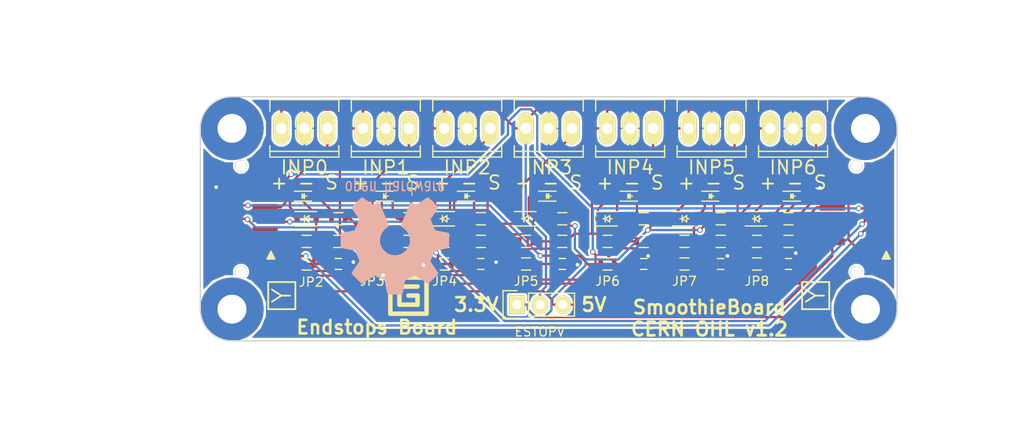
<source format=kicad_pcb>
(kicad_pcb (version 4) (host pcbnew 4.0.2-stable)

  (general
    (links 103)
    (no_connects 1)
    (area 122.924999 69.924999 200.075001 97.075001)
    (thickness 1.6)
    (drawings 31)
    (tracks 510)
    (zones 0)
    (modules 65)
    (nets 40)
  )

  (page A4)
  (title_block
    (title "SBV2-EB: Extension Board Name (File-> Page Settings)")
    (rev 1.0)
    (company Smoothieware.org)
  )

  (layers
    (0 F.Cu signal)
    (31 B.Cu signal)
    (32 B.Adhes user)
    (33 F.Adhes user)
    (34 B.Paste user)
    (35 F.Paste user)
    (36 B.SilkS user hide)
    (37 F.SilkS user hide)
    (38 B.Mask user)
    (39 F.Mask user)
    (40 Dwgs.User user)
    (41 Cmts.User user)
    (42 Eco1.User user)
    (43 Eco2.User user)
    (44 Edge.Cuts user)
    (45 Margin user)
    (46 B.CrtYd user)
    (47 F.CrtYd user)
    (48 B.Fab user)
    (49 F.Fab user)
  )

  (setup
    (last_trace_width 0.25)
    (trace_clearance 0.2)
    (zone_clearance 0.254)
    (zone_45_only no)
    (trace_min 0.2)
    (segment_width 0.2)
    (edge_width 0.15)
    (via_size 0.6)
    (via_drill 0.4)
    (via_min_size 0.4)
    (via_min_drill 0.3)
    (uvia_size 0.3)
    (uvia_drill 0.1)
    (uvias_allowed no)
    (uvia_min_size 0.2)
    (uvia_min_drill 0.1)
    (pcb_text_width 0.3)
    (pcb_text_size 1.5 1.5)
    (mod_edge_width 0.2)
    (mod_text_size 1 1)
    (mod_text_width 0.15)
    (pad_size 3.2 3.2)
    (pad_drill 3.2)
    (pad_to_mask_clearance 0.2)
    (aux_axis_origin 121.5 98.5)
    (grid_origin 121.5 98.5)
    (visible_elements 7FFC777F)
    (pcbplotparams
      (layerselection 0x010fc_80000001)
      (usegerberextensions true)
      (excludeedgelayer false)
      (linewidth 0.100000)
      (plotframeref false)
      (viasonmask true)
      (mode 1)
      (useauxorigin true)
      (hpglpennumber 1)
      (hpglpenspeed 20)
      (hpglpendiameter 15)
      (hpglpenoverlay 2)
      (psnegative false)
      (psa4output false)
      (plotreference true)
      (plotvalue true)
      (plotinvisibletext false)
      (padsonsilk false)
      (subtractmaskfromsilk false)
      (outputformat 1)
      (mirror false)
      (drillshape 0)
      (scaleselection 1)
      (outputdirectory Gerber))
  )

  (net 0 "")
  (net 1 +3V3)
  (net 2 +5V)
  (net 3 GND)
  (net 4 "Net-(D1-Pad2)")
  (net 5 "Net-(D1-Pad1)")
  (net 6 "Net-(D3-Pad2)")
  (net 7 "Net-(D3-Pad1)")
  (net 8 "Net-(D5-Pad2)")
  (net 9 "Net-(D5-Pad1)")
  (net 10 "Net-(D7-Pad2)")
  (net 11 "Net-(D7-Pad1)")
  (net 12 +V)
  (net 13 "Net-(C1-Pad1)")
  (net 14 "Net-(C2-Pad1)")
  (net 15 "Net-(C3-Pad1)")
  (net 16 "Net-(C4-Pad1)")
  (net 17 "Net-(C5-Pad1)")
  (net 18 "Net-(C6-Pad1)")
  (net 19 "Net-(C7-Pad1)")
  (net 20 "Net-(D9-Pad2)")
  (net 21 "Net-(D10-Pad2)")
  (net 22 "Net-(D11-Pad2)")
  (net 23 "Net-(D11-Pad1)")
  (net 24 "Net-(D13-Pad2)")
  (net 25 "Net-(D13-Pad1)")
  (net 26 /Endstop6/SIG_IN)
  (net 27 /Endstop5/SIG_IN)
  (net 28 /Endstop4/SIG_IN)
  (net 29 /Endstop3/SIG_IN)
  (net 30 /Endstop1/SIG_IN)
  (net 31 /Endstop2/SIG_IN)
  (net 32 /Endstop7/SIG_IN)
  (net 33 P3)
  (net 34 P4)
  (net 35 P5)
  (net 36 P6)
  (net 37 P7)
  (net 38 P8)
  (net 39 P9)

  (net_class Default "This is the default net class."
    (clearance 0.2)
    (trace_width 0.25)
    (via_dia 0.6)
    (via_drill 0.4)
    (uvia_dia 0.3)
    (uvia_drill 0.1)
    (add_net +3V3)
    (add_net +5V)
    (add_net +V)
    (add_net /Endstop1/SIG_IN)
    (add_net /Endstop2/SIG_IN)
    (add_net /Endstop3/SIG_IN)
    (add_net /Endstop4/SIG_IN)
    (add_net /Endstop5/SIG_IN)
    (add_net /Endstop6/SIG_IN)
    (add_net /Endstop7/SIG_IN)
    (add_net GND)
    (add_net "Net-(C1-Pad1)")
    (add_net "Net-(C2-Pad1)")
    (add_net "Net-(C3-Pad1)")
    (add_net "Net-(C4-Pad1)")
    (add_net "Net-(C5-Pad1)")
    (add_net "Net-(C6-Pad1)")
    (add_net "Net-(C7-Pad1)")
    (add_net "Net-(D1-Pad1)")
    (add_net "Net-(D1-Pad2)")
    (add_net "Net-(D10-Pad2)")
    (add_net "Net-(D11-Pad1)")
    (add_net "Net-(D11-Pad2)")
    (add_net "Net-(D13-Pad1)")
    (add_net "Net-(D13-Pad2)")
    (add_net "Net-(D3-Pad1)")
    (add_net "Net-(D3-Pad2)")
    (add_net "Net-(D5-Pad1)")
    (add_net "Net-(D5-Pad2)")
    (add_net "Net-(D7-Pad1)")
    (add_net "Net-(D7-Pad2)")
    (add_net "Net-(D9-Pad2)")
    (add_net P3)
    (add_net P4)
    (add_net P5)
    (add_net P6)
    (add_net P7)
    (add_net P8)
    (add_net P9)
  )

  (module Capacitors_SMD:C_0603 (layer F.Cu) (tedit 5415D631) (tstamp 5740E685)
    (at 138.25 88.5)
    (descr "Capacitor SMD 0603, reflow soldering, AVX (see smccp.pdf)")
    (tags "capacitor 0603")
    (path /574C1172/574C14BF)
    (attr smd)
    (fp_text reference C1 (at 0 0) (layer F.SilkS) hide
      (effects (font (size 1 1) (thickness 0.15)))
    )
    (fp_text value 100n (at 0 0) (layer F.Fab) hide
      (effects (font (size 1 1) (thickness 0.15)))
    )
    (fp_line (start -1.45 -0.75) (end 1.45 -0.75) (layer F.CrtYd) (width 0.05))
    (fp_line (start -1.45 0.75) (end 1.45 0.75) (layer F.CrtYd) (width 0.05))
    (fp_line (start -1.45 -0.75) (end -1.45 0.75) (layer F.CrtYd) (width 0.05))
    (fp_line (start 1.45 -0.75) (end 1.45 0.75) (layer F.CrtYd) (width 0.05))
    (fp_line (start -0.35 -0.6) (end 0.35 -0.6) (layer F.SilkS) (width 0.15))
    (fp_line (start 0.35 0.6) (end -0.35 0.6) (layer F.SilkS) (width 0.15))
    (pad 1 smd rect (at -0.75 0) (size 0.8 0.75) (layers F.Cu F.Paste F.Mask)
      (net 13 "Net-(C1-Pad1)"))
    (pad 2 smd rect (at 0.75 0) (size 0.8 0.75) (layers F.Cu F.Paste F.Mask)
      (net 3 GND))
    (model Capacitors_SMD.3dshapes/C_0603.wrl
      (at (xyz 0 0 0))
      (scale (xyz 1 1 1))
      (rotate (xyz 0 0 0))
    )
  )

  (module Capacitors_SMD:C_0603 (layer F.Cu) (tedit 5415D631) (tstamp 5740E68B)
    (at 146 88.5)
    (descr "Capacitor SMD 0603, reflow soldering, AVX (see smccp.pdf)")
    (tags "capacitor 0603")
    (path /574C4049/574C14BF)
    (attr smd)
    (fp_text reference C2 (at 0 0) (layer F.SilkS) hide
      (effects (font (size 1 1) (thickness 0.15)))
    )
    (fp_text value 100n (at 0 0) (layer F.Fab) hide
      (effects (font (size 1 1) (thickness 0.15)))
    )
    (fp_line (start -1.45 -0.75) (end 1.45 -0.75) (layer F.CrtYd) (width 0.05))
    (fp_line (start -1.45 0.75) (end 1.45 0.75) (layer F.CrtYd) (width 0.05))
    (fp_line (start -1.45 -0.75) (end -1.45 0.75) (layer F.CrtYd) (width 0.05))
    (fp_line (start 1.45 -0.75) (end 1.45 0.75) (layer F.CrtYd) (width 0.05))
    (fp_line (start -0.35 -0.6) (end 0.35 -0.6) (layer F.SilkS) (width 0.15))
    (fp_line (start 0.35 0.6) (end -0.35 0.6) (layer F.SilkS) (width 0.15))
    (pad 1 smd rect (at -0.75 0) (size 0.8 0.75) (layers F.Cu F.Paste F.Mask)
      (net 14 "Net-(C2-Pad1)"))
    (pad 2 smd rect (at 0.75 0) (size 0.8 0.75) (layers F.Cu F.Paste F.Mask)
      (net 3 GND))
    (model Capacitors_SMD.3dshapes/C_0603.wrl
      (at (xyz 0 0 0))
      (scale (xyz 1 1 1))
      (rotate (xyz 0 0 0))
    )
  )

  (module Capacitors_SMD:C_0603 (layer F.Cu) (tedit 5415D631) (tstamp 5740E691)
    (at 154 88.5)
    (descr "Capacitor SMD 0603, reflow soldering, AVX (see smccp.pdf)")
    (tags "capacitor 0603")
    (path /574C417E/574C14BF)
    (attr smd)
    (fp_text reference C3 (at 0 0) (layer F.SilkS) hide
      (effects (font (size 1 1) (thickness 0.15)))
    )
    (fp_text value 100n (at 0 0) (layer F.Fab) hide
      (effects (font (size 1 1) (thickness 0.15)))
    )
    (fp_line (start -1.45 -0.75) (end 1.45 -0.75) (layer F.CrtYd) (width 0.05))
    (fp_line (start -1.45 0.75) (end 1.45 0.75) (layer F.CrtYd) (width 0.05))
    (fp_line (start -1.45 -0.75) (end -1.45 0.75) (layer F.CrtYd) (width 0.05))
    (fp_line (start 1.45 -0.75) (end 1.45 0.75) (layer F.CrtYd) (width 0.05))
    (fp_line (start -0.35 -0.6) (end 0.35 -0.6) (layer F.SilkS) (width 0.15))
    (fp_line (start 0.35 0.6) (end -0.35 0.6) (layer F.SilkS) (width 0.15))
    (pad 1 smd rect (at -0.75 0) (size 0.8 0.75) (layers F.Cu F.Paste F.Mask)
      (net 15 "Net-(C3-Pad1)"))
    (pad 2 smd rect (at 0.75 0) (size 0.8 0.75) (layers F.Cu F.Paste F.Mask)
      (net 3 GND))
    (model Capacitors_SMD.3dshapes/C_0603.wrl
      (at (xyz 0 0 0))
      (scale (xyz 1 1 1))
      (rotate (xyz 0 0 0))
    )
  )

  (module Capacitors_SMD:C_0603 (layer F.Cu) (tedit 5415D631) (tstamp 5740E697)
    (at 163 88.5)
    (descr "Capacitor SMD 0603, reflow soldering, AVX (see smccp.pdf)")
    (tags "capacitor 0603")
    (path /574C4183/574C14BF)
    (attr smd)
    (fp_text reference C4 (at 0 0) (layer F.SilkS) hide
      (effects (font (size 1 1) (thickness 0.15)))
    )
    (fp_text value 100n (at 0 0) (layer F.Fab) hide
      (effects (font (size 1 1) (thickness 0.15)))
    )
    (fp_line (start -1.45 -0.75) (end 1.45 -0.75) (layer F.CrtYd) (width 0.05))
    (fp_line (start -1.45 0.75) (end 1.45 0.75) (layer F.CrtYd) (width 0.05))
    (fp_line (start -1.45 -0.75) (end -1.45 0.75) (layer F.CrtYd) (width 0.05))
    (fp_line (start 1.45 -0.75) (end 1.45 0.75) (layer F.CrtYd) (width 0.05))
    (fp_line (start -0.35 -0.6) (end 0.35 -0.6) (layer F.SilkS) (width 0.15))
    (fp_line (start 0.35 0.6) (end -0.35 0.6) (layer F.SilkS) (width 0.15))
    (pad 1 smd rect (at -0.75 0) (size 0.8 0.75) (layers F.Cu F.Paste F.Mask)
      (net 16 "Net-(C4-Pad1)"))
    (pad 2 smd rect (at 0.75 0) (size 0.8 0.75) (layers F.Cu F.Paste F.Mask)
      (net 3 GND))
    (model Capacitors_SMD.3dshapes/C_0603.wrl
      (at (xyz 0 0 0))
      (scale (xyz 1 1 1))
      (rotate (xyz 0 0 0))
    )
  )

  (module Capacitors_SMD:C_0603 (layer F.Cu) (tedit 5415D631) (tstamp 5740E69D)
    (at 172 88.5)
    (descr "Capacitor SMD 0603, reflow soldering, AVX (see smccp.pdf)")
    (tags "capacitor 0603")
    (path /574C42AC/574C14BF)
    (attr smd)
    (fp_text reference C5 (at 0 0) (layer F.SilkS) hide
      (effects (font (size 1 1) (thickness 0.15)))
    )
    (fp_text value 100n (at 0 0) (layer F.Fab) hide
      (effects (font (size 1 1) (thickness 0.15)))
    )
    (fp_line (start -1.45 -0.75) (end 1.45 -0.75) (layer F.CrtYd) (width 0.05))
    (fp_line (start -1.45 0.75) (end 1.45 0.75) (layer F.CrtYd) (width 0.05))
    (fp_line (start -1.45 -0.75) (end -1.45 0.75) (layer F.CrtYd) (width 0.05))
    (fp_line (start 1.45 -0.75) (end 1.45 0.75) (layer F.CrtYd) (width 0.05))
    (fp_line (start -0.35 -0.6) (end 0.35 -0.6) (layer F.SilkS) (width 0.15))
    (fp_line (start 0.35 0.6) (end -0.35 0.6) (layer F.SilkS) (width 0.15))
    (pad 1 smd rect (at -0.75 0) (size 0.8 0.75) (layers F.Cu F.Paste F.Mask)
      (net 17 "Net-(C5-Pad1)"))
    (pad 2 smd rect (at 0.75 0) (size 0.8 0.75) (layers F.Cu F.Paste F.Mask)
      (net 3 GND))
    (model Capacitors_SMD.3dshapes/C_0603.wrl
      (at (xyz 0 0 0))
      (scale (xyz 1 1 1))
      (rotate (xyz 0 0 0))
    )
  )

  (module Capacitors_SMD:C_0603 (layer F.Cu) (tedit 5415D631) (tstamp 5740E6A3)
    (at 180.5 88.5)
    (descr "Capacitor SMD 0603, reflow soldering, AVX (see smccp.pdf)")
    (tags "capacitor 0603")
    (path /574C42B1/574C14BF)
    (attr smd)
    (fp_text reference C6 (at 0 0) (layer F.SilkS) hide
      (effects (font (size 1 1) (thickness 0.15)))
    )
    (fp_text value 100n (at 0 0) (layer F.Fab) hide
      (effects (font (size 1 1) (thickness 0.15)))
    )
    (fp_line (start -1.45 -0.75) (end 1.45 -0.75) (layer F.CrtYd) (width 0.05))
    (fp_line (start -1.45 0.75) (end 1.45 0.75) (layer F.CrtYd) (width 0.05))
    (fp_line (start -1.45 -0.75) (end -1.45 0.75) (layer F.CrtYd) (width 0.05))
    (fp_line (start 1.45 -0.75) (end 1.45 0.75) (layer F.CrtYd) (width 0.05))
    (fp_line (start -0.35 -0.6) (end 0.35 -0.6) (layer F.SilkS) (width 0.15))
    (fp_line (start 0.35 0.6) (end -0.35 0.6) (layer F.SilkS) (width 0.15))
    (pad 1 smd rect (at -0.75 0) (size 0.8 0.75) (layers F.Cu F.Paste F.Mask)
      (net 18 "Net-(C6-Pad1)"))
    (pad 2 smd rect (at 0.75 0) (size 0.8 0.75) (layers F.Cu F.Paste F.Mask)
      (net 3 GND))
    (model Capacitors_SMD.3dshapes/C_0603.wrl
      (at (xyz 0 0 0))
      (scale (xyz 1 1 1))
      (rotate (xyz 0 0 0))
    )
  )

  (module Capacitors_SMD:C_0603 (layer F.Cu) (tedit 5415D631) (tstamp 5740E6A9)
    (at 188 88.5)
    (descr "Capacitor SMD 0603, reflow soldering, AVX (see smccp.pdf)")
    (tags "capacitor 0603")
    (path /574C44B3/574C14BF)
    (attr smd)
    (fp_text reference C7 (at 0 0) (layer F.SilkS) hide
      (effects (font (size 1 1) (thickness 0.15)))
    )
    (fp_text value 100n (at 0 0) (layer F.Fab) hide
      (effects (font (size 1 1) (thickness 0.15)))
    )
    (fp_line (start -1.45 -0.75) (end 1.45 -0.75) (layer F.CrtYd) (width 0.05))
    (fp_line (start -1.45 0.75) (end 1.45 0.75) (layer F.CrtYd) (width 0.05))
    (fp_line (start -1.45 -0.75) (end -1.45 0.75) (layer F.CrtYd) (width 0.05))
    (fp_line (start 1.45 -0.75) (end 1.45 0.75) (layer F.CrtYd) (width 0.05))
    (fp_line (start -0.35 -0.6) (end 0.35 -0.6) (layer F.SilkS) (width 0.15))
    (fp_line (start 0.35 0.6) (end -0.35 0.6) (layer F.SilkS) (width 0.15))
    (pad 1 smd rect (at -0.75 0) (size 0.8 0.75) (layers F.Cu F.Paste F.Mask)
      (net 19 "Net-(C7-Pad1)"))
    (pad 2 smd rect (at 0.75 0) (size 0.8 0.75) (layers F.Cu F.Paste F.Mask)
      (net 3 GND))
    (model Capacitors_SMD.3dshapes/C_0603.wrl
      (at (xyz 0 0 0))
      (scale (xyz 1 1 1))
      (rotate (xyz 0 0 0))
    )
  )

  (module LEDs:LED-0603 (layer F.Cu) (tedit 5740F13C) (tstamp 5740E6AF)
    (at 134.5 81)
    (descr "LED 0603 smd package")
    (tags "LED led 0603 SMD smd SMT smt smdled SMDLED smtled SMTLED")
    (path /574C1172/574C14D0)
    (attr smd)
    (fp_text reference D1 (at 0 0) (layer F.SilkS) hide
      (effects (font (size 1 1) (thickness 0.15)))
    )
    (fp_text value LED (at 0 0) (layer F.SilkS) hide
      (effects (font (size 1 1) (thickness 0.15)))
    )
    (fp_line (start -1.1 0.55) (end 0.8 0.55) (layer F.SilkS) (width 0.15))
    (fp_line (start -1.1 -0.55) (end 0.8 -0.55) (layer F.SilkS) (width 0.15))
    (fp_line (start -0.2 0) (end 0.25 0) (layer F.SilkS) (width 0.15))
    (fp_line (start -0.25 -0.25) (end -0.25 0.25) (layer F.SilkS) (width 0.15))
    (fp_line (start -0.25 0) (end 0 -0.25) (layer F.SilkS) (width 0.15))
    (fp_line (start 0 -0.25) (end 0 0.25) (layer F.SilkS) (width 0.15))
    (fp_line (start 0 0.25) (end -0.25 0) (layer F.SilkS) (width 0.15))
    (fp_line (start 1.4 -0.75) (end 1.4 0.75) (layer F.CrtYd) (width 0.05))
    (fp_line (start 1.4 0.75) (end -1.4 0.75) (layer F.CrtYd) (width 0.05))
    (fp_line (start -1.4 0.75) (end -1.4 -0.75) (layer F.CrtYd) (width 0.05))
    (fp_line (start -1.4 -0.75) (end 1.4 -0.75) (layer F.CrtYd) (width 0.05))
    (pad 2 smd rect (at 0.7493 0 180) (size 0.79756 0.79756) (layers F.Cu F.Paste F.Mask)
      (net 4 "Net-(D1-Pad2)"))
    (pad 1 smd rect (at -0.7493 0 180) (size 0.79756 0.79756) (layers F.Cu F.Paste F.Mask)
      (net 5 "Net-(D1-Pad1)"))
  )

  (module LEDs:LED-0603 (layer F.Cu) (tedit 5740F139) (tstamp 5740E6BB)
    (at 143.5 81)
    (descr "LED 0603 smd package")
    (tags "LED led 0603 SMD smd SMT smt smdled SMDLED smtled SMTLED")
    (path /574C4049/574C14D0)
    (attr smd)
    (fp_text reference D3 (at 0 0) (layer F.SilkS) hide
      (effects (font (size 1 1) (thickness 0.15)))
    )
    (fp_text value LED (at 0 0) (layer F.SilkS) hide
      (effects (font (size 1 1) (thickness 0.15)))
    )
    (fp_line (start -1.1 0.55) (end 0.8 0.55) (layer F.SilkS) (width 0.15))
    (fp_line (start -1.1 -0.55) (end 0.8 -0.55) (layer F.SilkS) (width 0.15))
    (fp_line (start -0.2 0) (end 0.25 0) (layer F.SilkS) (width 0.15))
    (fp_line (start -0.25 -0.25) (end -0.25 0.25) (layer F.SilkS) (width 0.15))
    (fp_line (start -0.25 0) (end 0 -0.25) (layer F.SilkS) (width 0.15))
    (fp_line (start 0 -0.25) (end 0 0.25) (layer F.SilkS) (width 0.15))
    (fp_line (start 0 0.25) (end -0.25 0) (layer F.SilkS) (width 0.15))
    (fp_line (start 1.4 -0.75) (end 1.4 0.75) (layer F.CrtYd) (width 0.05))
    (fp_line (start 1.4 0.75) (end -1.4 0.75) (layer F.CrtYd) (width 0.05))
    (fp_line (start -1.4 0.75) (end -1.4 -0.75) (layer F.CrtYd) (width 0.05))
    (fp_line (start -1.4 -0.75) (end 1.4 -0.75) (layer F.CrtYd) (width 0.05))
    (pad 2 smd rect (at 0.7493 0 180) (size 0.79756 0.79756) (layers F.Cu F.Paste F.Mask)
      (net 6 "Net-(D3-Pad2)"))
    (pad 1 smd rect (at -0.7493 0 180) (size 0.79756 0.79756) (layers F.Cu F.Paste F.Mask)
      (net 7 "Net-(D3-Pad1)"))
  )

  (module LEDs:LED-0603 (layer F.Cu) (tedit 5741AB3F) (tstamp 5740E6C7)
    (at 152.5 81)
    (descr "LED 0603 smd package")
    (tags "LED led 0603 SMD smd SMT smt smdled SMDLED smtled SMTLED")
    (path /574C417E/574C14D0)
    (attr smd)
    (fp_text reference D5 (at 0 0) (layer F.SilkS) hide
      (effects (font (size 1 1) (thickness 0.15)))
    )
    (fp_text value LED (at 0 0) (layer F.SilkS) hide
      (effects (font (size 1 1) (thickness 0.15)))
    )
    (fp_line (start -1.1 0.55) (end 0.8 0.55) (layer F.SilkS) (width 0.15))
    (fp_line (start -1.1 -0.55) (end 0.8 -0.55) (layer F.SilkS) (width 0.15))
    (fp_line (start -0.2 0) (end 0.25 0) (layer F.SilkS) (width 0.15))
    (fp_line (start -0.25 -0.25) (end -0.25 0.25) (layer F.SilkS) (width 0.15))
    (fp_line (start -0.25 0) (end 0 -0.25) (layer F.SilkS) (width 0.15))
    (fp_line (start 0 -0.25) (end 0 0.25) (layer F.SilkS) (width 0.15))
    (fp_line (start 0 0.25) (end -0.25 0) (layer F.SilkS) (width 0.15))
    (fp_line (start 1.4 -0.75) (end 1.4 0.75) (layer F.CrtYd) (width 0.05))
    (fp_line (start 1.4 0.75) (end -1.4 0.75) (layer F.CrtYd) (width 0.05))
    (fp_line (start -1.4 0.75) (end -1.4 -0.75) (layer F.CrtYd) (width 0.05))
    (fp_line (start -1.4 -0.75) (end 1.4 -0.75) (layer F.CrtYd) (width 0.05))
    (pad 2 smd rect (at 0.7493 0 180) (size 0.79756 0.79756) (layers F.Cu F.Paste F.Mask)
      (net 8 "Net-(D5-Pad2)"))
    (pad 1 smd rect (at -0.7493 0 180) (size 0.79756 0.79756) (layers F.Cu F.Paste F.Mask)
      (net 9 "Net-(D5-Pad1)"))
  )

  (module LEDs:LED-0603 (layer F.Cu) (tedit 5741AB3B) (tstamp 5740E6D3)
    (at 161.5 81)
    (descr "LED 0603 smd package")
    (tags "LED led 0603 SMD smd SMT smt smdled SMDLED smtled SMTLED")
    (path /574C4183/574C14D0)
    (attr smd)
    (fp_text reference D7 (at 0 0) (layer F.SilkS) hide
      (effects (font (size 1 1) (thickness 0.15)))
    )
    (fp_text value LED (at 0 0) (layer F.SilkS) hide
      (effects (font (size 1 1) (thickness 0.15)))
    )
    (fp_line (start -1.1 0.55) (end 0.8 0.55) (layer F.SilkS) (width 0.15))
    (fp_line (start -1.1 -0.55) (end 0.8 -0.55) (layer F.SilkS) (width 0.15))
    (fp_line (start -0.2 0) (end 0.25 0) (layer F.SilkS) (width 0.15))
    (fp_line (start -0.25 -0.25) (end -0.25 0.25) (layer F.SilkS) (width 0.15))
    (fp_line (start -0.25 0) (end 0 -0.25) (layer F.SilkS) (width 0.15))
    (fp_line (start 0 -0.25) (end 0 0.25) (layer F.SilkS) (width 0.15))
    (fp_line (start 0 0.25) (end -0.25 0) (layer F.SilkS) (width 0.15))
    (fp_line (start 1.4 -0.75) (end 1.4 0.75) (layer F.CrtYd) (width 0.05))
    (fp_line (start 1.4 0.75) (end -1.4 0.75) (layer F.CrtYd) (width 0.05))
    (fp_line (start -1.4 0.75) (end -1.4 -0.75) (layer F.CrtYd) (width 0.05))
    (fp_line (start -1.4 -0.75) (end 1.4 -0.75) (layer F.CrtYd) (width 0.05))
    (pad 2 smd rect (at 0.7493 0 180) (size 0.79756 0.79756) (layers F.Cu F.Paste F.Mask)
      (net 10 "Net-(D7-Pad2)"))
    (pad 1 smd rect (at -0.7493 0 180) (size 0.79756 0.79756) (layers F.Cu F.Paste F.Mask)
      (net 11 "Net-(D7-Pad1)"))
  )

  (module Pin_Headers:Pin_Header_Straight_1x03 (layer F.Cu) (tedit 574C4F80) (tstamp 5740E6DA)
    (at 158 93 90)
    (descr "Through hole pin header")
    (tags "pin header")
    (path /5740F039)
    (fp_text reference JP1 (at 0 0 90) (layer F.SilkS) hide
      (effects (font (size 1 1) (thickness 0.15)))
    )
    (fp_text value ESTOPV (at -3 2.5 180) (layer F.SilkS)
      (effects (font (size 1 1) (thickness 0.15)))
    )
    (fp_line (start -1.75 -1.75) (end -1.75 6.85) (layer F.CrtYd) (width 0.05))
    (fp_line (start 1.75 -1.75) (end 1.75 6.85) (layer F.CrtYd) (width 0.05))
    (fp_line (start -1.75 -1.75) (end 1.75 -1.75) (layer F.CrtYd) (width 0.05))
    (fp_line (start -1.75 6.85) (end 1.75 6.85) (layer F.CrtYd) (width 0.05))
    (fp_line (start -1.27 1.27) (end -1.27 6.35) (layer F.SilkS) (width 0.15))
    (fp_line (start -1.27 6.35) (end 1.27 6.35) (layer F.SilkS) (width 0.15))
    (fp_line (start 1.27 6.35) (end 1.27 1.27) (layer F.SilkS) (width 0.15))
    (fp_line (start 1.55 -1.55) (end 1.55 0) (layer F.SilkS) (width 0.15))
    (fp_line (start 1.27 1.27) (end -1.27 1.27) (layer F.SilkS) (width 0.15))
    (fp_line (start -1.55 0) (end -1.55 -1.55) (layer F.SilkS) (width 0.15))
    (fp_line (start -1.55 -1.55) (end 1.55 -1.55) (layer F.SilkS) (width 0.15))
    (pad 1 thru_hole rect (at 0 0 90) (size 2.032 1.7272) (drill 1.016) (layers *.Cu *.Mask F.SilkS)
      (net 1 +3V3))
    (pad 2 thru_hole oval (at 0 2.54 90) (size 2.032 1.7272) (drill 1.016) (layers *.Cu *.Mask F.SilkS)
      (net 12 +V))
    (pad 3 thru_hole oval (at 0 5.08 90) (size 2.032 1.7272) (drill 1.016) (layers *.Cu *.Mask F.SilkS)
      (net 2 +5V))
    (model Pin_Headers.3dshapes/Pin_Header_Straight_1x03.wrl
      (at (xyz 0 -0.1 0))
      (scale (xyz 1 1 1))
      (rotate (xyz 0 0 90))
    )
  )

  (module SBV2_Footprints:Gadgeteer_logo (layer F.Cu) (tedit 573CDE71) (tstamp 5740E6DE)
    (at 146 92)
    (path /573F3AAC)
    (fp_text reference LOGO1 (at 0 0) (layer F.SilkS) hide
      (effects (font (thickness 0.3)))
    )
    (fp_text value Gadgeteer_logo (at 0 0) (layer F.Fab) hide
      (effects (font (thickness 0.3)))
    )
    (fp_line (start -2 -2) (end 2 -2) (layer F.SilkS) (width 0.5))
    (fp_line (start 2 -2) (end 2 2) (layer F.SilkS) (width 0.5))
    (fp_line (start 2 2) (end -2 2) (layer F.SilkS) (width 0.5))
    (fp_line (start -2 2) (end -2 -2) (layer F.SilkS) (width 0.5))
    (fp_line (start 1 -1) (end -1 -1) (layer F.SilkS) (width 0.5))
    (fp_line (start -1 -1) (end -1 1) (layer F.SilkS) (width 0.5))
    (fp_line (start -1 1) (end 1 1) (layer F.SilkS) (width 0.5))
    (fp_line (start 1 1) (end 1 0) (layer F.SilkS) (width 0.5))
    (fp_line (start 1 0) (end 0 0) (layer F.SilkS) (width 0.5))
  )

  (module SBV2_Footprints:Logo_silk_OSHW_12x13mm (layer B.Cu) (tedit 0) (tstamp 5740E6E2)
    (at 144.5 86.5)
    (descr "Open Hardware Logo, 12x13mm")
    (path /573F3AEF)
    (fp_text reference LOGO2 (at 0 0) (layer B.SilkS) hide
      (effects (font (size 0.5461 0.5461) (thickness 0.10922)) (justify mirror))
    )
    (fp_text value OPEN_HARDWARE_1 (at 0 0) (layer B.Fab) hide
      (effects (font (size 0.5461 0.5461) (thickness 0.10922)) (justify mirror))
    )
    (fp_line (start 5.21 -7.11) (end 5.31 -7.04) (layer B.SilkS) (width 0.15))
    (fp_line (start 5.03 -7.11) (end 5.21 -7.11) (layer B.SilkS) (width 0.15))
    (fp_line (start 4.93 -7.04) (end 5.03 -7.11) (layer B.SilkS) (width 0.15))
    (fp_line (start 4.88 -6.9) (end 4.93 -7.04) (layer B.SilkS) (width 0.15))
    (fp_line (start 4.88 -6.32) (end 4.88 -6.9) (layer B.SilkS) (width 0.15))
    (fp_line (start 4.94 -6.17) (end 4.88 -6.32) (layer B.SilkS) (width 0.15))
    (fp_line (start 5.04 -6.1) (end 4.94 -6.17) (layer B.SilkS) (width 0.15))
    (fp_line (start 5.21 -6.1) (end 5.04 -6.1) (layer B.SilkS) (width 0.15))
    (fp_line (start 5.31 -6.19) (end 5.21 -6.1) (layer B.SilkS) (width 0.15))
    (fp_line (start 5.36 -6.32) (end 5.31 -6.19) (layer B.SilkS) (width 0.15))
    (fp_line (start 5.36 -6.59) (end 5.36 -6.32) (layer B.SilkS) (width 0.15))
    (fp_line (start 4.88 -6.59) (end 5.36 -6.59) (layer B.SilkS) (width 0.15))
    (fp_line (start 4.31 -6.11) (end 4.31 -7.11) (layer B.SilkS) (width 0.15))
    (fp_line (start 4.36 -6.25) (end 4.31 -6.42) (layer B.SilkS) (width 0.15))
    (fp_line (start 4.4 -6.19) (end 4.36 -6.25) (layer B.SilkS) (width 0.15))
    (fp_line (start 4.5 -6.11) (end 4.4 -6.19) (layer B.SilkS) (width 0.15))
    (fp_line (start 4.61 -6.11) (end 4.5 -6.11) (layer B.SilkS) (width 0.15))
    (fp_line (start 2.26 -6.1) (end 2.45 -7.11) (layer B.SilkS) (width 0.15))
    (fp_line (start 2.45 -7.11) (end 2.64 -6.39) (layer B.SilkS) (width 0.15))
    (fp_line (start 2.64 -6.39) (end 2.83 -7.11) (layer B.SilkS) (width 0.15))
    (fp_line (start 2.83 -7.11) (end 3.03 -6.1) (layer B.SilkS) (width 0.15))
    (fp_line (start 1.88 -7.03) (end 1.79 -7.11) (layer B.SilkS) (width 0.15))
    (fp_line (start 1.79 -7.11) (end 1.6 -7.11) (layer B.SilkS) (width 0.15))
    (fp_line (start 1.6 -7.11) (end 1.53 -7.06) (layer B.SilkS) (width 0.15))
    (fp_line (start 1.53 -7.06) (end 1.46 -6.98) (layer B.SilkS) (width 0.15))
    (fp_line (start 1.46 -6.98) (end 1.4 -6.82) (layer B.SilkS) (width 0.15))
    (fp_line (start 1.4 -6.82) (end 1.4 -6.4) (layer B.SilkS) (width 0.15))
    (fp_line (start 1.4 -6.4) (end 1.45 -6.25) (layer B.SilkS) (width 0.15))
    (fp_line (start 1.45 -6.25) (end 1.52 -6.16) (layer B.SilkS) (width 0.15))
    (fp_line (start 1.52 -6.16) (end 1.6 -6.11) (layer B.SilkS) (width 0.15))
    (fp_line (start 1.6 -6.11) (end 1.78 -6.11) (layer B.SilkS) (width 0.15))
    (fp_line (start 1.78 -6.11) (end 1.88 -6.19) (layer B.SilkS) (width 0.15))
    (fp_line (start 1.88 -5.61) (end 1.88 -7.11) (layer B.SilkS) (width 0.15))
    (fp_line (start 1.13 -6.11) (end 1.02 -6.11) (layer B.SilkS) (width 0.15))
    (fp_line (start 1.02 -6.11) (end 0.92 -6.19) (layer B.SilkS) (width 0.15))
    (fp_line (start 0.92 -6.19) (end 0.88 -6.25) (layer B.SilkS) (width 0.15))
    (fp_line (start 0.88 -6.25) (end 0.83 -6.42) (layer B.SilkS) (width 0.15))
    (fp_line (start 0.83 -6.11) (end 0.83 -7.11) (layer B.SilkS) (width 0.15))
    (fp_line (start 3.84 -6.32) (end 3.84 -7.11) (layer B.SilkS) (width 0.15))
    (fp_line (start 3.78 -6.17) (end 3.84 -6.32) (layer B.SilkS) (width 0.15))
    (fp_line (start 3.69 -6.1) (end 3.78 -6.17) (layer B.SilkS) (width 0.15))
    (fp_line (start 3.51 -6.1) (end 3.69 -6.1) (layer B.SilkS) (width 0.15))
    (fp_line (start 3.4 -6.18) (end 3.51 -6.1) (layer B.SilkS) (width 0.15))
    (fp_line (start 3.36 -6.88) (end 3.4 -7.02) (layer B.SilkS) (width 0.15))
    (fp_line (start 3.36 -6.75) (end 3.36 -6.88) (layer B.SilkS) (width 0.15))
    (fp_line (start 3.41 -6.61) (end 3.36 -6.75) (layer B.SilkS) (width 0.15))
    (fp_line (start 3.51 -6.53) (end 3.41 -6.61) (layer B.SilkS) (width 0.15))
    (fp_line (start 3.75 -6.53) (end 3.51 -6.53) (layer B.SilkS) (width 0.15))
    (fp_line (start 3.84 -6.46) (end 3.75 -6.53) (layer B.SilkS) (width 0.15))
    (fp_line (start 3.74 -7.11) (end 3.84 -7.03) (layer B.SilkS) (width 0.15))
    (fp_line (start 3.51 -7.11) (end 3.74 -7.11) (layer B.SilkS) (width 0.15))
    (fp_line (start 3.4 -7.02) (end 3.51 -7.11) (layer B.SilkS) (width 0.15))
    (fp_line (start -0.08 -7.02) (end 0.03 -7.11) (layer B.SilkS) (width 0.15))
    (fp_line (start 0.03 -7.11) (end 0.26 -7.11) (layer B.SilkS) (width 0.15))
    (fp_line (start 0.26 -7.11) (end 0.36 -7.03) (layer B.SilkS) (width 0.15))
    (fp_line (start 0.36 -6.46) (end 0.27 -6.53) (layer B.SilkS) (width 0.15))
    (fp_line (start 0.27 -6.53) (end 0.03 -6.53) (layer B.SilkS) (width 0.15))
    (fp_line (start 0.03 -6.53) (end -0.07 -6.61) (layer B.SilkS) (width 0.15))
    (fp_line (start -0.07 -6.61) (end -0.12 -6.75) (layer B.SilkS) (width 0.15))
    (fp_line (start -0.12 -6.75) (end -0.12 -6.88) (layer B.SilkS) (width 0.15))
    (fp_line (start -0.12 -6.88) (end -0.08 -7.02) (layer B.SilkS) (width 0.15))
    (fp_line (start -0.08 -6.18) (end 0.03 -6.1) (layer B.SilkS) (width 0.15))
    (fp_line (start 0.03 -6.1) (end 0.21 -6.1) (layer B.SilkS) (width 0.15))
    (fp_line (start 0.21 -6.1) (end 0.3 -6.17) (layer B.SilkS) (width 0.15))
    (fp_line (start 0.3 -6.17) (end 0.36 -6.32) (layer B.SilkS) (width 0.15))
    (fp_line (start 0.36 -6.32) (end 0.36 -7.11) (layer B.SilkS) (width 0.15))
    (fp_line (start -0.98 -7.11) (end -0.98 -5.61) (layer B.SilkS) (width 0.15))
    (fp_line (start -0.92 -6.17) (end -0.98 -6.24) (layer B.SilkS) (width 0.15))
    (fp_line (start -0.84 -6.11) (end -0.92 -6.17) (layer B.SilkS) (width 0.15))
    (fp_line (start -0.7 -6.11) (end -0.84 -6.11) (layer B.SilkS) (width 0.15))
    (fp_line (start -0.6 -6.18) (end -0.7 -6.11) (layer B.SilkS) (width 0.15))
    (fp_line (start -0.55 -6.33) (end -0.6 -6.18) (layer B.SilkS) (width 0.15))
    (fp_line (start -0.55 -7.11) (end -0.55 -6.33) (layer B.SilkS) (width 0.15))
    (fp_line (start -2.21 -7.11) (end -2.21 -6.33) (layer B.SilkS) (width 0.15))
    (fp_line (start -2.21 -6.33) (end -2.26 -6.18) (layer B.SilkS) (width 0.15))
    (fp_line (start -2.26 -6.18) (end -2.36 -6.11) (layer B.SilkS) (width 0.15))
    (fp_line (start -2.36 -6.11) (end -2.5 -6.11) (layer B.SilkS) (width 0.15))
    (fp_line (start -2.5 -6.11) (end -2.58 -6.17) (layer B.SilkS) (width 0.15))
    (fp_line (start -2.58 -6.17) (end -2.64 -6.24) (layer B.SilkS) (width 0.15))
    (fp_line (start -2.64 -6.11) (end -2.64 -7.11) (layer B.SilkS) (width 0.15))
    (fp_line (start -3.55 -6.59) (end -3.07 -6.59) (layer B.SilkS) (width 0.15))
    (fp_line (start -3.07 -6.59) (end -3.07 -6.32) (layer B.SilkS) (width 0.15))
    (fp_line (start -3.07 -6.32) (end -3.12 -6.19) (layer B.SilkS) (width 0.15))
    (fp_line (start -3.12 -6.19) (end -3.22 -6.1) (layer B.SilkS) (width 0.15))
    (fp_line (start -3.22 -6.1) (end -3.39 -6.1) (layer B.SilkS) (width 0.15))
    (fp_line (start -3.39 -6.1) (end -3.49 -6.17) (layer B.SilkS) (width 0.15))
    (fp_line (start -3.49 -6.17) (end -3.55 -6.32) (layer B.SilkS) (width 0.15))
    (fp_line (start -3.55 -6.32) (end -3.55 -6.9) (layer B.SilkS) (width 0.15))
    (fp_line (start -3.55 -6.9) (end -3.5 -7.04) (layer B.SilkS) (width 0.15))
    (fp_line (start -3.5 -7.04) (end -3.4 -7.11) (layer B.SilkS) (width 0.15))
    (fp_line (start -3.4 -7.11) (end -3.22 -7.11) (layer B.SilkS) (width 0.15))
    (fp_line (start -3.22 -7.11) (end -3.12 -7.04) (layer B.SilkS) (width 0.15))
    (fp_line (start -4.41 -6.1) (end -4.41 -7.61) (layer B.SilkS) (width 0.15))
    (fp_line (start -4.3 -6.1) (end -4.12 -6.1) (layer B.SilkS) (width 0.15))
    (fp_line (start -4.3 -7.1) (end -4.11 -7.1) (layer B.SilkS) (width 0.15))
    (fp_line (start -4.3 -6.1) (end -4.38 -6.16) (layer B.SilkS) (width 0.15))
    (fp_line (start -4.03 -6.17) (end -4.12 -6.1) (layer B.SilkS) (width 0.15))
    (fp_line (start -3.98 -6.24) (end -4.03 -6.17) (layer B.SilkS) (width 0.15))
    (fp_line (start -3.93 -6.4) (end -3.98 -6.24) (layer B.SilkS) (width 0.15))
    (fp_line (start -3.93 -6.81) (end -3.93 -6.4) (layer B.SilkS) (width 0.15))
    (fp_line (start -3.98 -6.95) (end -3.93 -6.81) (layer B.SilkS) (width 0.15))
    (fp_line (start -4.02 -7.02) (end -3.98 -6.95) (layer B.SilkS) (width 0.15))
    (fp_line (start -4.12 -7.1) (end -4.02 -7.02) (layer B.SilkS) (width 0.15))
    (fp_line (start -4.4 -7.03) (end -4.3 -7.1) (layer B.SilkS) (width 0.15))
    (fp_line (start -5.36 -6.4) (end -5.36 -6.81) (layer B.SilkS) (width 0.15))
    (fp_line (start -5.36 -6.81) (end -5.31 -6.95) (layer B.SilkS) (width 0.15))
    (fp_line (start -5.31 -6.95) (end -5.26 -7.04) (layer B.SilkS) (width 0.15))
    (fp_line (start -5.26 -7.04) (end -5.16 -7.11) (layer B.SilkS) (width 0.15))
    (fp_line (start -5.16 -7.11) (end -5.02 -7.11) (layer B.SilkS) (width 0.15))
    (fp_line (start -5.02 -7.11) (end -4.92 -7.03) (layer B.SilkS) (width 0.15))
    (fp_line (start -4.92 -7.03) (end -4.88 -6.96) (layer B.SilkS) (width 0.15))
    (fp_line (start -4.88 -6.96) (end -4.83 -6.82) (layer B.SilkS) (width 0.15))
    (fp_line (start -4.83 -6.82) (end -4.83 -6.41) (layer B.SilkS) (width 0.15))
    (fp_line (start -4.83 -6.41) (end -4.88 -6.25) (layer B.SilkS) (width 0.15))
    (fp_line (start -4.88 -6.25) (end -4.93 -6.18) (layer B.SilkS) (width 0.15))
    (fp_line (start -4.93 -6.18) (end -5.02 -6.11) (layer B.SilkS) (width 0.15))
    (fp_line (start -5.02 -6.11) (end -5.17 -6.11) (layer B.SilkS) (width 0.15))
    (fp_line (start -5.17 -6.11) (end -5.25 -6.17) (layer B.SilkS) (width 0.15))
    (fp_line (start -5.25 -6.17) (end -5.31 -6.25) (layer B.SilkS) (width 0.15))
    (fp_line (start -5.31 -6.25) (end -5.36 -6.4) (layer B.SilkS) (width 0.15))
    (fp_poly (pts (xy -3.63728 -5.38988) (xy -3.57378 -5.35686) (xy -3.43408 -5.26796) (xy -3.23342 -5.13842)
      (xy -2.9972 -4.9784) (xy -2.75844 -4.81838) (xy -2.56286 -4.6863) (xy -2.4257 -4.59994)
      (xy -2.36982 -4.56692) (xy -2.33934 -4.57708) (xy -2.22504 -4.63296) (xy -2.06248 -4.71932)
      (xy -1.96596 -4.76758) (xy -1.8161 -4.83362) (xy -1.74244 -4.84632) (xy -1.72974 -4.826)
      (xy -1.67386 -4.70916) (xy -1.5875 -4.51358) (xy -1.4732 -4.25196) (xy -1.34366 -3.9497)
      (xy -1.2065 -3.6195) (xy -1.0668 -3.28422) (xy -0.93472 -2.96672) (xy -0.81534 -2.6797)
      (xy -0.72136 -2.44602) (xy -0.6604 -2.28346) (xy -0.63754 -2.21234) (xy -0.64516 -2.1971)
      (xy -0.71882 -2.12598) (xy -0.8509 -2.02692) (xy -1.13538 -1.79578) (xy -1.41478 -1.44526)
      (xy -1.58496 -1.04902) (xy -1.64338 -0.60706) (xy -1.59512 -0.19812) (xy -1.43256 0.19558)
      (xy -1.15824 0.54864) (xy -0.8255 0.8128) (xy -0.43688 0.9779) (xy 0 1.03378)
      (xy 0.4191 0.98552) (xy 0.82042 0.82804) (xy 1.17348 0.5588) (xy 1.32334 0.38608)
      (xy 1.52908 0.02794) (xy 1.64592 -0.35814) (xy 1.65862 -0.45466) (xy 1.64084 -0.8763)
      (xy 1.51638 -1.28016) (xy 1.2954 -1.64084) (xy 0.98552 -1.93802) (xy 0.94742 -1.96596)
      (xy 0.80264 -2.07264) (xy 0.70866 -2.1463) (xy 0.63246 -2.20726) (xy 1.1684 -3.50012)
      (xy 1.25476 -3.70586) (xy 1.40208 -4.05638) (xy 1.53162 -4.36118) (xy 1.63576 -4.60502)
      (xy 1.70688 -4.76504) (xy 1.73736 -4.83108) (xy 1.74244 -4.83362) (xy 1.78816 -4.84124)
      (xy 1.88722 -4.80568) (xy 2.06756 -4.71932) (xy 2.18694 -4.65836) (xy 2.3241 -4.59232)
      (xy 2.38506 -4.56692) (xy 2.4384 -4.59486) (xy 2.57048 -4.68122) (xy 2.76098 -4.81076)
      (xy 2.99212 -4.9657) (xy 3.2131 -5.11556) (xy 3.4163 -5.25018) (xy 3.56362 -5.34416)
      (xy 3.63474 -5.38226) (xy 3.6449 -5.38226) (xy 3.7084 -5.3467) (xy 3.82524 -5.25018)
      (xy 4.0005 -5.08254) (xy 4.24942 -4.8387) (xy 4.28752 -4.8006) (xy 4.49326 -4.59232)
      (xy 4.65836 -4.41706) (xy 4.77012 -4.2926) (xy 4.81076 -4.23672) (xy 4.81076 -4.23672)
      (xy 4.77266 -4.1656) (xy 4.68122 -4.01828) (xy 4.5466 -3.81508) (xy 4.38404 -3.57378)
      (xy 3.95478 -2.95402) (xy 4.191 -2.36728) (xy 4.26212 -2.18694) (xy 4.35356 -1.9685)
      (xy 4.42214 -1.81356) (xy 4.4577 -1.74498) (xy 4.5212 -1.72212) (xy 4.68122 -1.68402)
      (xy 4.9149 -1.63576) (xy 5.19176 -1.58496) (xy 5.45592 -1.5367) (xy 5.69468 -1.49098)
      (xy 5.8674 -1.45796) (xy 5.94614 -1.44272) (xy 5.96392 -1.43002) (xy 5.97916 -1.39192)
      (xy 5.98932 -1.31064) (xy 5.9944 -1.16586) (xy 5.99948 -0.93726) (xy 5.99948 -0.60706)
      (xy 5.99948 -0.5715) (xy 5.9944 -0.25654) (xy 5.98932 -0.00508) (xy 5.9817 0.16002)
      (xy 5.969 0.22606) (xy 5.969 0.22606) (xy 5.89534 0.24384) (xy 5.72516 0.2794)
      (xy 5.4864 0.32766) (xy 5.20192 0.381) (xy 5.18414 0.38354) (xy 4.89966 0.43942)
      (xy 4.66344 0.48768) (xy 4.4958 0.52578) (xy 4.42722 0.54864) (xy 4.41198 0.56896)
      (xy 4.35356 0.68072) (xy 4.27228 0.85598) (xy 4.1783 1.06934) (xy 4.08686 1.29286)
      (xy 4.00558 1.49352) (xy 3.95224 1.64338) (xy 3.937 1.71196) (xy 3.937 1.71196)
      (xy 3.98018 1.78054) (xy 4.0767 1.92786) (xy 4.2164 2.13106) (xy 4.3815 2.37236)
      (xy 4.3942 2.39268) (xy 4.55676 2.63144) (xy 4.68884 2.83464) (xy 4.77774 2.97942)
      (xy 4.81076 3.04292) (xy 4.81076 3.048) (xy 4.75488 3.11912) (xy 4.63296 3.25628)
      (xy 4.4577 3.43916) (xy 4.24942 3.64998) (xy 4.18084 3.71602) (xy 3.9497 3.94462)
      (xy 3.78714 4.09194) (xy 3.68554 4.17322) (xy 3.63728 4.191) (xy 3.63474 4.18846)
      (xy 3.56362 4.14528) (xy 3.41122 4.04622) (xy 3.20548 3.90652) (xy 2.96164 3.74142)
      (xy 2.9464 3.73126) (xy 2.7051 3.5687) (xy 2.50698 3.43154) (xy 2.36474 3.33756)
      (xy 2.30124 3.302) (xy 2.29108 3.302) (xy 2.19456 3.32994) (xy 2.02438 3.38836)
      (xy 1.81356 3.46964) (xy 1.59258 3.55854) (xy 1.38938 3.6449) (xy 1.23952 3.71348)
      (xy 1.1684 3.75412) (xy 1.16586 3.75666) (xy 1.14046 3.84302) (xy 1.09982 4.02336)
      (xy 1.04648 4.26974) (xy 0.99314 4.56438) (xy 0.98298 4.6101) (xy 0.92964 4.89712)
      (xy 0.88392 5.13334) (xy 0.84836 5.2959) (xy 0.83312 5.36448) (xy 0.79248 5.3721)
      (xy 0.65278 5.38226) (xy 0.43942 5.38988) (xy 0.18034 5.39242) (xy -0.09144 5.38988)
      (xy -0.3556 5.3848) (xy -0.58166 5.37718) (xy -0.74422 5.36448) (xy -0.8128 5.35178)
      (xy -0.81534 5.3467) (xy -0.8382 5.2578) (xy -0.87884 5.08) (xy -0.92964 4.83108)
      (xy -0.98552 4.53644) (xy -0.99568 4.4831) (xy -1.04902 4.19862) (xy -1.09728 3.96494)
      (xy -1.13284 3.80492) (xy -1.15062 3.74142) (xy -1.17602 3.72872) (xy -1.29286 3.67538)
      (xy -1.48336 3.59664) (xy -1.72212 3.50012) (xy -2.27076 3.27914) (xy -2.94386 3.74142)
      (xy -3.00482 3.78206) (xy -3.24866 3.94716) (xy -3.44678 4.07924) (xy -3.58648 4.16814)
      (xy -3.64236 4.20116) (xy -3.64744 4.19862) (xy -3.71602 4.1402) (xy -3.8481 4.01574)
      (xy -4.03098 3.83794) (xy -4.2418 3.62712) (xy -4.39928 3.46964) (xy -4.5847 3.28168)
      (xy -4.70154 3.15468) (xy -4.76758 3.0734) (xy -4.79044 3.0226) (xy -4.78282 2.98958)
      (xy -4.73964 2.921) (xy -4.64058 2.77368) (xy -4.50342 2.56794) (xy -4.33832 2.33172)
      (xy -4.2037 2.13106) (xy -4.05638 1.905) (xy -3.9624 1.74498) (xy -3.92938 1.66624)
      (xy -3.937 1.63322) (xy -3.98526 1.50114) (xy -4.064 1.30048) (xy -4.1656 1.06426)
      (xy -4.39928 0.53086) (xy -4.7498 0.46482) (xy -4.96062 0.42418) (xy -5.2578 0.36576)
      (xy -5.54228 0.31242) (xy -5.98424 0.22606) (xy -5.99948 -1.39954) (xy -5.9309 -1.43002)
      (xy -5.86486 -1.4478) (xy -5.7023 -1.48336) (xy -5.46862 -1.52908) (xy -5.19176 -1.58242)
      (xy -4.95554 -1.6256) (xy -4.71932 -1.67132) (xy -4.54914 -1.70434) (xy -4.47294 -1.71958)
      (xy -4.45516 -1.74498) (xy -4.3942 -1.86182) (xy -4.31038 -2.04216) (xy -4.2164 -2.26314)
      (xy -4.12242 -2.4892) (xy -4.0386 -2.70002) (xy -3.98018 -2.86004) (xy -3.95732 -2.94386)
      (xy -3.99034 -3.00482) (xy -4.07924 -3.14452) (xy -4.21132 -3.34264) (xy -4.37134 -3.57886)
      (xy -4.5339 -3.81508) (xy -4.66852 -4.01574) (xy -4.76504 -4.16052) (xy -4.80314 -4.22656)
      (xy -4.78282 -4.27228) (xy -4.68884 -4.38658) (xy -4.51104 -4.56946) (xy -4.24688 -4.83108)
      (xy -4.2037 -4.87426) (xy -3.99288 -5.07492) (xy -3.81508 -5.24002) (xy -3.69316 -5.34924)
      (xy -3.63728 -5.38988)) (layer B.SilkS) (width 0.00254))
  )

  (module SBV2_Footprints:M3_Mounting_Hole (layer F.Cu) (tedit 572122A3) (tstamp 5740E6E7)
    (at 126.5 73.5)
    (path /573F3B65)
    (fp_text reference M1 (at 0 0) (layer F.SilkS) hide
      (effects (font (size 1 1) (thickness 0.15)))
    )
    (fp_text value MH_3.2mm (at 0 0) (layer F.Fab) hide
      (effects (font (size 1 1) (thickness 0.15)))
    )
    (pad "" np_thru_hole circle (at 0 0) (size 7 7) (drill 3.2) (layers *.Cu *.Mask))
  )

  (module SBV2_Footprints:M3_Mounting_Hole (layer F.Cu) (tedit 572122A3) (tstamp 5740E6EC)
    (at 196.5 73.5)
    (path /573F3BEA)
    (fp_text reference M2 (at 0 0) (layer F.SilkS) hide
      (effects (font (size 1 1) (thickness 0.15)))
    )
    (fp_text value MH_3.2mm (at 0 0) (layer F.Fab) hide
      (effects (font (size 1 1) (thickness 0.15)))
    )
    (pad "" np_thru_hole circle (at 0 0) (size 7 7) (drill 3.2) (layers *.Cu *.Mask))
  )

  (module Resistors_SMD:R_0603 (layer F.Cu) (tedit 5415CC62) (tstamp 5740E70E)
    (at 138.25 83.5 180)
    (descr "Resistor SMD 0603, reflow soldering, Vishay (see dcrcw.pdf)")
    (tags "resistor 0603")
    (path /574C1172/574C14C9)
    (attr smd)
    (fp_text reference R1 (at 0 0 180) (layer F.SilkS) hide
      (effects (font (size 1 1) (thickness 0.15)))
    )
    (fp_text value 680 (at 0 0 180) (layer F.Fab) hide
      (effects (font (size 1 1) (thickness 0.15)))
    )
    (fp_line (start -1.3 -0.8) (end 1.3 -0.8) (layer F.CrtYd) (width 0.05))
    (fp_line (start -1.3 0.8) (end 1.3 0.8) (layer F.CrtYd) (width 0.05))
    (fp_line (start -1.3 -0.8) (end -1.3 0.8) (layer F.CrtYd) (width 0.05))
    (fp_line (start 1.3 -0.8) (end 1.3 0.8) (layer F.CrtYd) (width 0.05))
    (fp_line (start 0.5 0.675) (end -0.5 0.675) (layer F.SilkS) (width 0.15))
    (fp_line (start -0.5 -0.675) (end 0.5 -0.675) (layer F.SilkS) (width 0.15))
    (pad 1 smd rect (at -0.75 0 180) (size 0.5 0.9) (layers F.Cu F.Paste F.Mask)
      (net 1 +3V3))
    (pad 2 smd rect (at 0.75 0 180) (size 0.5 0.9) (layers F.Cu F.Paste F.Mask)
      (net 4 "Net-(D1-Pad2)"))
    (model Resistors_SMD.3dshapes/R_0603.wrl
      (at (xyz 0 0 0))
      (scale (xyz 1 1 1))
      (rotate (xyz 0 0 0))
    )
  )

  (module Resistors_SMD:R_0603 (layer F.Cu) (tedit 5415CC62) (tstamp 5740E714)
    (at 138.25 86 180)
    (descr "Resistor SMD 0603, reflow soldering, Vishay (see dcrcw.pdf)")
    (tags "resistor 0603")
    (path /574C1172/574C14E3)
    (attr smd)
    (fp_text reference R2 (at 0 0 180) (layer F.SilkS) hide
      (effects (font (size 1 1) (thickness 0.15)))
    )
    (fp_text value 1k (at 0 0 180) (layer F.Fab) hide
      (effects (font (size 1 1) (thickness 0.15)))
    )
    (fp_line (start -1.3 -0.8) (end 1.3 -0.8) (layer F.CrtYd) (width 0.05))
    (fp_line (start -1.3 0.8) (end 1.3 0.8) (layer F.CrtYd) (width 0.05))
    (fp_line (start -1.3 -0.8) (end -1.3 0.8) (layer F.CrtYd) (width 0.05))
    (fp_line (start 1.3 -0.8) (end 1.3 0.8) (layer F.CrtYd) (width 0.05))
    (fp_line (start 0.5 0.675) (end -0.5 0.675) (layer F.SilkS) (width 0.15))
    (fp_line (start -0.5 -0.675) (end 0.5 -0.675) (layer F.SilkS) (width 0.15))
    (pad 1 smd rect (at -0.75 0 180) (size 0.5 0.9) (layers F.Cu F.Paste F.Mask)
      (net 12 +V))
    (pad 2 smd rect (at 0.75 0 180) (size 0.5 0.9) (layers F.Cu F.Paste F.Mask)
      (net 5 "Net-(D1-Pad1)"))
    (model Resistors_SMD.3dshapes/R_0603.wrl
      (at (xyz 0 0 0))
      (scale (xyz 1 1 1))
      (rotate (xyz 0 0 0))
    )
  )

  (module Resistors_SMD:R_0603 (layer F.Cu) (tedit 5415CC62) (tstamp 5740E71A)
    (at 134.75 86)
    (descr "Resistor SMD 0603, reflow soldering, Vishay (see dcrcw.pdf)")
    (tags "resistor 0603")
    (path /574C1172/574C14D9)
    (attr smd)
    (fp_text reference R3 (at 0 0) (layer F.SilkS) hide
      (effects (font (size 1 1) (thickness 0.15)))
    )
    (fp_text value 5k6 (at 0 0) (layer F.Fab) hide
      (effects (font (size 1 1) (thickness 0.15)))
    )
    (fp_line (start -1.3 -0.8) (end 1.3 -0.8) (layer F.CrtYd) (width 0.05))
    (fp_line (start -1.3 0.8) (end 1.3 0.8) (layer F.CrtYd) (width 0.05))
    (fp_line (start -1.3 -0.8) (end -1.3 0.8) (layer F.CrtYd) (width 0.05))
    (fp_line (start 1.3 -0.8) (end 1.3 0.8) (layer F.CrtYd) (width 0.05))
    (fp_line (start 0.5 0.675) (end -0.5 0.675) (layer F.SilkS) (width 0.15))
    (fp_line (start -0.5 -0.675) (end 0.5 -0.675) (layer F.SilkS) (width 0.15))
    (pad 1 smd rect (at -0.75 0) (size 0.5 0.9) (layers F.Cu F.Paste F.Mask)
      (net 13 "Net-(C1-Pad1)"))
    (pad 2 smd rect (at 0.75 0) (size 0.5 0.9) (layers F.Cu F.Paste F.Mask)
      (net 5 "Net-(D1-Pad1)"))
    (model Resistors_SMD.3dshapes/R_0603.wrl
      (at (xyz 0 0 0))
      (scale (xyz 1 1 1))
      (rotate (xyz 0 0 0))
    )
  )

  (module Resistors_SMD:R_0603 (layer F.Cu) (tedit 5415CC62) (tstamp 5740E720)
    (at 146 83.5 180)
    (descr "Resistor SMD 0603, reflow soldering, Vishay (see dcrcw.pdf)")
    (tags "resistor 0603")
    (path /574C4049/574C14C9)
    (attr smd)
    (fp_text reference R4 (at 0 0 180) (layer F.SilkS) hide
      (effects (font (size 1 1) (thickness 0.15)))
    )
    (fp_text value 680 (at 0 0 180) (layer F.Fab) hide
      (effects (font (size 1 1) (thickness 0.15)))
    )
    (fp_line (start -1.3 -0.8) (end 1.3 -0.8) (layer F.CrtYd) (width 0.05))
    (fp_line (start -1.3 0.8) (end 1.3 0.8) (layer F.CrtYd) (width 0.05))
    (fp_line (start -1.3 -0.8) (end -1.3 0.8) (layer F.CrtYd) (width 0.05))
    (fp_line (start 1.3 -0.8) (end 1.3 0.8) (layer F.CrtYd) (width 0.05))
    (fp_line (start 0.5 0.675) (end -0.5 0.675) (layer F.SilkS) (width 0.15))
    (fp_line (start -0.5 -0.675) (end 0.5 -0.675) (layer F.SilkS) (width 0.15))
    (pad 1 smd rect (at -0.75 0 180) (size 0.5 0.9) (layers F.Cu F.Paste F.Mask)
      (net 1 +3V3))
    (pad 2 smd rect (at 0.75 0 180) (size 0.5 0.9) (layers F.Cu F.Paste F.Mask)
      (net 6 "Net-(D3-Pad2)"))
    (model Resistors_SMD.3dshapes/R_0603.wrl
      (at (xyz 0 0 0))
      (scale (xyz 1 1 1))
      (rotate (xyz 0 0 0))
    )
  )

  (module Resistors_SMD:R_0603 (layer F.Cu) (tedit 5415CC62) (tstamp 5740E726)
    (at 146 86 180)
    (descr "Resistor SMD 0603, reflow soldering, Vishay (see dcrcw.pdf)")
    (tags "resistor 0603")
    (path /574C4049/574C14E3)
    (attr smd)
    (fp_text reference R5 (at 0 0 180) (layer F.SilkS) hide
      (effects (font (size 1 1) (thickness 0.15)))
    )
    (fp_text value 1k (at 0 0 180) (layer F.Fab) hide
      (effects (font (size 1 1) (thickness 0.15)))
    )
    (fp_line (start -1.3 -0.8) (end 1.3 -0.8) (layer F.CrtYd) (width 0.05))
    (fp_line (start -1.3 0.8) (end 1.3 0.8) (layer F.CrtYd) (width 0.05))
    (fp_line (start -1.3 -0.8) (end -1.3 0.8) (layer F.CrtYd) (width 0.05))
    (fp_line (start 1.3 -0.8) (end 1.3 0.8) (layer F.CrtYd) (width 0.05))
    (fp_line (start 0.5 0.675) (end -0.5 0.675) (layer F.SilkS) (width 0.15))
    (fp_line (start -0.5 -0.675) (end 0.5 -0.675) (layer F.SilkS) (width 0.15))
    (pad 1 smd rect (at -0.75 0 180) (size 0.5 0.9) (layers F.Cu F.Paste F.Mask)
      (net 12 +V))
    (pad 2 smd rect (at 0.75 0 180) (size 0.5 0.9) (layers F.Cu F.Paste F.Mask)
      (net 7 "Net-(D3-Pad1)"))
    (model Resistors_SMD.3dshapes/R_0603.wrl
      (at (xyz 0 0 0))
      (scale (xyz 1 1 1))
      (rotate (xyz 0 0 0))
    )
  )

  (module Resistors_SMD:R_0603 (layer F.Cu) (tedit 5415CC62) (tstamp 5740E72C)
    (at 142 86)
    (descr "Resistor SMD 0603, reflow soldering, Vishay (see dcrcw.pdf)")
    (tags "resistor 0603")
    (path /574C4049/574C14D9)
    (attr smd)
    (fp_text reference R6 (at 0 0) (layer F.SilkS) hide
      (effects (font (size 1 1) (thickness 0.15)))
    )
    (fp_text value 5k6 (at 0 0) (layer F.Fab) hide
      (effects (font (size 1 1) (thickness 0.15)))
    )
    (fp_line (start -1.3 -0.8) (end 1.3 -0.8) (layer F.CrtYd) (width 0.05))
    (fp_line (start -1.3 0.8) (end 1.3 0.8) (layer F.CrtYd) (width 0.05))
    (fp_line (start -1.3 -0.8) (end -1.3 0.8) (layer F.CrtYd) (width 0.05))
    (fp_line (start 1.3 -0.8) (end 1.3 0.8) (layer F.CrtYd) (width 0.05))
    (fp_line (start 0.5 0.675) (end -0.5 0.675) (layer F.SilkS) (width 0.15))
    (fp_line (start -0.5 -0.675) (end 0.5 -0.675) (layer F.SilkS) (width 0.15))
    (pad 1 smd rect (at -0.75 0) (size 0.5 0.9) (layers F.Cu F.Paste F.Mask)
      (net 14 "Net-(C2-Pad1)"))
    (pad 2 smd rect (at 0.75 0) (size 0.5 0.9) (layers F.Cu F.Paste F.Mask)
      (net 7 "Net-(D3-Pad1)"))
    (model Resistors_SMD.3dshapes/R_0603.wrl
      (at (xyz 0 0 0))
      (scale (xyz 1 1 1))
      (rotate (xyz 0 0 0))
    )
  )

  (module Resistors_SMD:R_0603 (layer F.Cu) (tedit 5415CC62) (tstamp 5740E732)
    (at 154 83.5 180)
    (descr "Resistor SMD 0603, reflow soldering, Vishay (see dcrcw.pdf)")
    (tags "resistor 0603")
    (path /574C417E/574C14C9)
    (attr smd)
    (fp_text reference R7 (at 0 0 180) (layer F.SilkS) hide
      (effects (font (size 1 1) (thickness 0.15)))
    )
    (fp_text value 680 (at 0 0 180) (layer F.Fab) hide
      (effects (font (size 1 1) (thickness 0.15)))
    )
    (fp_line (start -1.3 -0.8) (end 1.3 -0.8) (layer F.CrtYd) (width 0.05))
    (fp_line (start -1.3 0.8) (end 1.3 0.8) (layer F.CrtYd) (width 0.05))
    (fp_line (start -1.3 -0.8) (end -1.3 0.8) (layer F.CrtYd) (width 0.05))
    (fp_line (start 1.3 -0.8) (end 1.3 0.8) (layer F.CrtYd) (width 0.05))
    (fp_line (start 0.5 0.675) (end -0.5 0.675) (layer F.SilkS) (width 0.15))
    (fp_line (start -0.5 -0.675) (end 0.5 -0.675) (layer F.SilkS) (width 0.15))
    (pad 1 smd rect (at -0.75 0 180) (size 0.5 0.9) (layers F.Cu F.Paste F.Mask)
      (net 1 +3V3))
    (pad 2 smd rect (at 0.75 0 180) (size 0.5 0.9) (layers F.Cu F.Paste F.Mask)
      (net 8 "Net-(D5-Pad2)"))
    (model Resistors_SMD.3dshapes/R_0603.wrl
      (at (xyz 0 0 0))
      (scale (xyz 1 1 1))
      (rotate (xyz 0 0 0))
    )
  )

  (module Resistors_SMD:R_0603 (layer F.Cu) (tedit 5415CC62) (tstamp 5740E738)
    (at 154 86 180)
    (descr "Resistor SMD 0603, reflow soldering, Vishay (see dcrcw.pdf)")
    (tags "resistor 0603")
    (path /574C417E/574C14E3)
    (attr smd)
    (fp_text reference R8 (at 0 0 180) (layer F.SilkS) hide
      (effects (font (size 1 1) (thickness 0.15)))
    )
    (fp_text value 1k (at 0 0 180) (layer F.Fab) hide
      (effects (font (size 1 1) (thickness 0.15)))
    )
    (fp_line (start -1.3 -0.8) (end 1.3 -0.8) (layer F.CrtYd) (width 0.05))
    (fp_line (start -1.3 0.8) (end 1.3 0.8) (layer F.CrtYd) (width 0.05))
    (fp_line (start -1.3 -0.8) (end -1.3 0.8) (layer F.CrtYd) (width 0.05))
    (fp_line (start 1.3 -0.8) (end 1.3 0.8) (layer F.CrtYd) (width 0.05))
    (fp_line (start 0.5 0.675) (end -0.5 0.675) (layer F.SilkS) (width 0.15))
    (fp_line (start -0.5 -0.675) (end 0.5 -0.675) (layer F.SilkS) (width 0.15))
    (pad 1 smd rect (at -0.75 0 180) (size 0.5 0.9) (layers F.Cu F.Paste F.Mask)
      (net 12 +V))
    (pad 2 smd rect (at 0.75 0 180) (size 0.5 0.9) (layers F.Cu F.Paste F.Mask)
      (net 9 "Net-(D5-Pad1)"))
    (model Resistors_SMD.3dshapes/R_0603.wrl
      (at (xyz 0 0 0))
      (scale (xyz 1 1 1))
      (rotate (xyz 0 0 0))
    )
  )

  (module Resistors_SMD:R_0603 (layer F.Cu) (tedit 5415CC62) (tstamp 5740E73E)
    (at 150 86)
    (descr "Resistor SMD 0603, reflow soldering, Vishay (see dcrcw.pdf)")
    (tags "resistor 0603")
    (path /574C417E/574C14D9)
    (attr smd)
    (fp_text reference R9 (at 0 0) (layer F.SilkS) hide
      (effects (font (size 1 1) (thickness 0.15)))
    )
    (fp_text value 5k6 (at 0 0) (layer F.Fab) hide
      (effects (font (size 1 1) (thickness 0.15)))
    )
    (fp_line (start -1.3 -0.8) (end 1.3 -0.8) (layer F.CrtYd) (width 0.05))
    (fp_line (start -1.3 0.8) (end 1.3 0.8) (layer F.CrtYd) (width 0.05))
    (fp_line (start -1.3 -0.8) (end -1.3 0.8) (layer F.CrtYd) (width 0.05))
    (fp_line (start 1.3 -0.8) (end 1.3 0.8) (layer F.CrtYd) (width 0.05))
    (fp_line (start 0.5 0.675) (end -0.5 0.675) (layer F.SilkS) (width 0.15))
    (fp_line (start -0.5 -0.675) (end 0.5 -0.675) (layer F.SilkS) (width 0.15))
    (pad 1 smd rect (at -0.75 0) (size 0.5 0.9) (layers F.Cu F.Paste F.Mask)
      (net 15 "Net-(C3-Pad1)"))
    (pad 2 smd rect (at 0.75 0) (size 0.5 0.9) (layers F.Cu F.Paste F.Mask)
      (net 9 "Net-(D5-Pad1)"))
    (model Resistors_SMD.3dshapes/R_0603.wrl
      (at (xyz 0 0 0))
      (scale (xyz 1 1 1))
      (rotate (xyz 0 0 0))
    )
  )

  (module Resistors_SMD:R_0603 (layer F.Cu) (tedit 5415CC62) (tstamp 5740E744)
    (at 163 83.5 180)
    (descr "Resistor SMD 0603, reflow soldering, Vishay (see dcrcw.pdf)")
    (tags "resistor 0603")
    (path /574C4183/574C14C9)
    (attr smd)
    (fp_text reference R10 (at 0 0 180) (layer F.SilkS) hide
      (effects (font (size 1 1) (thickness 0.15)))
    )
    (fp_text value 680 (at 0 0 180) (layer F.Fab) hide
      (effects (font (size 1 1) (thickness 0.15)))
    )
    (fp_line (start -1.3 -0.8) (end 1.3 -0.8) (layer F.CrtYd) (width 0.05))
    (fp_line (start -1.3 0.8) (end 1.3 0.8) (layer F.CrtYd) (width 0.05))
    (fp_line (start -1.3 -0.8) (end -1.3 0.8) (layer F.CrtYd) (width 0.05))
    (fp_line (start 1.3 -0.8) (end 1.3 0.8) (layer F.CrtYd) (width 0.05))
    (fp_line (start 0.5 0.675) (end -0.5 0.675) (layer F.SilkS) (width 0.15))
    (fp_line (start -0.5 -0.675) (end 0.5 -0.675) (layer F.SilkS) (width 0.15))
    (pad 1 smd rect (at -0.75 0 180) (size 0.5 0.9) (layers F.Cu F.Paste F.Mask)
      (net 1 +3V3))
    (pad 2 smd rect (at 0.75 0 180) (size 0.5 0.9) (layers F.Cu F.Paste F.Mask)
      (net 10 "Net-(D7-Pad2)"))
    (model Resistors_SMD.3dshapes/R_0603.wrl
      (at (xyz 0 0 0))
      (scale (xyz 1 1 1))
      (rotate (xyz 0 0 0))
    )
  )

  (module Resistors_SMD:R_0603 (layer F.Cu) (tedit 5415CC62) (tstamp 5740E74A)
    (at 163 86 180)
    (descr "Resistor SMD 0603, reflow soldering, Vishay (see dcrcw.pdf)")
    (tags "resistor 0603")
    (path /574C4183/574C14E3)
    (attr smd)
    (fp_text reference R11 (at 0 0 180) (layer F.SilkS) hide
      (effects (font (size 1 1) (thickness 0.15)))
    )
    (fp_text value 1k (at 0 0 180) (layer F.Fab) hide
      (effects (font (size 1 1) (thickness 0.15)))
    )
    (fp_line (start -1.3 -0.8) (end 1.3 -0.8) (layer F.CrtYd) (width 0.05))
    (fp_line (start -1.3 0.8) (end 1.3 0.8) (layer F.CrtYd) (width 0.05))
    (fp_line (start -1.3 -0.8) (end -1.3 0.8) (layer F.CrtYd) (width 0.05))
    (fp_line (start 1.3 -0.8) (end 1.3 0.8) (layer F.CrtYd) (width 0.05))
    (fp_line (start 0.5 0.675) (end -0.5 0.675) (layer F.SilkS) (width 0.15))
    (fp_line (start -0.5 -0.675) (end 0.5 -0.675) (layer F.SilkS) (width 0.15))
    (pad 1 smd rect (at -0.75 0 180) (size 0.5 0.9) (layers F.Cu F.Paste F.Mask)
      (net 12 +V))
    (pad 2 smd rect (at 0.75 0 180) (size 0.5 0.9) (layers F.Cu F.Paste F.Mask)
      (net 11 "Net-(D7-Pad1)"))
    (model Resistors_SMD.3dshapes/R_0603.wrl
      (at (xyz 0 0 0))
      (scale (xyz 1 1 1))
      (rotate (xyz 0 0 0))
    )
  )

  (module Resistors_SMD:R_0603 (layer F.Cu) (tedit 5415CC62) (tstamp 5740E750)
    (at 159 86)
    (descr "Resistor SMD 0603, reflow soldering, Vishay (see dcrcw.pdf)")
    (tags "resistor 0603")
    (path /574C4183/574C14D9)
    (attr smd)
    (fp_text reference R12 (at 0 0) (layer F.SilkS) hide
      (effects (font (size 1 1) (thickness 0.15)))
    )
    (fp_text value 5k6 (at 0 0) (layer F.Fab) hide
      (effects (font (size 1 1) (thickness 0.15)))
    )
    (fp_line (start -1.3 -0.8) (end 1.3 -0.8) (layer F.CrtYd) (width 0.05))
    (fp_line (start -1.3 0.8) (end 1.3 0.8) (layer F.CrtYd) (width 0.05))
    (fp_line (start -1.3 -0.8) (end -1.3 0.8) (layer F.CrtYd) (width 0.05))
    (fp_line (start 1.3 -0.8) (end 1.3 0.8) (layer F.CrtYd) (width 0.05))
    (fp_line (start 0.5 0.675) (end -0.5 0.675) (layer F.SilkS) (width 0.15))
    (fp_line (start -0.5 -0.675) (end 0.5 -0.675) (layer F.SilkS) (width 0.15))
    (pad 1 smd rect (at -0.75 0) (size 0.5 0.9) (layers F.Cu F.Paste F.Mask)
      (net 16 "Net-(C4-Pad1)"))
    (pad 2 smd rect (at 0.75 0) (size 0.5 0.9) (layers F.Cu F.Paste F.Mask)
      (net 11 "Net-(D7-Pad1)"))
    (model Resistors_SMD.3dshapes/R_0603.wrl
      (at (xyz 0 0 0))
      (scale (xyz 1 1 1))
      (rotate (xyz 0 0 0))
    )
  )

  (module Resistors_SMD:R_0603 (layer F.Cu) (tedit 5415CC62) (tstamp 5740E756)
    (at 172 83.5 180)
    (descr "Resistor SMD 0603, reflow soldering, Vishay (see dcrcw.pdf)")
    (tags "resistor 0603")
    (path /574C42AC/574C14C9)
    (attr smd)
    (fp_text reference R13 (at 0 0 180) (layer F.SilkS) hide
      (effects (font (size 1 1) (thickness 0.15)))
    )
    (fp_text value 680 (at 0 0 180) (layer F.Fab) hide
      (effects (font (size 1 1) (thickness 0.15)))
    )
    (fp_line (start -1.3 -0.8) (end 1.3 -0.8) (layer F.CrtYd) (width 0.05))
    (fp_line (start -1.3 0.8) (end 1.3 0.8) (layer F.CrtYd) (width 0.05))
    (fp_line (start -1.3 -0.8) (end -1.3 0.8) (layer F.CrtYd) (width 0.05))
    (fp_line (start 1.3 -0.8) (end 1.3 0.8) (layer F.CrtYd) (width 0.05))
    (fp_line (start 0.5 0.675) (end -0.5 0.675) (layer F.SilkS) (width 0.15))
    (fp_line (start -0.5 -0.675) (end 0.5 -0.675) (layer F.SilkS) (width 0.15))
    (pad 1 smd rect (at -0.75 0 180) (size 0.5 0.9) (layers F.Cu F.Paste F.Mask)
      (net 1 +3V3))
    (pad 2 smd rect (at 0.75 0 180) (size 0.5 0.9) (layers F.Cu F.Paste F.Mask)
      (net 20 "Net-(D9-Pad2)"))
    (model Resistors_SMD.3dshapes/R_0603.wrl
      (at (xyz 0 0 0))
      (scale (xyz 1 1 1))
      (rotate (xyz 0 0 0))
    )
  )

  (module Resistors_SMD:R_0603 (layer F.Cu) (tedit 5415CC62) (tstamp 5740E75C)
    (at 172 86 180)
    (descr "Resistor SMD 0603, reflow soldering, Vishay (see dcrcw.pdf)")
    (tags "resistor 0603")
    (path /574C42AC/574C14E3)
    (attr smd)
    (fp_text reference R14 (at 0 0 180) (layer F.SilkS) hide
      (effects (font (size 1 1) (thickness 0.15)))
    )
    (fp_text value 1k (at 0 0 180) (layer F.Fab) hide
      (effects (font (size 1 1) (thickness 0.15)))
    )
    (fp_line (start -1.3 -0.8) (end 1.3 -0.8) (layer F.CrtYd) (width 0.05))
    (fp_line (start -1.3 0.8) (end 1.3 0.8) (layer F.CrtYd) (width 0.05))
    (fp_line (start -1.3 -0.8) (end -1.3 0.8) (layer F.CrtYd) (width 0.05))
    (fp_line (start 1.3 -0.8) (end 1.3 0.8) (layer F.CrtYd) (width 0.05))
    (fp_line (start 0.5 0.675) (end -0.5 0.675) (layer F.SilkS) (width 0.15))
    (fp_line (start -0.5 -0.675) (end 0.5 -0.675) (layer F.SilkS) (width 0.15))
    (pad 1 smd rect (at -0.75 0 180) (size 0.5 0.9) (layers F.Cu F.Paste F.Mask)
      (net 12 +V))
    (pad 2 smd rect (at 0.75 0 180) (size 0.5 0.9) (layers F.Cu F.Paste F.Mask)
      (net 21 "Net-(D10-Pad2)"))
    (model Resistors_SMD.3dshapes/R_0603.wrl
      (at (xyz 0 0 0))
      (scale (xyz 1 1 1))
      (rotate (xyz 0 0 0))
    )
  )

  (module Resistors_SMD:R_0603 (layer F.Cu) (tedit 5415CC62) (tstamp 5740E762)
    (at 168 86)
    (descr "Resistor SMD 0603, reflow soldering, Vishay (see dcrcw.pdf)")
    (tags "resistor 0603")
    (path /574C42AC/574C14D9)
    (attr smd)
    (fp_text reference R15 (at 0 0) (layer F.SilkS) hide
      (effects (font (size 1 1) (thickness 0.15)))
    )
    (fp_text value 5k6 (at 0 0) (layer F.Fab) hide
      (effects (font (size 1 1) (thickness 0.15)))
    )
    (fp_line (start -1.3 -0.8) (end 1.3 -0.8) (layer F.CrtYd) (width 0.05))
    (fp_line (start -1.3 0.8) (end 1.3 0.8) (layer F.CrtYd) (width 0.05))
    (fp_line (start -1.3 -0.8) (end -1.3 0.8) (layer F.CrtYd) (width 0.05))
    (fp_line (start 1.3 -0.8) (end 1.3 0.8) (layer F.CrtYd) (width 0.05))
    (fp_line (start 0.5 0.675) (end -0.5 0.675) (layer F.SilkS) (width 0.15))
    (fp_line (start -0.5 -0.675) (end 0.5 -0.675) (layer F.SilkS) (width 0.15))
    (pad 1 smd rect (at -0.75 0) (size 0.5 0.9) (layers F.Cu F.Paste F.Mask)
      (net 17 "Net-(C5-Pad1)"))
    (pad 2 smd rect (at 0.75 0) (size 0.5 0.9) (layers F.Cu F.Paste F.Mask)
      (net 21 "Net-(D10-Pad2)"))
    (model Resistors_SMD.3dshapes/R_0603.wrl
      (at (xyz 0 0 0))
      (scale (xyz 1 1 1))
      (rotate (xyz 0 0 0))
    )
  )

  (module Resistors_SMD:R_0603 (layer F.Cu) (tedit 5415CC62) (tstamp 5740E768)
    (at 180.5 83.5 180)
    (descr "Resistor SMD 0603, reflow soldering, Vishay (see dcrcw.pdf)")
    (tags "resistor 0603")
    (path /574C42B1/574C14C9)
    (attr smd)
    (fp_text reference R16 (at 0 0 180) (layer F.SilkS) hide
      (effects (font (size 1 1) (thickness 0.15)))
    )
    (fp_text value 680 (at 0 0 180) (layer F.Fab) hide
      (effects (font (size 1 1) (thickness 0.15)))
    )
    (fp_line (start -1.3 -0.8) (end 1.3 -0.8) (layer F.CrtYd) (width 0.05))
    (fp_line (start -1.3 0.8) (end 1.3 0.8) (layer F.CrtYd) (width 0.05))
    (fp_line (start -1.3 -0.8) (end -1.3 0.8) (layer F.CrtYd) (width 0.05))
    (fp_line (start 1.3 -0.8) (end 1.3 0.8) (layer F.CrtYd) (width 0.05))
    (fp_line (start 0.5 0.675) (end -0.5 0.675) (layer F.SilkS) (width 0.15))
    (fp_line (start -0.5 -0.675) (end 0.5 -0.675) (layer F.SilkS) (width 0.15))
    (pad 1 smd rect (at -0.75 0 180) (size 0.5 0.9) (layers F.Cu F.Paste F.Mask)
      (net 1 +3V3))
    (pad 2 smd rect (at 0.75 0 180) (size 0.5 0.9) (layers F.Cu F.Paste F.Mask)
      (net 22 "Net-(D11-Pad2)"))
    (model Resistors_SMD.3dshapes/R_0603.wrl
      (at (xyz 0 0 0))
      (scale (xyz 1 1 1))
      (rotate (xyz 0 0 0))
    )
  )

  (module Resistors_SMD:R_0603 (layer F.Cu) (tedit 5415CC62) (tstamp 5740E76E)
    (at 180.5 86 180)
    (descr "Resistor SMD 0603, reflow soldering, Vishay (see dcrcw.pdf)")
    (tags "resistor 0603")
    (path /574C42B1/574C14E3)
    (attr smd)
    (fp_text reference R17 (at 0 0 180) (layer F.SilkS) hide
      (effects (font (size 1 1) (thickness 0.15)))
    )
    (fp_text value 1k (at 0 0 180) (layer F.Fab) hide
      (effects (font (size 1 1) (thickness 0.15)))
    )
    (fp_line (start -1.3 -0.8) (end 1.3 -0.8) (layer F.CrtYd) (width 0.05))
    (fp_line (start -1.3 0.8) (end 1.3 0.8) (layer F.CrtYd) (width 0.05))
    (fp_line (start -1.3 -0.8) (end -1.3 0.8) (layer F.CrtYd) (width 0.05))
    (fp_line (start 1.3 -0.8) (end 1.3 0.8) (layer F.CrtYd) (width 0.05))
    (fp_line (start 0.5 0.675) (end -0.5 0.675) (layer F.SilkS) (width 0.15))
    (fp_line (start -0.5 -0.675) (end 0.5 -0.675) (layer F.SilkS) (width 0.15))
    (pad 1 smd rect (at -0.75 0 180) (size 0.5 0.9) (layers F.Cu F.Paste F.Mask)
      (net 12 +V))
    (pad 2 smd rect (at 0.75 0 180) (size 0.5 0.9) (layers F.Cu F.Paste F.Mask)
      (net 23 "Net-(D11-Pad1)"))
    (model Resistors_SMD.3dshapes/R_0603.wrl
      (at (xyz 0 0 0))
      (scale (xyz 1 1 1))
      (rotate (xyz 0 0 0))
    )
  )

  (module Resistors_SMD:R_0603 (layer F.Cu) (tedit 5415CC62) (tstamp 5740E774)
    (at 176.5 86)
    (descr "Resistor SMD 0603, reflow soldering, Vishay (see dcrcw.pdf)")
    (tags "resistor 0603")
    (path /574C42B1/574C14D9)
    (attr smd)
    (fp_text reference R18 (at 0 0) (layer F.SilkS) hide
      (effects (font (size 1 1) (thickness 0.15)))
    )
    (fp_text value 5k6 (at 0 0) (layer F.Fab) hide
      (effects (font (size 1 1) (thickness 0.15)))
    )
    (fp_line (start -1.3 -0.8) (end 1.3 -0.8) (layer F.CrtYd) (width 0.05))
    (fp_line (start -1.3 0.8) (end 1.3 0.8) (layer F.CrtYd) (width 0.05))
    (fp_line (start -1.3 -0.8) (end -1.3 0.8) (layer F.CrtYd) (width 0.05))
    (fp_line (start 1.3 -0.8) (end 1.3 0.8) (layer F.CrtYd) (width 0.05))
    (fp_line (start 0.5 0.675) (end -0.5 0.675) (layer F.SilkS) (width 0.15))
    (fp_line (start -0.5 -0.675) (end 0.5 -0.675) (layer F.SilkS) (width 0.15))
    (pad 1 smd rect (at -0.75 0) (size 0.5 0.9) (layers F.Cu F.Paste F.Mask)
      (net 18 "Net-(C6-Pad1)"))
    (pad 2 smd rect (at 0.75 0) (size 0.5 0.9) (layers F.Cu F.Paste F.Mask)
      (net 23 "Net-(D11-Pad1)"))
    (model Resistors_SMD.3dshapes/R_0603.wrl
      (at (xyz 0 0 0))
      (scale (xyz 1 1 1))
      (rotate (xyz 0 0 0))
    )
  )

  (module Resistors_SMD:R_0603 (layer F.Cu) (tedit 5415CC62) (tstamp 5740E77A)
    (at 188 83.5 180)
    (descr "Resistor SMD 0603, reflow soldering, Vishay (see dcrcw.pdf)")
    (tags "resistor 0603")
    (path /574C44B3/574C14C9)
    (attr smd)
    (fp_text reference R19 (at 0 0 180) (layer F.SilkS) hide
      (effects (font (size 1 1) (thickness 0.15)))
    )
    (fp_text value 680 (at 0 0 180) (layer F.Fab) hide
      (effects (font (size 1 1) (thickness 0.15)))
    )
    (fp_line (start -1.3 -0.8) (end 1.3 -0.8) (layer F.CrtYd) (width 0.05))
    (fp_line (start -1.3 0.8) (end 1.3 0.8) (layer F.CrtYd) (width 0.05))
    (fp_line (start -1.3 -0.8) (end -1.3 0.8) (layer F.CrtYd) (width 0.05))
    (fp_line (start 1.3 -0.8) (end 1.3 0.8) (layer F.CrtYd) (width 0.05))
    (fp_line (start 0.5 0.675) (end -0.5 0.675) (layer F.SilkS) (width 0.15))
    (fp_line (start -0.5 -0.675) (end 0.5 -0.675) (layer F.SilkS) (width 0.15))
    (pad 1 smd rect (at -0.75 0 180) (size 0.5 0.9) (layers F.Cu F.Paste F.Mask)
      (net 1 +3V3))
    (pad 2 smd rect (at 0.75 0 180) (size 0.5 0.9) (layers F.Cu F.Paste F.Mask)
      (net 24 "Net-(D13-Pad2)"))
    (model Resistors_SMD.3dshapes/R_0603.wrl
      (at (xyz 0 0 0))
      (scale (xyz 1 1 1))
      (rotate (xyz 0 0 0))
    )
  )

  (module Resistors_SMD:R_0603 (layer F.Cu) (tedit 5415CC62) (tstamp 5740E780)
    (at 188 86 180)
    (descr "Resistor SMD 0603, reflow soldering, Vishay (see dcrcw.pdf)")
    (tags "resistor 0603")
    (path /574C44B3/574C14E3)
    (attr smd)
    (fp_text reference R20 (at 0 0 180) (layer F.SilkS) hide
      (effects (font (size 1 1) (thickness 0.15)))
    )
    (fp_text value 1k (at 0 0 180) (layer F.Fab) hide
      (effects (font (size 1 1) (thickness 0.15)))
    )
    (fp_line (start -1.3 -0.8) (end 1.3 -0.8) (layer F.CrtYd) (width 0.05))
    (fp_line (start -1.3 0.8) (end 1.3 0.8) (layer F.CrtYd) (width 0.05))
    (fp_line (start -1.3 -0.8) (end -1.3 0.8) (layer F.CrtYd) (width 0.05))
    (fp_line (start 1.3 -0.8) (end 1.3 0.8) (layer F.CrtYd) (width 0.05))
    (fp_line (start 0.5 0.675) (end -0.5 0.675) (layer F.SilkS) (width 0.15))
    (fp_line (start -0.5 -0.675) (end 0.5 -0.675) (layer F.SilkS) (width 0.15))
    (pad 1 smd rect (at -0.75 0 180) (size 0.5 0.9) (layers F.Cu F.Paste F.Mask)
      (net 12 +V))
    (pad 2 smd rect (at 0.75 0 180) (size 0.5 0.9) (layers F.Cu F.Paste F.Mask)
      (net 25 "Net-(D13-Pad1)"))
    (model Resistors_SMD.3dshapes/R_0603.wrl
      (at (xyz 0 0 0))
      (scale (xyz 1 1 1))
      (rotate (xyz 0 0 0))
    )
  )

  (module Resistors_SMD:R_0603 (layer F.Cu) (tedit 5415CC62) (tstamp 5740E786)
    (at 184.5 86)
    (descr "Resistor SMD 0603, reflow soldering, Vishay (see dcrcw.pdf)")
    (tags "resistor 0603")
    (path /574C44B3/574C14D9)
    (attr smd)
    (fp_text reference R21 (at 0 0) (layer F.SilkS) hide
      (effects (font (size 1 1) (thickness 0.15)))
    )
    (fp_text value 5k6 (at 0 0) (layer F.Fab) hide
      (effects (font (size 1 1) (thickness 0.15)))
    )
    (fp_line (start -1.3 -0.8) (end 1.3 -0.8) (layer F.CrtYd) (width 0.05))
    (fp_line (start -1.3 0.8) (end 1.3 0.8) (layer F.CrtYd) (width 0.05))
    (fp_line (start -1.3 -0.8) (end -1.3 0.8) (layer F.CrtYd) (width 0.05))
    (fp_line (start 1.3 -0.8) (end 1.3 0.8) (layer F.CrtYd) (width 0.05))
    (fp_line (start 0.5 0.675) (end -0.5 0.675) (layer F.SilkS) (width 0.15))
    (fp_line (start -0.5 -0.675) (end 0.5 -0.675) (layer F.SilkS) (width 0.15))
    (pad 1 smd rect (at -0.75 0) (size 0.5 0.9) (layers F.Cu F.Paste F.Mask)
      (net 19 "Net-(C7-Pad1)"))
    (pad 2 smd rect (at 0.75 0) (size 0.5 0.9) (layers F.Cu F.Paste F.Mask)
      (net 25 "Net-(D13-Pad1)"))
    (model Resistors_SMD.3dshapes/R_0603.wrl
      (at (xyz 0 0 0))
      (scale (xyz 1 1 1))
      (rotate (xyz 0 0 0))
    )
  )

  (module SBV2_Footprints:M3_Mounting_Hole (layer F.Cu) (tedit 572122A3) (tstamp 5740E944)
    (at 196.5 93.5)
    (path /57412F20)
    (fp_text reference M3 (at 0 0) (layer F.SilkS) hide
      (effects (font (size 1 1) (thickness 0.15)))
    )
    (fp_text value MH_3.2mm (at 0 0) (layer F.Fab) hide
      (effects (font (size 1 1) (thickness 0.15)))
    )
    (pad "" np_thru_hole circle (at 0 0) (size 7 7) (drill 3.2) (layers *.Cu *.Mask))
  )

  (module SBV2_Footprints:M3_Mounting_Hole (layer F.Cu) (tedit 572122A3) (tstamp 5740E949)
    (at 126.5 93.5)
    (path /57412F26)
    (fp_text reference M4 (at 0 0) (layer F.SilkS) hide
      (effects (font (size 1 1) (thickness 0.15)))
    )
    (fp_text value MH_3.2mm (at 0 0) (layer F.Fab) hide
      (effects (font (size 1 1) (thickness 0.15)))
    )
    (pad "" np_thru_hole circle (at 0 0) (size 7 7) (drill 3.2) (layers *.Cu *.Mask))
  )

  (module LEDs:LED-0603 (layer F.Cu) (tedit 55BDE255) (tstamp 574B3F4A)
    (at 170.5 81)
    (descr "LED 0603 smd package")
    (tags "LED led 0603 SMD smd SMT smt smdled SMDLED smtled SMTLED")
    (path /574C42AC/574C14D0)
    (attr smd)
    (fp_text reference D9 (at 0 0) (layer F.SilkS) hide
      (effects (font (size 1 1) (thickness 0.15)))
    )
    (fp_text value LED (at 0 0) (layer F.SilkS) hide
      (effects (font (size 1 1) (thickness 0.15)))
    )
    (fp_line (start -1.1 0.55) (end 0.8 0.55) (layer F.SilkS) (width 0.15))
    (fp_line (start -1.1 -0.55) (end 0.8 -0.55) (layer F.SilkS) (width 0.15))
    (fp_line (start -0.2 0) (end 0.25 0) (layer F.SilkS) (width 0.15))
    (fp_line (start -0.25 -0.25) (end -0.25 0.25) (layer F.SilkS) (width 0.15))
    (fp_line (start -0.25 0) (end 0 -0.25) (layer F.SilkS) (width 0.15))
    (fp_line (start 0 -0.25) (end 0 0.25) (layer F.SilkS) (width 0.15))
    (fp_line (start 0 0.25) (end -0.25 0) (layer F.SilkS) (width 0.15))
    (fp_line (start 1.4 -0.75) (end 1.4 0.75) (layer F.CrtYd) (width 0.05))
    (fp_line (start 1.4 0.75) (end -1.4 0.75) (layer F.CrtYd) (width 0.05))
    (fp_line (start -1.4 0.75) (end -1.4 -0.75) (layer F.CrtYd) (width 0.05))
    (fp_line (start -1.4 -0.75) (end 1.4 -0.75) (layer F.CrtYd) (width 0.05))
    (pad 2 smd rect (at 0.7493 0 180) (size 0.79756 0.79756) (layers F.Cu F.Paste F.Mask)
      (net 20 "Net-(D9-Pad2)"))
    (pad 1 smd rect (at -0.7493 0 180) (size 0.79756 0.79756) (layers F.Cu F.Paste F.Mask)
      (net 21 "Net-(D10-Pad2)"))
  )

  (module LEDs:LED-0603 (layer F.Cu) (tedit 55BDE255) (tstamp 574B3F50)
    (at 179.5 81)
    (descr "LED 0603 smd package")
    (tags "LED led 0603 SMD smd SMT smt smdled SMDLED smtled SMTLED")
    (path /574C42B1/574C14D0)
    (attr smd)
    (fp_text reference D11 (at 0 0) (layer F.SilkS) hide
      (effects (font (size 1 1) (thickness 0.15)))
    )
    (fp_text value LED (at 0 0) (layer F.SilkS) hide
      (effects (font (size 1 1) (thickness 0.15)))
    )
    (fp_line (start -1.1 0.55) (end 0.8 0.55) (layer F.SilkS) (width 0.15))
    (fp_line (start -1.1 -0.55) (end 0.8 -0.55) (layer F.SilkS) (width 0.15))
    (fp_line (start -0.2 0) (end 0.25 0) (layer F.SilkS) (width 0.15))
    (fp_line (start -0.25 -0.25) (end -0.25 0.25) (layer F.SilkS) (width 0.15))
    (fp_line (start -0.25 0) (end 0 -0.25) (layer F.SilkS) (width 0.15))
    (fp_line (start 0 -0.25) (end 0 0.25) (layer F.SilkS) (width 0.15))
    (fp_line (start 0 0.25) (end -0.25 0) (layer F.SilkS) (width 0.15))
    (fp_line (start 1.4 -0.75) (end 1.4 0.75) (layer F.CrtYd) (width 0.05))
    (fp_line (start 1.4 0.75) (end -1.4 0.75) (layer F.CrtYd) (width 0.05))
    (fp_line (start -1.4 0.75) (end -1.4 -0.75) (layer F.CrtYd) (width 0.05))
    (fp_line (start -1.4 -0.75) (end 1.4 -0.75) (layer F.CrtYd) (width 0.05))
    (pad 2 smd rect (at 0.7493 0 180) (size 0.79756 0.79756) (layers F.Cu F.Paste F.Mask)
      (net 22 "Net-(D11-Pad2)"))
    (pad 1 smd rect (at -0.7493 0 180) (size 0.79756 0.79756) (layers F.Cu F.Paste F.Mask)
      (net 23 "Net-(D11-Pad1)"))
  )

  (module LEDs:LED-0603 (layer F.Cu) (tedit 55BDE255) (tstamp 574B3F56)
    (at 188.5 81)
    (descr "LED 0603 smd package")
    (tags "LED led 0603 SMD smd SMT smt smdled SMDLED smtled SMTLED")
    (path /574C44B3/574C14D0)
    (attr smd)
    (fp_text reference D13 (at 0 0) (layer F.SilkS) hide
      (effects (font (size 1 1) (thickness 0.15)))
    )
    (fp_text value LED (at 0 0) (layer F.SilkS) hide
      (effects (font (size 1 1) (thickness 0.15)))
    )
    (fp_line (start -1.1 0.55) (end 0.8 0.55) (layer F.SilkS) (width 0.15))
    (fp_line (start -1.1 -0.55) (end 0.8 -0.55) (layer F.SilkS) (width 0.15))
    (fp_line (start -0.2 0) (end 0.25 0) (layer F.SilkS) (width 0.15))
    (fp_line (start -0.25 -0.25) (end -0.25 0.25) (layer F.SilkS) (width 0.15))
    (fp_line (start -0.25 0) (end 0 -0.25) (layer F.SilkS) (width 0.15))
    (fp_line (start 0 -0.25) (end 0 0.25) (layer F.SilkS) (width 0.15))
    (fp_line (start 0 0.25) (end -0.25 0) (layer F.SilkS) (width 0.15))
    (fp_line (start 1.4 -0.75) (end 1.4 0.75) (layer F.CrtYd) (width 0.05))
    (fp_line (start 1.4 0.75) (end -1.4 0.75) (layer F.CrtYd) (width 0.05))
    (fp_line (start -1.4 0.75) (end -1.4 -0.75) (layer F.CrtYd) (width 0.05))
    (fp_line (start -1.4 -0.75) (end 1.4 -0.75) (layer F.CrtYd) (width 0.05))
    (pad 2 smd rect (at 0.7493 0 180) (size 0.79756 0.79756) (layers F.Cu F.Paste F.Mask)
      (net 24 "Net-(D13-Pad2)"))
    (pad 1 smd rect (at -0.7493 0 180) (size 0.79756 0.79756) (layers F.Cu F.Paste F.Mask)
      (net 25 "Net-(D13-Pad1)"))
  )

  (module SBV2_Footprints:SHF-105-01-L-D-SM-LC (layer F.Cu) (tedit 574C250A) (tstamp 574B4637)
    (at 127.5 83.5 90)
    (descr "Smd dual-row strip connector, 5x2 pin, 1.27mm pitch")
    (path /573F3F4E)
    (fp_text reference P1 (at 0 0 90) (layer F.SilkS) hide
      (effects (font (size 1 1) (thickness 0.2)))
    )
    (fp_text value Y (at -8.5 4.5 90) (layer F.SilkS)
      (effects (font (size 2 2) (thickness 0.2)))
    )
    (fp_line (start 5.08 -2.54) (end 5.08 -3.048) (layer F.CrtYd) (width 0.15))
    (fp_line (start -1.27 2.6416) (end -1.27 2.54) (layer F.CrtYd) (width 0.15))
    (fp_line (start -2.54 2.54) (end -2.54 2.63906) (layer F.CrtYd) (width 0.15))
    (fp_line (start -1.27 2.54) (end 6.35 2.54) (layer F.CrtYd) (width 0.15))
    (fp_line (start -6.35 2.54) (end -2.54 2.54) (layer F.CrtYd) (width 0.15))
    (fp_line (start -6.35 -1.27) (end -6.35 -3.05) (layer F.CrtYd) (width 0.15))
    (fp_line (start -6.35 -3.05) (end -5.08 -3.05) (layer F.CrtYd) (width 0.15))
    (fp_line (start -5.08 -3.05) (end -5.08 -2.54) (layer F.CrtYd) (width 0.15))
    (fp_line (start -5.08 -2.54) (end -1.27 -2.54) (layer F.CrtYd) (width 0.15))
    (fp_line (start -1.27 -2.54) (end -1.27 -3.05) (layer F.CrtYd) (width 0.15))
    (fp_line (start -1.27 -3.05) (end 1.27 -3.05) (layer F.CrtYd) (width 0.15))
    (fp_line (start 1.27 -2.54) (end 1.27 -3.05) (layer F.CrtYd) (width 0.15))
    (fp_line (start 1.27 -2.54) (end 5.08 -2.54) (layer F.CrtYd) (width 0.15))
    (fp_line (start 5.08 -3.05) (end 6.35 -3.05) (layer F.CrtYd) (width 0.15))
    (fp_line (start 6.35 -3.05) (end 6.35 2.54) (layer F.CrtYd) (width 0.15))
    (fp_line (start -1.27 2.64) (end -2.54 2.64) (layer F.CrtYd) (width 0.15))
    (fp_line (start -6.35 2.54) (end -6.35 -1.27) (layer F.CrtYd) (width 0.15))
    (fp_line (start -3.93 3.4) (end -3.93 3.2) (layer F.SilkS) (width 0.19812))
    (fp_line (start -4.03 3.2) (end -4.03 3.4) (layer F.SilkS) (width 0.19812))
    (fp_line (start -4.13 3.5) (end -4.13 3.1) (layer F.SilkS) (width 0.19812))
    (fp_line (start -4.23 3.1) (end -4.23 3.5) (layer F.SilkS) (width 0.19812))
    (fp_line (start -4.33 3.6) (end -4.33 3) (layer F.SilkS) (width 0.19812))
    (fp_line (start -3.63 3.3) (end -4.43 3.7) (layer F.SilkS) (width 0.19812))
    (fp_line (start -4.43 3.7) (end -4.43 2.9) (layer F.SilkS) (width 0.19812))
    (fp_line (start -4.43 2.9) (end -3.63 3.3) (layer F.SilkS) (width 0.19812))
    (pad 8 smd rect (at 1.27 -2.66 90) (size 0.74 2.79) (layers F.Cu F.Paste F.Mask)
      (net 38 P8))
    (pad 7 smd rect (at 1.27 2.66 90) (size 0.74 2.79) (layers F.Cu F.Paste F.Mask)
      (net 37 P7))
    (pad 6 smd rect (at 0 -2.66 90) (size 0.74 2.79) (layers F.Cu F.Paste F.Mask)
      (net 36 P6))
    (pad 5 smd rect (at 0 2.66 270) (size 0.74 2.79) (layers F.Cu F.Paste F.Mask)
      (net 35 P5))
    (pad 1 smd rect (at -2.54 2.66 90) (size 0.74 2.79) (layers F.Cu F.Paste F.Mask)
      (net 1 +3V3))
    (pad 2 smd rect (at -2.54 -2.66 90) (size 0.74 2.79) (layers F.Cu F.Paste F.Mask)
      (net 2 +5V))
    (pad 3 smd rect (at -1.27 2.66 90) (size 0.74 2.79) (layers F.Cu F.Paste F.Mask)
      (net 33 P3))
    (pad 4 smd rect (at -1.27 -2.66 90) (size 0.74 2.79) (layers F.Cu F.Paste F.Mask)
      (net 34 P4))
    (pad 10 smd rect (at 2.54 -2.66 90) (size 0.74 2.79) (layers F.Cu F.Paste F.Mask)
      (net 3 GND))
    (pad 9 smd rect (at 2.54 2.66 90) (size 0.74 2.79) (layers F.Cu F.Paste F.Mask)
      (net 39 P9))
    (pad "" np_thru_hole circle (at -5.87 0 90) (size 1.27 1.27) (drill 1.1938) (layers *.Cu *.Mask F.SilkS))
    (pad "" np_thru_hole circle (at 5.87 0 90) (size 1.27 1.27) (drill 1.1938) (layers *.Cu *.Mask F.SilkS))
    (model rmc_packages3d/Samtec/SHF-105-01-L-D-SM-k.wrl
      (at (xyz 0 0 0))
      (scale (xyz 1 1 1))
      (rotate (xyz -90 0 0))
    )
  )

  (module SBV2_Footprints:SHF-105-01-L-D-SM-LC (layer F.Cu) (tedit 574C308A) (tstamp 574B465F)
    (at 195.5 83.5 90)
    (descr "Smd dual-row strip connector, 5x2 pin, 1.27mm pitch")
    (path /573F3FDE)
    (fp_text reference P2 (at 0 0 90) (layer F.SilkS) hide
      (effects (font (size 1 1) (thickness 0.2)))
    )
    (fp_text value Y (at -8.5 -4.5 90) (layer F.SilkS)
      (effects (font (size 2 2) (thickness 0.2)))
    )
    (fp_line (start 5.08 -2.54) (end 5.08 -3.048) (layer F.CrtYd) (width 0.15))
    (fp_line (start -1.27 2.6416) (end -1.27 2.54) (layer F.CrtYd) (width 0.15))
    (fp_line (start -2.54 2.54) (end -2.54 2.63906) (layer F.CrtYd) (width 0.15))
    (fp_line (start -1.27 2.54) (end 6.35 2.54) (layer F.CrtYd) (width 0.15))
    (fp_line (start -6.35 2.54) (end -2.54 2.54) (layer F.CrtYd) (width 0.15))
    (fp_line (start -6.35 -1.27) (end -6.35 -3.05) (layer F.CrtYd) (width 0.15))
    (fp_line (start -6.35 -3.05) (end -5.08 -3.05) (layer F.CrtYd) (width 0.15))
    (fp_line (start -5.08 -3.05) (end -5.08 -2.54) (layer F.CrtYd) (width 0.15))
    (fp_line (start -5.08 -2.54) (end -1.27 -2.54) (layer F.CrtYd) (width 0.15))
    (fp_line (start -1.27 -2.54) (end -1.27 -3.05) (layer F.CrtYd) (width 0.15))
    (fp_line (start -1.27 -3.05) (end 1.27 -3.05) (layer F.CrtYd) (width 0.15))
    (fp_line (start 1.27 -2.54) (end 1.27 -3.05) (layer F.CrtYd) (width 0.15))
    (fp_line (start 1.27 -2.54) (end 5.08 -2.54) (layer F.CrtYd) (width 0.15))
    (fp_line (start 5.08 -3.05) (end 6.35 -3.05) (layer F.CrtYd) (width 0.15))
    (fp_line (start 6.35 -3.05) (end 6.35 2.54) (layer F.CrtYd) (width 0.15))
    (fp_line (start -1.27 2.64) (end -2.54 2.64) (layer F.CrtYd) (width 0.15))
    (fp_line (start -6.35 2.54) (end -6.35 -1.27) (layer F.CrtYd) (width 0.15))
    (fp_line (start -3.93 3.4) (end -3.93 3.2) (layer F.SilkS) (width 0.19812))
    (fp_line (start -4.03 3.2) (end -4.03 3.4) (layer F.SilkS) (width 0.19812))
    (fp_line (start -4.13 3.5) (end -4.13 3.1) (layer F.SilkS) (width 0.19812))
    (fp_line (start -4.23 3.1) (end -4.23 3.5) (layer F.SilkS) (width 0.19812))
    (fp_line (start -4.33 3.6) (end -4.33 3) (layer F.SilkS) (width 0.19812))
    (fp_line (start -3.63 3.3) (end -4.43 3.7) (layer F.SilkS) (width 0.19812))
    (fp_line (start -4.43 3.7) (end -4.43 2.9) (layer F.SilkS) (width 0.19812))
    (fp_line (start -4.43 2.9) (end -3.63 3.3) (layer F.SilkS) (width 0.19812))
    (pad 8 smd rect (at 1.27 -2.66 90) (size 0.74 2.79) (layers F.Cu F.Paste F.Mask)
      (net 38 P8))
    (pad 7 smd rect (at 1.27 2.66 90) (size 0.74 2.79) (layers F.Cu F.Paste F.Mask)
      (net 37 P7))
    (pad 6 smd rect (at 0 -2.66 90) (size 0.74 2.79) (layers F.Cu F.Paste F.Mask)
      (net 36 P6))
    (pad 5 smd rect (at 0 2.66 270) (size 0.74 2.79) (layers F.Cu F.Paste F.Mask)
      (net 35 P5))
    (pad 1 smd rect (at -2.54 2.66 90) (size 0.74 2.79) (layers F.Cu F.Paste F.Mask)
      (net 1 +3V3))
    (pad 2 smd rect (at -2.54 -2.66 90) (size 0.74 2.79) (layers F.Cu F.Paste F.Mask)
      (net 2 +5V))
    (pad 3 smd rect (at -1.27 2.66 90) (size 0.74 2.79) (layers F.Cu F.Paste F.Mask)
      (net 33 P3))
    (pad 4 smd rect (at -1.27 -2.66 90) (size 0.74 2.79) (layers F.Cu F.Paste F.Mask)
      (net 34 P4))
    (pad 10 smd rect (at 2.54 -2.66 90) (size 0.74 2.79) (layers F.Cu F.Paste F.Mask)
      (net 3 GND))
    (pad 9 smd rect (at 2.54 2.66 90) (size 0.74 2.79) (layers F.Cu F.Paste F.Mask)
      (net 39 P9))
    (pad "" np_thru_hole circle (at -5.87 0 90) (size 1.27 1.27) (drill 1.1938) (layers *.Cu *.Mask F.SilkS))
    (pad "" np_thru_hole circle (at 5.87 0 90) (size 1.27 1.27) (drill 1.1938) (layers *.Cu *.Mask F.SilkS))
    (model rmc_packages3d/Samtec/SHF-105-01-L-D-SM-k.wrl
      (at (xyz 0 0 0))
      (scale (xyz 1 1 1))
      (rotate (xyz -90 0 0))
    )
  )

  (module Diodes_SMD:SOD-323 (layer F.Cu) (tedit 5530FC5E) (tstamp 574B47CA)
    (at 159 83.5)
    (descr SOD-323)
    (tags SOD-323)
    (path /574C4183/574C14ED)
    (attr smd)
    (fp_text reference D8 (at 0 0) (layer F.SilkS) hide
      (effects (font (size 1 1) (thickness 0.15)))
    )
    (fp_text value 1N4148WS (at 0 0) (layer F.Fab) hide
      (effects (font (size 1 1) (thickness 0.15)))
    )
    (fp_line (start 0.25 0) (end 0.5 0) (layer F.SilkS) (width 0.15))
    (fp_line (start -0.25 0) (end -0.5 0) (layer F.SilkS) (width 0.15))
    (fp_line (start -0.25 0) (end 0.25 -0.35) (layer F.SilkS) (width 0.15))
    (fp_line (start 0.25 -0.35) (end 0.25 0.35) (layer F.SilkS) (width 0.15))
    (fp_line (start 0.25 0.35) (end -0.25 0) (layer F.SilkS) (width 0.15))
    (fp_line (start -0.25 -0.35) (end -0.25 0.35) (layer F.SilkS) (width 0.15))
    (fp_line (start -1.5 -0.95) (end 1.5 -0.95) (layer F.CrtYd) (width 0.05))
    (fp_line (start 1.5 -0.95) (end 1.5 0.95) (layer F.CrtYd) (width 0.05))
    (fp_line (start -1.5 0.95) (end 1.5 0.95) (layer F.CrtYd) (width 0.05))
    (fp_line (start -1.5 -0.95) (end -1.5 0.95) (layer F.CrtYd) (width 0.05))
    (fp_line (start -1.3 0.8) (end 1.1 0.8) (layer F.SilkS) (width 0.15))
    (fp_line (start -1.3 -0.8) (end 1.1 -0.8) (layer F.SilkS) (width 0.15))
    (pad 1 smd rect (at -1.055 0) (size 0.59 0.45) (layers F.Cu F.Paste F.Mask)
      (net 28 /Endstop4/SIG_IN))
    (pad 2 smd rect (at 1.055 0) (size 0.59 0.45) (layers F.Cu F.Paste F.Mask)
      (net 11 "Net-(D7-Pad1)"))
  )

  (module Diodes_SMD:SOD-323 (layer F.Cu) (tedit 5530FC5E) (tstamp 574B47D0)
    (at 168 83.5)
    (descr SOD-323)
    (tags SOD-323)
    (path /574C42AC/574C14ED)
    (attr smd)
    (fp_text reference D10 (at 0 0) (layer F.SilkS) hide
      (effects (font (size 1 1) (thickness 0.15)))
    )
    (fp_text value 1N4148WS (at 0 0) (layer F.Fab) hide
      (effects (font (size 1 1) (thickness 0.15)))
    )
    (fp_line (start 0.25 0) (end 0.5 0) (layer F.SilkS) (width 0.15))
    (fp_line (start -0.25 0) (end -0.5 0) (layer F.SilkS) (width 0.15))
    (fp_line (start -0.25 0) (end 0.25 -0.35) (layer F.SilkS) (width 0.15))
    (fp_line (start 0.25 -0.35) (end 0.25 0.35) (layer F.SilkS) (width 0.15))
    (fp_line (start 0.25 0.35) (end -0.25 0) (layer F.SilkS) (width 0.15))
    (fp_line (start -0.25 -0.35) (end -0.25 0.35) (layer F.SilkS) (width 0.15))
    (fp_line (start -1.5 -0.95) (end 1.5 -0.95) (layer F.CrtYd) (width 0.05))
    (fp_line (start 1.5 -0.95) (end 1.5 0.95) (layer F.CrtYd) (width 0.05))
    (fp_line (start -1.5 0.95) (end 1.5 0.95) (layer F.CrtYd) (width 0.05))
    (fp_line (start -1.5 -0.95) (end -1.5 0.95) (layer F.CrtYd) (width 0.05))
    (fp_line (start -1.3 0.8) (end 1.1 0.8) (layer F.SilkS) (width 0.15))
    (fp_line (start -1.3 -0.8) (end 1.1 -0.8) (layer F.SilkS) (width 0.15))
    (pad 1 smd rect (at -1.055 0) (size 0.59 0.45) (layers F.Cu F.Paste F.Mask)
      (net 27 /Endstop5/SIG_IN))
    (pad 2 smd rect (at 1.055 0) (size 0.59 0.45) (layers F.Cu F.Paste F.Mask)
      (net 21 "Net-(D10-Pad2)"))
  )

  (module Diodes_SMD:SOD-323 (layer F.Cu) (tedit 5530FC5E) (tstamp 574B47D6)
    (at 176.5 83.5)
    (descr SOD-323)
    (tags SOD-323)
    (path /574C42B1/574C14ED)
    (attr smd)
    (fp_text reference D12 (at 0 0) (layer F.SilkS) hide
      (effects (font (size 1 1) (thickness 0.15)))
    )
    (fp_text value 1N4148WS (at 0 0) (layer F.Fab) hide
      (effects (font (size 1 1) (thickness 0.15)))
    )
    (fp_line (start 0.25 0) (end 0.5 0) (layer F.SilkS) (width 0.15))
    (fp_line (start -0.25 0) (end -0.5 0) (layer F.SilkS) (width 0.15))
    (fp_line (start -0.25 0) (end 0.25 -0.35) (layer F.SilkS) (width 0.15))
    (fp_line (start 0.25 -0.35) (end 0.25 0.35) (layer F.SilkS) (width 0.15))
    (fp_line (start 0.25 0.35) (end -0.25 0) (layer F.SilkS) (width 0.15))
    (fp_line (start -0.25 -0.35) (end -0.25 0.35) (layer F.SilkS) (width 0.15))
    (fp_line (start -1.5 -0.95) (end 1.5 -0.95) (layer F.CrtYd) (width 0.05))
    (fp_line (start 1.5 -0.95) (end 1.5 0.95) (layer F.CrtYd) (width 0.05))
    (fp_line (start -1.5 0.95) (end 1.5 0.95) (layer F.CrtYd) (width 0.05))
    (fp_line (start -1.5 -0.95) (end -1.5 0.95) (layer F.CrtYd) (width 0.05))
    (fp_line (start -1.3 0.8) (end 1.1 0.8) (layer F.SilkS) (width 0.15))
    (fp_line (start -1.3 -0.8) (end 1.1 -0.8) (layer F.SilkS) (width 0.15))
    (pad 1 smd rect (at -1.055 0) (size 0.59 0.45) (layers F.Cu F.Paste F.Mask)
      (net 26 /Endstop6/SIG_IN))
    (pad 2 smd rect (at 1.055 0) (size 0.59 0.45) (layers F.Cu F.Paste F.Mask)
      (net 23 "Net-(D11-Pad1)"))
  )

  (module Diodes_SMD:SOD-323 (layer F.Cu) (tedit 5530FC5E) (tstamp 574B47DC)
    (at 184.5 83.5)
    (descr SOD-323)
    (tags SOD-323)
    (path /574C44B3/574C14ED)
    (attr smd)
    (fp_text reference D14 (at 0 0) (layer F.SilkS) hide
      (effects (font (size 1 1) (thickness 0.15)))
    )
    (fp_text value 1N4148WS (at 0 0) (layer F.Fab) hide
      (effects (font (size 1 1) (thickness 0.15)))
    )
    (fp_line (start 0.25 0) (end 0.5 0) (layer F.SilkS) (width 0.15))
    (fp_line (start -0.25 0) (end -0.5 0) (layer F.SilkS) (width 0.15))
    (fp_line (start -0.25 0) (end 0.25 -0.35) (layer F.SilkS) (width 0.15))
    (fp_line (start 0.25 -0.35) (end 0.25 0.35) (layer F.SilkS) (width 0.15))
    (fp_line (start 0.25 0.35) (end -0.25 0) (layer F.SilkS) (width 0.15))
    (fp_line (start -0.25 -0.35) (end -0.25 0.35) (layer F.SilkS) (width 0.15))
    (fp_line (start -1.5 -0.95) (end 1.5 -0.95) (layer F.CrtYd) (width 0.05))
    (fp_line (start 1.5 -0.95) (end 1.5 0.95) (layer F.CrtYd) (width 0.05))
    (fp_line (start -1.5 0.95) (end 1.5 0.95) (layer F.CrtYd) (width 0.05))
    (fp_line (start -1.5 -0.95) (end -1.5 0.95) (layer F.CrtYd) (width 0.05))
    (fp_line (start -1.3 0.8) (end 1.1 0.8) (layer F.SilkS) (width 0.15))
    (fp_line (start -1.3 -0.8) (end 1.1 -0.8) (layer F.SilkS) (width 0.15))
    (pad 1 smd rect (at -1.055 0) (size 0.59 0.45) (layers F.Cu F.Paste F.Mask)
      (net 32 /Endstop7/SIG_IN))
    (pad 2 smd rect (at 1.055 0) (size 0.59 0.45) (layers F.Cu F.Paste F.Mask)
      (net 25 "Net-(D13-Pad1)"))
  )

  (module Diodes_SMD:SOD-323 (layer F.Cu) (tedit 5530FC5E) (tstamp 574B484F)
    (at 134.75 83.5)
    (descr SOD-323)
    (tags SOD-323)
    (path /574C1172/574C14ED)
    (attr smd)
    (fp_text reference D2 (at 0 0) (layer F.SilkS) hide
      (effects (font (size 1 1) (thickness 0.15)))
    )
    (fp_text value 1N4148WS (at 0 0) (layer F.Fab) hide
      (effects (font (size 1 1) (thickness 0.15)))
    )
    (fp_line (start 0.25 0) (end 0.5 0) (layer F.SilkS) (width 0.15))
    (fp_line (start -0.25 0) (end -0.5 0) (layer F.SilkS) (width 0.15))
    (fp_line (start -0.25 0) (end 0.25 -0.35) (layer F.SilkS) (width 0.15))
    (fp_line (start 0.25 -0.35) (end 0.25 0.35) (layer F.SilkS) (width 0.15))
    (fp_line (start 0.25 0.35) (end -0.25 0) (layer F.SilkS) (width 0.15))
    (fp_line (start -0.25 -0.35) (end -0.25 0.35) (layer F.SilkS) (width 0.15))
    (fp_line (start -1.5 -0.95) (end 1.5 -0.95) (layer F.CrtYd) (width 0.05))
    (fp_line (start 1.5 -0.95) (end 1.5 0.95) (layer F.CrtYd) (width 0.05))
    (fp_line (start -1.5 0.95) (end 1.5 0.95) (layer F.CrtYd) (width 0.05))
    (fp_line (start -1.5 -0.95) (end -1.5 0.95) (layer F.CrtYd) (width 0.05))
    (fp_line (start -1.3 0.8) (end 1.1 0.8) (layer F.SilkS) (width 0.15))
    (fp_line (start -1.3 -0.8) (end 1.1 -0.8) (layer F.SilkS) (width 0.15))
    (pad 1 smd rect (at -1.055 0) (size 0.59 0.45) (layers F.Cu F.Paste F.Mask)
      (net 30 /Endstop1/SIG_IN))
    (pad 2 smd rect (at 1.055 0) (size 0.59 0.45) (layers F.Cu F.Paste F.Mask)
      (net 5 "Net-(D1-Pad1)"))
  )

  (module Diodes_SMD:SOD-323 (layer F.Cu) (tedit 5530FC5E) (tstamp 574B4854)
    (at 142 83.5)
    (descr SOD-323)
    (tags SOD-323)
    (path /574C4049/574C14ED)
    (attr smd)
    (fp_text reference D4 (at 0 0) (layer F.SilkS) hide
      (effects (font (size 1 1) (thickness 0.15)))
    )
    (fp_text value 1N4148WS (at 0 0) (layer F.Fab) hide
      (effects (font (size 1 1) (thickness 0.15)))
    )
    (fp_line (start 0.25 0) (end 0.5 0) (layer F.SilkS) (width 0.15))
    (fp_line (start -0.25 0) (end -0.5 0) (layer F.SilkS) (width 0.15))
    (fp_line (start -0.25 0) (end 0.25 -0.35) (layer F.SilkS) (width 0.15))
    (fp_line (start 0.25 -0.35) (end 0.25 0.35) (layer F.SilkS) (width 0.15))
    (fp_line (start 0.25 0.35) (end -0.25 0) (layer F.SilkS) (width 0.15))
    (fp_line (start -0.25 -0.35) (end -0.25 0.35) (layer F.SilkS) (width 0.15))
    (fp_line (start -1.5 -0.95) (end 1.5 -0.95) (layer F.CrtYd) (width 0.05))
    (fp_line (start 1.5 -0.95) (end 1.5 0.95) (layer F.CrtYd) (width 0.05))
    (fp_line (start -1.5 0.95) (end 1.5 0.95) (layer F.CrtYd) (width 0.05))
    (fp_line (start -1.5 -0.95) (end -1.5 0.95) (layer F.CrtYd) (width 0.05))
    (fp_line (start -1.3 0.8) (end 1.1 0.8) (layer F.SilkS) (width 0.15))
    (fp_line (start -1.3 -0.8) (end 1.1 -0.8) (layer F.SilkS) (width 0.15))
    (pad 1 smd rect (at -1.055 0) (size 0.59 0.45) (layers F.Cu F.Paste F.Mask)
      (net 31 /Endstop2/SIG_IN))
    (pad 2 smd rect (at 1.055 0) (size 0.59 0.45) (layers F.Cu F.Paste F.Mask)
      (net 7 "Net-(D3-Pad1)"))
  )

  (module Diodes_SMD:SOD-323 (layer F.Cu) (tedit 5530FC5E) (tstamp 574B4859)
    (at 150 83.5)
    (descr SOD-323)
    (tags SOD-323)
    (path /574C417E/574C14ED)
    (attr smd)
    (fp_text reference D6 (at 0 0) (layer F.SilkS) hide
      (effects (font (size 1 1) (thickness 0.15)))
    )
    (fp_text value 1N4148WS (at 0 0) (layer F.Fab) hide
      (effects (font (size 1 1) (thickness 0.15)))
    )
    (fp_line (start 0.25 0) (end 0.5 0) (layer F.SilkS) (width 0.15))
    (fp_line (start -0.25 0) (end -0.5 0) (layer F.SilkS) (width 0.15))
    (fp_line (start -0.25 0) (end 0.25 -0.35) (layer F.SilkS) (width 0.15))
    (fp_line (start 0.25 -0.35) (end 0.25 0.35) (layer F.SilkS) (width 0.15))
    (fp_line (start 0.25 0.35) (end -0.25 0) (layer F.SilkS) (width 0.15))
    (fp_line (start -0.25 -0.35) (end -0.25 0.35) (layer F.SilkS) (width 0.15))
    (fp_line (start -1.5 -0.95) (end 1.5 -0.95) (layer F.CrtYd) (width 0.05))
    (fp_line (start 1.5 -0.95) (end 1.5 0.95) (layer F.CrtYd) (width 0.05))
    (fp_line (start -1.5 0.95) (end 1.5 0.95) (layer F.CrtYd) (width 0.05))
    (fp_line (start -1.5 -0.95) (end -1.5 0.95) (layer F.CrtYd) (width 0.05))
    (fp_line (start -1.3 0.8) (end 1.1 0.8) (layer F.SilkS) (width 0.15))
    (fp_line (start -1.3 -0.8) (end 1.1 -0.8) (layer F.SilkS) (width 0.15))
    (pad 1 smd rect (at -1.055 0) (size 0.59 0.45) (layers F.Cu F.Paste F.Mask)
      (net 29 /Endstop3/SIG_IN))
    (pad 2 smd rect (at 1.055 0) (size 0.59 0.45) (layers F.Cu F.Paste F.Mask)
      (net 9 "Net-(D5-Pad1)"))
  )

  (module SBV2_Footprints:Hdr_MOLEX-KK-RM2-54mm_Lock_3pin_straight (layer F.Cu) (tedit 574C31FC) (tstamp 574C38E8)
    (at 134.5 73.5)
    (descr "Header, MOLEX, KK, RM 2.54mm, Lock, 3pin, straight,")
    (tags "Header, MOLEX, KK, RM 2.54mm, Lock, 3pin, straight,")
    (path /574C8AD1)
    (fp_text reference P3 (at 0 -4.064) (layer F.SilkS) hide
      (effects (font (size 1 1) (thickness 0.15)))
    )
    (fp_text value INP0 (at 0 4.318) (layer F.SilkS)
      (effects (font (size 1.5 1.5) (thickness 0.2)))
    )
    (fp_line (start 3.81 2.54) (end -3.81 2.54) (layer F.SilkS) (width 0.15))
    (fp_line (start 3.81 1.905) (end 3.81 3.175) (layer F.SilkS) (width 0.15))
    (fp_line (start -3.81 -1.905) (end -3.81 -3.175) (layer F.SilkS) (width 0.15))
    (fp_line (start -3.81 -3.175) (end 3.81 -3.175) (layer F.SilkS) (width 0.15))
    (fp_line (start 3.81 -3.175) (end 3.81 -1.905) (layer F.SilkS) (width 0.15))
    (fp_line (start 3.81 3.175) (end -3.81 3.175) (layer F.SilkS) (width 0.15))
    (fp_line (start -3.81 3.175) (end -3.81 1.905) (layer F.SilkS) (width 0.15))
    (pad 1 thru_hole oval (at -2.54 0) (size 1.80086 3.50012) (drill 1.19888) (layers *.Cu *.Mask F.SilkS)
      (net 12 +V))
    (pad 2 thru_hole oval (at 0 0) (size 1.80086 3.50012) (drill 1.19888) (layers *.Cu *.Mask F.SilkS)
      (net 3 GND))
    (pad 3 thru_hole oval (at 2.54 0) (size 1.80086 3.50012) (drill 1.19888) (layers *.Cu *.Mask F.SilkS)
      (net 30 /Endstop1/SIG_IN))
    (model walter/conn_kk100/22-23-2031.wrl
      (at (xyz 0 0 0))
      (scale (xyz 1 1 1))
      (rotate (xyz 0 0 180))
    )
  )

  (module SBV2_Footprints:Hdr_MOLEX-KK-RM2-54mm_Lock_3pin_straight (layer F.Cu) (tedit 574C31FC) (tstamp 574C38EE)
    (at 143.5 73.5)
    (descr "Header, MOLEX, KK, RM 2.54mm, Lock, 3pin, straight,")
    (tags "Header, MOLEX, KK, RM 2.54mm, Lock, 3pin, straight,")
    (path /574CAB84)
    (fp_text reference P4 (at 0 -4.064) (layer F.SilkS) hide
      (effects (font (size 1 1) (thickness 0.15)))
    )
    (fp_text value INP1 (at 0 4.318) (layer F.SilkS)
      (effects (font (size 1.5 1.5) (thickness 0.2)))
    )
    (fp_line (start 3.81 2.54) (end -3.81 2.54) (layer F.SilkS) (width 0.15))
    (fp_line (start 3.81 1.905) (end 3.81 3.175) (layer F.SilkS) (width 0.15))
    (fp_line (start -3.81 -1.905) (end -3.81 -3.175) (layer F.SilkS) (width 0.15))
    (fp_line (start -3.81 -3.175) (end 3.81 -3.175) (layer F.SilkS) (width 0.15))
    (fp_line (start 3.81 -3.175) (end 3.81 -1.905) (layer F.SilkS) (width 0.15))
    (fp_line (start 3.81 3.175) (end -3.81 3.175) (layer F.SilkS) (width 0.15))
    (fp_line (start -3.81 3.175) (end -3.81 1.905) (layer F.SilkS) (width 0.15))
    (pad 1 thru_hole oval (at -2.54 0) (size 1.80086 3.50012) (drill 1.19888) (layers *.Cu *.Mask F.SilkS)
      (net 12 +V))
    (pad 2 thru_hole oval (at 0 0) (size 1.80086 3.50012) (drill 1.19888) (layers *.Cu *.Mask F.SilkS)
      (net 3 GND))
    (pad 3 thru_hole oval (at 2.54 0) (size 1.80086 3.50012) (drill 1.19888) (layers *.Cu *.Mask F.SilkS)
      (net 31 /Endstop2/SIG_IN))
    (model walter/conn_kk100/22-23-2031.wrl
      (at (xyz 0 0 0))
      (scale (xyz 1 1 1))
      (rotate (xyz 0 0 180))
    )
  )

  (module SBV2_Footprints:Hdr_MOLEX-KK-RM2-54mm_Lock_3pin_straight (layer F.Cu) (tedit 574C31FC) (tstamp 574C38F4)
    (at 152.5 73.5)
    (descr "Header, MOLEX, KK, RM 2.54mm, Lock, 3pin, straight,")
    (tags "Header, MOLEX, KK, RM 2.54mm, Lock, 3pin, straight,")
    (path /574CAC2D)
    (fp_text reference P5 (at 0 -4.064) (layer F.SilkS) hide
      (effects (font (size 1 1) (thickness 0.15)))
    )
    (fp_text value INP2 (at 0 4.318) (layer F.SilkS)
      (effects (font (size 1.5 1.5) (thickness 0.2)))
    )
    (fp_line (start 3.81 2.54) (end -3.81 2.54) (layer F.SilkS) (width 0.15))
    (fp_line (start 3.81 1.905) (end 3.81 3.175) (layer F.SilkS) (width 0.15))
    (fp_line (start -3.81 -1.905) (end -3.81 -3.175) (layer F.SilkS) (width 0.15))
    (fp_line (start -3.81 -3.175) (end 3.81 -3.175) (layer F.SilkS) (width 0.15))
    (fp_line (start 3.81 -3.175) (end 3.81 -1.905) (layer F.SilkS) (width 0.15))
    (fp_line (start 3.81 3.175) (end -3.81 3.175) (layer F.SilkS) (width 0.15))
    (fp_line (start -3.81 3.175) (end -3.81 1.905) (layer F.SilkS) (width 0.15))
    (pad 1 thru_hole oval (at -2.54 0) (size 1.80086 3.50012) (drill 1.19888) (layers *.Cu *.Mask F.SilkS)
      (net 12 +V))
    (pad 2 thru_hole oval (at 0 0) (size 1.80086 3.50012) (drill 1.19888) (layers *.Cu *.Mask F.SilkS)
      (net 3 GND))
    (pad 3 thru_hole oval (at 2.54 0) (size 1.80086 3.50012) (drill 1.19888) (layers *.Cu *.Mask F.SilkS)
      (net 29 /Endstop3/SIG_IN))
    (model walter/conn_kk100/22-23-2031.wrl
      (at (xyz 0 0 0))
      (scale (xyz 1 1 1))
      (rotate (xyz 0 0 180))
    )
  )

  (module SBV2_Footprints:Hdr_MOLEX-KK-RM2-54mm_Lock_3pin_straight (layer F.Cu) (tedit 574C31FC) (tstamp 574C38FA)
    (at 161.5 73.5)
    (descr "Header, MOLEX, KK, RM 2.54mm, Lock, 3pin, straight,")
    (tags "Header, MOLEX, KK, RM 2.54mm, Lock, 3pin, straight,")
    (path /574CAE8D)
    (fp_text reference P6 (at 0 -4.064) (layer F.SilkS) hide
      (effects (font (size 1 1) (thickness 0.15)))
    )
    (fp_text value INP3 (at 0 4.318) (layer F.SilkS)
      (effects (font (size 1.5 1.5) (thickness 0.2)))
    )
    (fp_line (start 3.81 2.54) (end -3.81 2.54) (layer F.SilkS) (width 0.15))
    (fp_line (start 3.81 1.905) (end 3.81 3.175) (layer F.SilkS) (width 0.15))
    (fp_line (start -3.81 -1.905) (end -3.81 -3.175) (layer F.SilkS) (width 0.15))
    (fp_line (start -3.81 -3.175) (end 3.81 -3.175) (layer F.SilkS) (width 0.15))
    (fp_line (start 3.81 -3.175) (end 3.81 -1.905) (layer F.SilkS) (width 0.15))
    (fp_line (start 3.81 3.175) (end -3.81 3.175) (layer F.SilkS) (width 0.15))
    (fp_line (start -3.81 3.175) (end -3.81 1.905) (layer F.SilkS) (width 0.15))
    (pad 1 thru_hole oval (at -2.54 0) (size 1.80086 3.50012) (drill 1.19888) (layers *.Cu *.Mask F.SilkS)
      (net 12 +V))
    (pad 2 thru_hole oval (at 0 0) (size 1.80086 3.50012) (drill 1.19888) (layers *.Cu *.Mask F.SilkS)
      (net 3 GND))
    (pad 3 thru_hole oval (at 2.54 0) (size 1.80086 3.50012) (drill 1.19888) (layers *.Cu *.Mask F.SilkS)
      (net 28 /Endstop4/SIG_IN))
    (model walter/conn_kk100/22-23-2031.wrl
      (at (xyz 0 0 0))
      (scale (xyz 1 1 1))
      (rotate (xyz 0 0 180))
    )
  )

  (module SBV2_Footprints:Hdr_MOLEX-KK-RM2-54mm_Lock_3pin_straight (layer F.Cu) (tedit 574C31FC) (tstamp 574C3900)
    (at 170.5 73.5)
    (descr "Header, MOLEX, KK, RM 2.54mm, Lock, 3pin, straight,")
    (tags "Header, MOLEX, KK, RM 2.54mm, Lock, 3pin, straight,")
    (path /574CAF7E)
    (fp_text reference P7 (at 0 -4.064) (layer F.SilkS) hide
      (effects (font (size 1 1) (thickness 0.15)))
    )
    (fp_text value INP4 (at 0 4.318) (layer F.SilkS)
      (effects (font (size 1.5 1.5) (thickness 0.2)))
    )
    (fp_line (start 3.81 2.54) (end -3.81 2.54) (layer F.SilkS) (width 0.15))
    (fp_line (start 3.81 1.905) (end 3.81 3.175) (layer F.SilkS) (width 0.15))
    (fp_line (start -3.81 -1.905) (end -3.81 -3.175) (layer F.SilkS) (width 0.15))
    (fp_line (start -3.81 -3.175) (end 3.81 -3.175) (layer F.SilkS) (width 0.15))
    (fp_line (start 3.81 -3.175) (end 3.81 -1.905) (layer F.SilkS) (width 0.15))
    (fp_line (start 3.81 3.175) (end -3.81 3.175) (layer F.SilkS) (width 0.15))
    (fp_line (start -3.81 3.175) (end -3.81 1.905) (layer F.SilkS) (width 0.15))
    (pad 1 thru_hole oval (at -2.54 0) (size 1.80086 3.50012) (drill 1.19888) (layers *.Cu *.Mask F.SilkS)
      (net 12 +V))
    (pad 2 thru_hole oval (at 0 0) (size 1.80086 3.50012) (drill 1.19888) (layers *.Cu *.Mask F.SilkS)
      (net 3 GND))
    (pad 3 thru_hole oval (at 2.54 0) (size 1.80086 3.50012) (drill 1.19888) (layers *.Cu *.Mask F.SilkS)
      (net 27 /Endstop5/SIG_IN))
    (model walter/conn_kk100/22-23-2031.wrl
      (at (xyz 0 0 0))
      (scale (xyz 1 1 1))
      (rotate (xyz 0 0 180))
    )
  )

  (module SBV2_Footprints:Hdr_MOLEX-KK-RM2-54mm_Lock_3pin_straight (layer F.Cu) (tedit 574C31FC) (tstamp 574C3906)
    (at 179.5 73.5)
    (descr "Header, MOLEX, KK, RM 2.54mm, Lock, 3pin, straight,")
    (tags "Header, MOLEX, KK, RM 2.54mm, Lock, 3pin, straight,")
    (path /574CB09C)
    (fp_text reference P8 (at 0 -4.064) (layer F.SilkS) hide
      (effects (font (size 1 1) (thickness 0.15)))
    )
    (fp_text value INP5 (at 0 4.318) (layer F.SilkS)
      (effects (font (size 1.5 1.5) (thickness 0.2)))
    )
    (fp_line (start 3.81 2.54) (end -3.81 2.54) (layer F.SilkS) (width 0.15))
    (fp_line (start 3.81 1.905) (end 3.81 3.175) (layer F.SilkS) (width 0.15))
    (fp_line (start -3.81 -1.905) (end -3.81 -3.175) (layer F.SilkS) (width 0.15))
    (fp_line (start -3.81 -3.175) (end 3.81 -3.175) (layer F.SilkS) (width 0.15))
    (fp_line (start 3.81 -3.175) (end 3.81 -1.905) (layer F.SilkS) (width 0.15))
    (fp_line (start 3.81 3.175) (end -3.81 3.175) (layer F.SilkS) (width 0.15))
    (fp_line (start -3.81 3.175) (end -3.81 1.905) (layer F.SilkS) (width 0.15))
    (pad 1 thru_hole oval (at -2.54 0) (size 1.80086 3.50012) (drill 1.19888) (layers *.Cu *.Mask F.SilkS)
      (net 12 +V))
    (pad 2 thru_hole oval (at 0 0) (size 1.80086 3.50012) (drill 1.19888) (layers *.Cu *.Mask F.SilkS)
      (net 3 GND))
    (pad 3 thru_hole oval (at 2.54 0) (size 1.80086 3.50012) (drill 1.19888) (layers *.Cu *.Mask F.SilkS)
      (net 26 /Endstop6/SIG_IN))
    (model walter/conn_kk100/22-23-2031.wrl
      (at (xyz 0 0 0))
      (scale (xyz 1 1 1))
      (rotate (xyz 0 0 180))
    )
  )

  (module SBV2_Footprints:Hdr_MOLEX-KK-RM2-54mm_Lock_3pin_straight (layer F.Cu) (tedit 574C31FC) (tstamp 574C390C)
    (at 188.5 73.5)
    (descr "Header, MOLEX, KK, RM 2.54mm, Lock, 3pin, straight,")
    (tags "Header, MOLEX, KK, RM 2.54mm, Lock, 3pin, straight,")
    (path /574CB16F)
    (fp_text reference P9 (at 0 -4.064) (layer F.SilkS) hide
      (effects (font (size 1 1) (thickness 0.15)))
    )
    (fp_text value INP6 (at 0 4.318) (layer F.SilkS)
      (effects (font (size 1.5 1.5) (thickness 0.2)))
    )
    (fp_line (start 3.81 2.54) (end -3.81 2.54) (layer F.SilkS) (width 0.15))
    (fp_line (start 3.81 1.905) (end 3.81 3.175) (layer F.SilkS) (width 0.15))
    (fp_line (start -3.81 -1.905) (end -3.81 -3.175) (layer F.SilkS) (width 0.15))
    (fp_line (start -3.81 -3.175) (end 3.81 -3.175) (layer F.SilkS) (width 0.15))
    (fp_line (start 3.81 -3.175) (end 3.81 -1.905) (layer F.SilkS) (width 0.15))
    (fp_line (start 3.81 3.175) (end -3.81 3.175) (layer F.SilkS) (width 0.15))
    (fp_line (start -3.81 3.175) (end -3.81 1.905) (layer F.SilkS) (width 0.15))
    (pad 1 thru_hole oval (at -2.54 0) (size 1.80086 3.50012) (drill 1.19888) (layers *.Cu *.Mask F.SilkS)
      (net 12 +V))
    (pad 2 thru_hole oval (at 0 0) (size 1.80086 3.50012) (drill 1.19888) (layers *.Cu *.Mask F.SilkS)
      (net 3 GND))
    (pad 3 thru_hole oval (at 2.54 0) (size 1.80086 3.50012) (drill 1.19888) (layers *.Cu *.Mask F.SilkS)
      (net 32 /Endstop7/SIG_IN))
    (model walter/conn_kk100/22-23-2031.wrl
      (at (xyz 0 0 0))
      (scale (xyz 1 1 1))
      (rotate (xyz 0 0 180))
    )
  )

  (module SBV2_Footprints:SB_0603 (layer F.Cu) (tedit 574C4F96) (tstamp 574B47E3)
    (at 134.75 88.5 180)
    (descr "SMD 0603")
    (tags "Bridge 0603")
    (path /574C1172/574C1844)
    (attr smd)
    (fp_text reference JP2 (at -0.5 -2 180) (layer F.SilkS)
      (effects (font (size 1 1) (thickness 0.15)))
    )
    (fp_text value Bridge (at 0 0.25 180) (layer F.Fab)
      (effects (font (size 1 1) (thickness 0.15)))
    )
    (fp_line (start 0.5 0) (end -0.5 0) (layer F.Cu) (width 0.25))
    (fp_line (start -1.3 -0.8) (end 1.3 -0.8) (layer F.CrtYd) (width 0.05))
    (fp_line (start -1.3 0.8) (end 1.3 0.8) (layer F.CrtYd) (width 0.05))
    (fp_line (start -1.3 -0.8) (end -1.3 0.8) (layer F.CrtYd) (width 0.05))
    (fp_line (start 1.3 -0.8) (end 1.3 0.8) (layer F.CrtYd) (width 0.05))
    (fp_line (start 0.5 0.675) (end -0.5 0.675) (layer F.SilkS) (width 0.15))
    (fp_line (start -0.5 -0.675) (end 0.5 -0.675) (layer F.SilkS) (width 0.15))
    (pad 1 smd rect (at -0.75 0 180) (size 0.5 0.9) (layers F.Cu F.Paste F.Mask)
      (net 13 "Net-(C1-Pad1)"))
    (pad 2 smd rect (at 0.75 0 180) (size 0.5 0.9) (layers F.Cu F.Paste F.Mask)
      (net 33 P3))
    (pad "" smd rect (at 0 0 180) (size 0.5 0.25) (layers F.Cu F.Mask))
  )

  (module SBV2_Footprints:SB_0603 (layer F.Cu) (tedit 574C4FA6) (tstamp 574B480D)
    (at 184.5 88.5 180)
    (descr "SMD 0603")
    (tags "Bridge 0603")
    (path /574C44B3/574C1844)
    (attr smd)
    (fp_text reference JP8 (at 0 -1.9 180) (layer F.SilkS)
      (effects (font (size 1 1) (thickness 0.15)))
    )
    (fp_text value Bridge (at -0.25 0 180) (layer F.Fab)
      (effects (font (size 1 1) (thickness 0.15)))
    )
    (fp_line (start 0.5 0) (end -0.5 0) (layer F.Cu) (width 0.25))
    (fp_line (start -1.3 -0.8) (end 1.3 -0.8) (layer F.CrtYd) (width 0.05))
    (fp_line (start -1.3 0.8) (end 1.3 0.8) (layer F.CrtYd) (width 0.05))
    (fp_line (start -1.3 -0.8) (end -1.3 0.8) (layer F.CrtYd) (width 0.05))
    (fp_line (start 1.3 -0.8) (end 1.3 0.8) (layer F.CrtYd) (width 0.05))
    (fp_line (start 0.5 0.675) (end -0.5 0.675) (layer F.SilkS) (width 0.15))
    (fp_line (start -0.5 -0.675) (end 0.5 -0.675) (layer F.SilkS) (width 0.15))
    (pad 1 smd rect (at -0.75 0 180) (size 0.5 0.9) (layers F.Cu F.Paste F.Mask)
      (net 19 "Net-(C7-Pad1)"))
    (pad 2 smd rect (at 0.75 0 180) (size 0.5 0.9) (layers F.Cu F.Paste F.Mask)
      (net 39 P9))
    (pad "" smd rect (at 0 0 180) (size 0.5 0.25) (layers F.Cu F.Mask))
  )

  (module SBV2_Footprints:SB_0603 (layer F.Cu) (tedit 574C4FA0) (tstamp 574B4806)
    (at 176.5 88.5 180)
    (descr "SMD 0603")
    (tags "Bridge 0603")
    (path /574C42B1/574C1844)
    (attr smd)
    (fp_text reference JP7 (at 0 -1.9 180) (layer F.SilkS)
      (effects (font (size 1 1) (thickness 0.15)))
    )
    (fp_text value Bridge (at 0 0 180) (layer F.Fab)
      (effects (font (size 1 1) (thickness 0.15)))
    )
    (fp_line (start 0.5 0) (end -0.5 0) (layer F.Cu) (width 0.25))
    (fp_line (start -1.3 -0.8) (end 1.3 -0.8) (layer F.CrtYd) (width 0.05))
    (fp_line (start -1.3 0.8) (end 1.3 0.8) (layer F.CrtYd) (width 0.05))
    (fp_line (start -1.3 -0.8) (end -1.3 0.8) (layer F.CrtYd) (width 0.05))
    (fp_line (start 1.3 -0.8) (end 1.3 0.8) (layer F.CrtYd) (width 0.05))
    (fp_line (start 0.5 0.675) (end -0.5 0.675) (layer F.SilkS) (width 0.15))
    (fp_line (start -0.5 -0.675) (end 0.5 -0.675) (layer F.SilkS) (width 0.15))
    (pad 1 smd rect (at -0.75 0 180) (size 0.5 0.9) (layers F.Cu F.Paste F.Mask)
      (net 18 "Net-(C6-Pad1)"))
    (pad 2 smd rect (at 0.75 0 180) (size 0.5 0.9) (layers F.Cu F.Paste F.Mask)
      (net 38 P8))
    (pad "" smd rect (at 0 0 180) (size 0.5 0.25) (layers F.Cu F.Mask))
  )

  (module SBV2_Footprints:SB_0603 (layer F.Cu) (tedit 574C4F9D) (tstamp 574B47FF)
    (at 168 88.5 180)
    (descr "SMD 0603")
    (tags "Bridge 0603")
    (path /574C42AC/574C1844)
    (attr smd)
    (fp_text reference JP6 (at 0 -1.9 180) (layer F.SilkS)
      (effects (font (size 1 1) (thickness 0.15)))
    )
    (fp_text value Bridge (at 0 0 180) (layer F.Fab)
      (effects (font (size 1 1) (thickness 0.15)))
    )
    (fp_line (start 0.5 0) (end -0.5 0) (layer F.Cu) (width 0.25))
    (fp_line (start -1.3 -0.8) (end 1.3 -0.8) (layer F.CrtYd) (width 0.05))
    (fp_line (start -1.3 0.8) (end 1.3 0.8) (layer F.CrtYd) (width 0.05))
    (fp_line (start -1.3 -0.8) (end -1.3 0.8) (layer F.CrtYd) (width 0.05))
    (fp_line (start 1.3 -0.8) (end 1.3 0.8) (layer F.CrtYd) (width 0.05))
    (fp_line (start 0.5 0.675) (end -0.5 0.675) (layer F.SilkS) (width 0.15))
    (fp_line (start -0.5 -0.675) (end 0.5 -0.675) (layer F.SilkS) (width 0.15))
    (pad 1 smd rect (at -0.75 0 180) (size 0.5 0.9) (layers F.Cu F.Paste F.Mask)
      (net 17 "Net-(C5-Pad1)"))
    (pad 2 smd rect (at 0.75 0 180) (size 0.5 0.9) (layers F.Cu F.Paste F.Mask)
      (net 37 P7))
    (pad "" smd rect (at 0 0 180) (size 0.5 0.25) (layers F.Cu F.Mask))
  )

  (module SBV2_Footprints:SB_0603 (layer F.Cu) (tedit 574C4F9C) (tstamp 574B47F8)
    (at 159 88.5 180)
    (descr "SMD 0603")
    (tags "Bridge 0603")
    (path /574C4183/574C1844)
    (attr smd)
    (fp_text reference JP5 (at 0 -1.9 180) (layer F.SilkS)
      (effects (font (size 1 1) (thickness 0.15)))
    )
    (fp_text value Bridge (at 0 0 180) (layer F.Fab)
      (effects (font (size 1 1) (thickness 0.15)))
    )
    (fp_line (start 0.5 0) (end -0.5 0) (layer F.Cu) (width 0.25))
    (fp_line (start -1.3 -0.8) (end 1.3 -0.8) (layer F.CrtYd) (width 0.05))
    (fp_line (start -1.3 0.8) (end 1.3 0.8) (layer F.CrtYd) (width 0.05))
    (fp_line (start -1.3 -0.8) (end -1.3 0.8) (layer F.CrtYd) (width 0.05))
    (fp_line (start 1.3 -0.8) (end 1.3 0.8) (layer F.CrtYd) (width 0.05))
    (fp_line (start 0.5 0.675) (end -0.5 0.675) (layer F.SilkS) (width 0.15))
    (fp_line (start -0.5 -0.675) (end 0.5 -0.675) (layer F.SilkS) (width 0.15))
    (pad 1 smd rect (at -0.75 0 180) (size 0.5 0.9) (layers F.Cu F.Paste F.Mask)
      (net 16 "Net-(C4-Pad1)"))
    (pad 2 smd rect (at 0.75 0 180) (size 0.5 0.9) (layers F.Cu F.Paste F.Mask)
      (net 36 P6))
    (pad "" smd rect (at 0 0 180) (size 0.5 0.25) (layers F.Cu F.Mask))
  )

  (module SBV2_Footprints:SB_0603 (layer F.Cu) (tedit 574C4F9A) (tstamp 574B47F1)
    (at 150 88.5 180)
    (descr "SMD 0603")
    (tags "Bridge 0603")
    (path /574C417E/574C1844)
    (attr smd)
    (fp_text reference JP4 (at 0 -1.9 180) (layer F.SilkS)
      (effects (font (size 1 1) (thickness 0.15)))
    )
    (fp_text value Bridge (at 0 0.25 180) (layer F.Fab)
      (effects (font (size 1 1) (thickness 0.15)))
    )
    (fp_line (start 0.5 0) (end -0.5 0) (layer F.Cu) (width 0.25))
    (fp_line (start -1.3 -0.8) (end 1.3 -0.8) (layer F.CrtYd) (width 0.05))
    (fp_line (start -1.3 0.8) (end 1.3 0.8) (layer F.CrtYd) (width 0.05))
    (fp_line (start -1.3 -0.8) (end -1.3 0.8) (layer F.CrtYd) (width 0.05))
    (fp_line (start 1.3 -0.8) (end 1.3 0.8) (layer F.CrtYd) (width 0.05))
    (fp_line (start 0.5 0.675) (end -0.5 0.675) (layer F.SilkS) (width 0.15))
    (fp_line (start -0.5 -0.675) (end 0.5 -0.675) (layer F.SilkS) (width 0.15))
    (pad 1 smd rect (at -0.75 0 180) (size 0.5 0.9) (layers F.Cu F.Paste F.Mask)
      (net 15 "Net-(C3-Pad1)"))
    (pad 2 smd rect (at 0.75 0 180) (size 0.5 0.9) (layers F.Cu F.Paste F.Mask)
      (net 35 P5))
    (pad "" smd rect (at 0 0 180) (size 0.5 0.25) (layers F.Cu F.Mask))
  )

  (module SBV2_Footprints:SB_0603 (layer F.Cu) (tedit 574C4F98) (tstamp 574B47EA)
    (at 142 88.5 180)
    (descr "SMD 0603")
    (tags "Bridge 0603")
    (path /574C4049/574C1844)
    (attr smd)
    (fp_text reference JP3 (at 0 -1.9 180) (layer F.SilkS)
      (effects (font (size 1 1) (thickness 0.15)))
    )
    (fp_text value Bridge (at 0 0 180) (layer F.Fab)
      (effects (font (size 1 1) (thickness 0.15)))
    )
    (fp_line (start 0.5 0) (end -0.5 0) (layer F.Cu) (width 0.25))
    (fp_line (start -1.3 -0.8) (end 1.3 -0.8) (layer F.CrtYd) (width 0.05))
    (fp_line (start -1.3 0.8) (end 1.3 0.8) (layer F.CrtYd) (width 0.05))
    (fp_line (start -1.3 -0.8) (end -1.3 0.8) (layer F.CrtYd) (width 0.05))
    (fp_line (start 1.3 -0.8) (end 1.3 0.8) (layer F.CrtYd) (width 0.05))
    (fp_line (start 0.5 0.675) (end -0.5 0.675) (layer F.SilkS) (width 0.15))
    (fp_line (start -0.5 -0.675) (end 0.5 -0.675) (layer F.SilkS) (width 0.15))
    (pad 1 smd rect (at -0.75 0 180) (size 0.5 0.9) (layers F.Cu F.Paste F.Mask)
      (net 14 "Net-(C2-Pad1)"))
    (pad 2 smd rect (at 0.75 0 180) (size 0.5 0.9) (layers F.Cu F.Paste F.Mask)
      (net 34 P4))
    (pad "" smd rect (at 0 0 180) (size 0.5 0.25) (layers F.Cu F.Mask))
  )

  (dimension 20 (width 0.3) (layer Dwgs.User)
    (gr_text "20.000 mm" (at 107.15 83.5 270) (layer Dwgs.User)
      (effects (font (size 1.5 1.5) (thickness 0.3)))
    )
    (feature1 (pts (xy 110.5 93.5) (xy 105.8 93.5)))
    (feature2 (pts (xy 110.5 73.5) (xy 105.8 73.5)))
    (crossbar (pts (xy 108.5 73.5) (xy 108.5 93.5)))
    (arrow1a (pts (xy 108.5 93.5) (xy 107.913579 92.373496)))
    (arrow1b (pts (xy 108.5 93.5) (xy 109.086421 92.373496)))
    (arrow2a (pts (xy 108.5 73.5) (xy 107.913579 74.626504)))
    (arrow2b (pts (xy 108.5 73.5) (xy 109.086421 74.626504)))
  )
  (dimension 70 (width 0.3) (layer Dwgs.User)
    (gr_text "70.000 mm" (at 161.5 104.15) (layer Dwgs.User)
      (effects (font (size 1.5 1.5) (thickness 0.3)))
    )
    (feature1 (pts (xy 196.5 107.5) (xy 196.5 102.8)))
    (feature2 (pts (xy 126.5 107.5) (xy 126.5 102.8)))
    (crossbar (pts (xy 126.5 105.5) (xy 196.5 105.5)))
    (arrow1a (pts (xy 196.5 105.5) (xy 195.373496 106.086421)))
    (arrow1b (pts (xy 196.5 105.5) (xy 195.373496 104.913579)))
    (arrow2a (pts (xy 126.5 105.5) (xy 127.626504 106.086421)))
    (arrow2b (pts (xy 126.5 105.5) (xy 127.626504 104.913579)))
  )
  (dimension 77 (width 0.3) (layer Dwgs.User)
    (gr_text "77.000 mm" (at 161.5 61.15) (layer Dwgs.User)
      (effects (font (size 1.5 1.5) (thickness 0.3)))
    )
    (feature1 (pts (xy 200 64.75) (xy 200 59.8)))
    (feature2 (pts (xy 123 64.75) (xy 123 59.8)))
    (crossbar (pts (xy 123 62.5) (xy 200 62.5)))
    (arrow1a (pts (xy 200 62.5) (xy 198.873496 63.086421)))
    (arrow1b (pts (xy 200 62.5) (xy 198.873496 61.913579)))
    (arrow2a (pts (xy 123 62.5) (xy 124.126504 63.086421)))
    (arrow2b (pts (xy 123 62.5) (xy 124.126504 61.913579)))
  )
  (dimension 27 (width 0.3) (layer Dwgs.User)
    (gr_text "27.000 mm" (at 211.35 83.5 270) (layer Dwgs.User)
      (effects (font (size 1.5 1.5) (thickness 0.3)))
    )
    (feature1 (pts (xy 208 97) (xy 212.7 97)))
    (feature2 (pts (xy 208 70) (xy 212.7 70)))
    (crossbar (pts (xy 210 70) (xy 210 97)))
    (arrow1a (pts (xy 210 97) (xy 209.413579 95.873496)))
    (arrow1b (pts (xy 210 97) (xy 210.586421 95.873496)))
    (arrow2a (pts (xy 210 70) (xy 209.413579 71.126504)))
    (arrow2b (pts (xy 210 70) (xy 210.586421 71.126504)))
  )
  (gr_text "SmoothieBoard\nCERN OHL v1.2" (at 179.25 94.5) (layer F.SilkS)
    (effects (font (size 1.5 1.5) (thickness 0.3)))
  )
  (gr_line (start 196.5 70) (end 126.5 70) (angle 90) (layer Edge.Cuts) (width 0.15))
  (gr_line (start 126.5 97) (end 196.5 97) (angle 90) (layer Edge.Cuts) (width 0.15))
  (gr_text "+ - S" (at 188.5 79.5) (layer F.SilkS)
    (effects (font (size 1.5 1.5) (thickness 0.2)))
  )
  (gr_arc (start 196.5 73.5) (end 196.5 70) (angle 90) (layer Edge.Cuts) (width 0.15))
  (gr_arc (start 196.5 93.5) (end 200 93.5) (angle 90) (layer Edge.Cuts) (width 0.15))
  (gr_line (start 200 73.5) (end 200 93.5) (angle 90) (layer Edge.Cuts) (width 0.15))
  (gr_line (start 123 73.5) (end 123 93.5) (angle 90) (layer Edge.Cuts) (width 0.15))
  (gr_text "Endstops Board" (at 142.5 95.5) (layer F.SilkS)
    (effects (font (size 1.5 1.5) (thickness 0.3)))
  )
  (gr_line (start 189.5 93.5) (end 189.5 90.5) (angle 90) (layer F.SilkS) (width 0.2))
  (gr_line (start 192.5 93.5) (end 189.5 93.5) (angle 90) (layer F.SilkS) (width 0.2))
  (gr_line (start 192.5 90.5) (end 192.5 93.5) (angle 90) (layer F.SilkS) (width 0.2))
  (gr_line (start 189.5 90.5) (end 192.5 90.5) (angle 90) (layer F.SilkS) (width 0.2))
  (gr_line (start 130.5 93.5) (end 130.5 90.5) (angle 90) (layer F.SilkS) (width 0.2))
  (gr_line (start 133.5 93.5) (end 130.5 93.5) (angle 90) (layer F.SilkS) (width 0.2))
  (gr_line (start 133.5 90.5) (end 133.5 93.5) (angle 90) (layer F.SilkS) (width 0.2))
  (gr_line (start 130.5 90.5) (end 133.5 90.5) (angle 90) (layer F.SilkS) (width 0.2))
  (gr_text 5V (at 166.5 93) (layer F.SilkS)
    (effects (font (size 1.5 1.5) (thickness 0.3)))
  )
  (gr_text 3.3V (at 153.5 93) (layer F.SilkS)
    (effects (font (size 1.5 1.5) (thickness 0.3)))
  )
  (gr_text "+ - S" (at 161.5 79.5) (layer F.SilkS)
    (effects (font (size 1.5 1.5) (thickness 0.2)))
  )
  (gr_text "+ - S" (at 170.5 79.5) (layer F.SilkS)
    (effects (font (size 1.5 1.5) (thickness 0.2)))
  )
  (gr_text "+ - S" (at 179.5 79.5) (layer F.SilkS)
    (effects (font (size 1.5 1.5) (thickness 0.2)))
  )
  (gr_text "+ - S" (at 152.5 79.5) (layer F.SilkS)
    (effects (font (size 1.5 1.5) (thickness 0.2)))
  )
  (gr_text "+ - S" (at 143.5 79.5) (layer F.SilkS)
    (effects (font (size 1.5 1.5) (thickness 0.2)))
  )
  (gr_text "+ - S" (at 134.5 79.5) (layer F.SilkS)
    (effects (font (size 1.5 1.5) (thickness 0.2)))
  )
  (gr_arc (start 126.5 73.5) (end 123 73.5) (angle 90) (layer Edge.Cuts) (width 0.15))
  (gr_arc (start 126.5 93.5) (end 126.5 97) (angle 90) (layer Edge.Cuts) (width 0.15))

  (via (at 164.3954 84.2931) (size 0.6) (layers F.Cu B.Cu) (net 1))
  (via (at 172.4391 84.75) (size 0.6) (layers F.Cu B.Cu) (net 1))
  (via (at 178.213 84.75) (size 0.6) (layers F.Cu B.Cu) (net 1))
  (segment (start 188.103 94.3763) (end 195.4487 87.0312) (width 0.25) (layer F.Cu) (net 1))
  (segment (start 160.045 94.3763) (end 188.103 94.3763) (width 0.25) (layer F.Cu) (net 1))
  (segment (start 159.189 93.5201) (end 160.045 94.3763) (width 0.25) (layer F.Cu) (net 1))
  (segment (start 159.189 93) (end 159.189 93.5201) (width 0.25) (layer F.Cu) (net 1))
  (segment (start 158 93) (end 159.189 93) (width 0.25) (layer F.Cu) (net 1))
  (segment (start 196.44 86.04) (end 198.16 86.04) (width 0.25) (layer F.Cu) (net 1))
  (segment (start 195.4487 87.0312) (end 196.44 86.04) (width 0.25) (layer F.Cu) (net 1))
  (segment (start 195.4487 86.629) (end 195.4487 87.0312) (width 0.25) (layer F.Cu) (net 1))
  (segment (start 194.6325 85.8128) (end 195.4487 86.629) (width 0.25) (layer F.Cu) (net 1))
  (segment (start 194.6325 80.5167) (end 194.6325 85.8128) (width 0.25) (layer F.Cu) (net 1))
  (segment (start 193.5737 79.4579) (end 194.6325 80.5167) (width 0.25) (layer F.Cu) (net 1))
  (segment (start 191.2099 79.4579) (end 193.5737 79.4579) (width 0.25) (layer F.Cu) (net 1))
  (segment (start 190.5139 80.1539) (end 191.2099 79.4579) (width 0.25) (layer F.Cu) (net 1))
  (segment (start 190.5139 81.7361) (end 190.5139 80.1539) (width 0.25) (layer F.Cu) (net 1))
  (segment (start 188.75 83.5) (end 190.5139 81.7361) (width 0.25) (layer F.Cu) (net 1))
  (segment (start 154.75 83.5) (end 155.3253 83.5) (width 0.25) (layer F.Cu) (net 1))
  (segment (start 158 93) (end 159.1889 93) (width 0.25) (layer B.Cu) (net 1))
  (segment (start 155.8757 84.0504) (end 155.3253 83.5) (width 0.25) (layer F.Cu) (net 1))
  (segment (start 158.4248 84.0504) (end 155.8757 84.0504) (width 0.25) (layer F.Cu) (net 1))
  (segment (start 159.2996 83.1756) (end 158.4248 84.0504) (width 0.25) (layer F.Cu) (net 1))
  (segment (start 159.2996 81.1421) (end 159.2996 83.1756) (width 0.25) (layer F.Cu) (net 1))
  (segment (start 160.1943 80.2474) (end 159.2996 81.1421) (width 0.25) (layer F.Cu) (net 1))
  (segment (start 162.8148 80.2474) (end 160.1943 80.2474) (width 0.25) (layer F.Cu) (net 1))
  (segment (start 163.75 81.1826) (end 162.8148 80.2474) (width 0.25) (layer F.Cu) (net 1))
  (segment (start 163.75 83.5) (end 163.75 81.1826) (width 0.25) (layer F.Cu) (net 1))
  (segment (start 164.3776 84.2753) (end 163.75 84.2753) (width 0.25) (layer F.Cu) (net 1))
  (segment (start 164.3954 84.2931) (end 164.3776 84.2753) (width 0.25) (layer F.Cu) (net 1))
  (segment (start 163.75 83.5) (end 163.75 84.2753) (width 0.25) (layer F.Cu) (net 1))
  (segment (start 165.5701 88.6543) (end 165.5701 87.9982) (width 0.25) (layer B.Cu) (net 1))
  (segment (start 161.8004 92.424) (end 165.5701 88.6543) (width 0.25) (layer B.Cu) (net 1))
  (segment (start 161.8004 93.621) (end 161.8004 92.424) (width 0.25) (layer B.Cu) (net 1))
  (segment (start 161.0628 94.3586) (end 161.8004 93.621) (width 0.25) (layer B.Cu) (net 1))
  (segment (start 160.0274 94.3586) (end 161.0628 94.3586) (width 0.25) (layer B.Cu) (net 1))
  (segment (start 159.1889 93.5201) (end 160.0274 94.3586) (width 0.25) (layer B.Cu) (net 1))
  (segment (start 159.1889 93) (end 159.1889 93.5201) (width 0.25) (layer B.Cu) (net 1))
  (segment (start 164.3954 86.8235) (end 164.3954 84.2931) (width 0.25) (layer B.Cu) (net 1))
  (segment (start 165.5701 87.9982) (end 164.3954 86.8235) (width 0.25) (layer B.Cu) (net 1))
  (segment (start 169.1909 87.9982) (end 172.4391 84.75) (width 0.25) (layer B.Cu) (net 1))
  (segment (start 165.5701 87.9982) (end 169.1909 87.9982) (width 0.25) (layer B.Cu) (net 1))
  (segment (start 172.75 84.4391) (end 172.75 83.5) (width 0.25) (layer F.Cu) (net 1))
  (segment (start 172.4391 84.75) (end 172.75 84.4391) (width 0.25) (layer F.Cu) (net 1))
  (segment (start 139 83.5) (end 139.5753 83.5) (width 0.25) (layer F.Cu) (net 1))
  (segment (start 154.75 81.2345) (end 154.75 83.5) (width 0.25) (layer F.Cu) (net 1))
  (segment (start 153.7725 80.257) (end 154.75 81.2345) (width 0.25) (layer F.Cu) (net 1))
  (segment (start 151.1698 80.257) (end 153.7725 80.257) (width 0.25) (layer F.Cu) (net 1))
  (segment (start 150.5927 80.8341) (end 151.1698 80.257) (width 0.25) (layer F.Cu) (net 1))
  (segment (start 150.5927 82.8329) (end 150.5927 80.8341) (width 0.25) (layer F.Cu) (net 1))
  (segment (start 149.3599 84.0657) (end 150.5927 82.8329) (width 0.25) (layer F.Cu) (net 1))
  (segment (start 147.891 84.0657) (end 149.3599 84.0657) (width 0.25) (layer F.Cu) (net 1))
  (segment (start 147.3253 83.5) (end 147.891 84.0657) (width 0.25) (layer F.Cu) (net 1))
  (segment (start 146.75 83.5) (end 147.3253 83.5) (width 0.25) (layer F.Cu) (net 1))
  (segment (start 140.1506 86.0604) (end 140.1506 84.0753) (width 0.25) (layer F.Cu) (net 1))
  (segment (start 138.2254 87.9856) (end 140.1506 86.0604) (width 0.25) (layer F.Cu) (net 1))
  (segment (start 138.2254 89.041) (end 138.2254 87.9856) (width 0.25) (layer F.Cu) (net 1))
  (segment (start 137.991 89.2754) (end 138.2254 89.041) (width 0.25) (layer F.Cu) (net 1))
  (segment (start 133.3954 89.2754) (end 137.991 89.2754) (width 0.25) (layer F.Cu) (net 1))
  (segment (start 130.16 86.04) (end 133.3954 89.2754) (width 0.25) (layer F.Cu) (net 1))
  (segment (start 141.3579 84.0753) (end 140.1506 84.0753) (width 0.25) (layer F.Cu) (net 1))
  (segment (start 142.0265 83.4067) (end 141.3579 84.0753) (width 0.25) (layer F.Cu) (net 1))
  (segment (start 142.0265 80.4568) (end 142.0265 83.4067) (width 0.25) (layer F.Cu) (net 1))
  (segment (start 142.2075 80.2758) (end 142.0265 80.4568) (width 0.25) (layer F.Cu) (net 1))
  (segment (start 144.8635 80.2758) (end 142.2075 80.2758) (width 0.25) (layer F.Cu) (net 1))
  (segment (start 146.75 82.1623) (end 144.8635 80.2758) (width 0.25) (layer F.Cu) (net 1))
  (segment (start 146.75 83.5) (end 146.75 82.1623) (width 0.25) (layer F.Cu) (net 1))
  (segment (start 140.1506 84.0753) (end 139.5753 83.5) (width 0.25) (layer F.Cu) (net 1))
  (segment (start 181.25 83.5) (end 181.25 84.2753) (width 0.25) (layer F.Cu) (net 1))
  (segment (start 172.4391 84.75) (end 178.213 84.75) (width 0.25) (layer B.Cu) (net 1))
  (segment (start 178.6877 84.2753) (end 178.213 84.75) (width 0.25) (layer F.Cu) (net 1))
  (segment (start 181.25 84.2753) (end 178.6877 84.2753) (width 0.25) (layer F.Cu) (net 1))
  (segment (start 192.84 87.6276) (end 192.84 86.04) (width 0.25) (layer F.Cu) (net 2))
  (segment (start 187.468 93) (end 192.84 87.6276) (width 0.25) (layer F.Cu) (net 2))
  (segment (start 163.08 93) (end 187.468 93) (width 0.25) (layer F.Cu) (net 2))
  (segment (start 161.891 93) (end 163.08 93) (width 0.25) (layer F.Cu) (net 2))
  (segment (start 161.891 92.4799) (end 161.891 93) (width 0.25) (layer F.Cu) (net 2))
  (segment (start 160.938 91.5268) (end 161.891 92.4799) (width 0.25) (layer F.Cu) (net 2))
  (segment (start 132.047 91.5268) (end 160.938 91.5268) (width 0.25) (layer F.Cu) (net 2))
  (segment (start 126.56 86.04) (end 132.047 91.5268) (width 0.25) (layer F.Cu) (net 2))
  (segment (start 124.84 86.04) (end 126.56 86.04) (width 0.25) (layer F.Cu) (net 2))
  (via (at 124.75 80) (size 0.6) (layers F.Cu B.Cu) (net 3))
  (via (at 164.676 88.5869) (size 0.6) (layers F.Cu B.Cu) (net 3))
  (via (at 155.681 88.2945) (size 0.6) (layers F.Cu B.Cu) (net 3))
  (via (at 172.484 87.6216) (size 0.6) (layers F.Cu B.Cu) (net 3))
  (via (at 188.8 87.3) (size 0.6) (layers F.Cu B.Cu) (net 3))
  (via (at 181.25 87.6067) (size 0.6) (layers F.Cu B.Cu) (net 3))
  (via (at 139.912 88.2911) (size 0.6) (layers F.Cu B.Cu) (net 3))
  (via (at 147.667 88.6308) (size 0.6) (layers F.Cu B.Cu) (net 3))
  (via (at 191.475 80.0833) (size 0.6) (layers F.Cu B.Cu) (net 3))
  (segment (start 124.75 80.25) (end 124.75 80) (width 0.25) (layer F.Cu) (net 3))
  (segment (start 124.84 80.34) (end 124.75 80.25) (width 0.25) (layer F.Cu) (net 3))
  (segment (start 124.84 80.96) (end 124.84 80.34) (width 0.25) (layer F.Cu) (net 3))
  (segment (start 143.5 70.75) (end 143.5 73.5) (width 0.25) (layer B.Cu) (net 3))
  (segment (start 152.5 70.75) (end 152.5 73.5) (width 0.25) (layer B.Cu) (net 3))
  (segment (start 161.5 70.75) (end 161.5 73.5) (width 0.25) (layer B.Cu) (net 3))
  (segment (start 170.5 70.75) (end 170.5 73.5) (width 0.25) (layer B.Cu) (net 3))
  (segment (start 179.5 70.75) (end 179.5 73.5) (width 0.25) (layer B.Cu) (net 3))
  (segment (start 188.5 71.25) (end 188.5 73.5) (width 0.25) (layer B.Cu) (net 3))
  (segment (start 188 70.75) (end 188.5 71.25) (width 0.25) (layer B.Cu) (net 3))
  (segment (start 179.5 70.75) (end 188 70.75) (width 0.25) (layer B.Cu) (net 3))
  (segment (start 170.5 70.75) (end 179.5 70.75) (width 0.25) (layer B.Cu) (net 3))
  (segment (start 161.5 70.75) (end 170.5 70.75) (width 0.25) (layer B.Cu) (net 3))
  (segment (start 152.5 70.75) (end 161.5 70.75) (width 0.25) (layer B.Cu) (net 3))
  (segment (start 135.25 70.75) (end 143.5 70.75) (width 0.25) (layer B.Cu) (net 3))
  (segment (start 134.5 71.5) (end 135.25 70.75) (width 0.25) (layer B.Cu) (net 3))
  (segment (start 134.5 73.5) (end 134.5 71.5) (width 0.25) (layer B.Cu) (net 3))
  (segment (start 143.5 70.75) (end 152.5 70.75) (width 0.25) (layer B.Cu) (net 3))
  (segment (start 164.475 88.5) (end 163.75 88.5) (width 0.25) (layer F.Cu) (net 3))
  (segment (start 164.562 88.5869) (end 164.475 88.5) (width 0.25) (layer F.Cu) (net 3))
  (segment (start 164.676 88.5869) (end 164.562 88.5869) (width 0.25) (layer F.Cu) (net 3))
  (segment (start 155.475 88.5) (end 154.75 88.5) (width 0.25) (layer F.Cu) (net 3))
  (segment (start 155.681 88.2945) (end 155.475 88.5) (width 0.25) (layer F.Cu) (net 3))
  (segment (start 172.75 87.7997) (end 172.75 88.5) (width 0.25) (layer F.Cu) (net 3))
  (segment (start 172.662 87.7997) (end 172.75 87.7997) (width 0.25) (layer F.Cu) (net 3))
  (segment (start 172.484 87.6216) (end 172.662 87.7997) (width 0.25) (layer F.Cu) (net 3))
  (segment (start 188.622 87.4776) (end 188.8 87.3) (width 0.25) (layer F.Cu) (net 3))
  (segment (start 188.75 87.7997) (end 188.622 87.4776) (width 0.25) (layer F.Cu) (net 3))
  (segment (start 188.75 88.5) (end 188.75 87.7997) (width 0.25) (layer F.Cu) (net 3))
  (segment (start 181.25 88.5) (end 181.25 87.6067) (width 0.25) (layer F.Cu) (net 3))
  (segment (start 139.725 88.5) (end 139 88.5) (width 0.25) (layer F.Cu) (net 3))
  (segment (start 139.725 88.4783) (end 139.725 88.5) (width 0.25) (layer F.Cu) (net 3))
  (segment (start 139.912 88.2911) (end 139.725 88.4783) (width 0.25) (layer F.Cu) (net 3))
  (segment (start 147.606 88.6308) (end 147.667 88.6308) (width 0.25) (layer F.Cu) (net 3))
  (segment (start 147.475 88.5) (end 147.606 88.6308) (width 0.25) (layer F.Cu) (net 3))
  (segment (start 146.75 88.5) (end 147.475 88.5) (width 0.25) (layer F.Cu) (net 3))
  (segment (start 191.12 80.96) (end 192.84 80.96) (width 0.25) (layer F.Cu) (net 3))
  (segment (start 191.12 80.4385) (end 191.12 80.96) (width 0.25) (layer F.Cu) (net 3))
  (segment (start 191.475 80.0833) (end 191.12 80.4385) (width 0.25) (layer F.Cu) (net 3))
  (segment (start 137.5 82.6019) (end 137.5 83.5) (width 0.25) (layer F.Cu) (net 4))
  (segment (start 135.898 81) (end 137.5 82.6019) (width 0.25) (layer F.Cu) (net 4))
  (segment (start 135.2493 81) (end 135.898 81) (width 0.25) (layer F.Cu) (net 4))
  (segment (start 135.249 81) (end 135.2493 81) (width 0.25) (layer F.Cu) (net 4))
  (segment (start 135.5 86) (end 137.5 86) (width 0.25) (layer F.Cu) (net 5))
  (segment (start 135.805 85.695) (end 135.5 86) (width 0.25) (layer F.Cu) (net 5))
  (segment (start 135.805 83.5) (end 135.805 85.695) (width 0.25) (layer F.Cu) (net 5))
  (segment (start 133.78 81) (end 133.751 81) (width 0.25) (layer F.Cu) (net 5))
  (segment (start 135.805 83.025) (end 133.78 81) (width 0.25) (layer F.Cu) (net 5))
  (segment (start 135.805 83.5) (end 135.805 83.025) (width 0.25) (layer F.Cu) (net 5))
  (segment (start 133.751 81) (end 133.7507 81) (width 0.25) (layer F.Cu) (net 5))
  (segment (start 144.249 82.9993) (end 144.249 82.4994) (width 0.25) (layer F.Cu) (net 6))
  (segment (start 144.75 83.5) (end 144.249 82.9993) (width 0.25) (layer F.Cu) (net 6))
  (segment (start 145.25 83.5) (end 144.75 83.5) (width 0.25) (layer F.Cu) (net 6))
  (segment (start 144.249 82.4994) (end 144.249 82.4991) (width 0.25) (layer F.Cu) (net 6))
  (segment (start 144.249 82.4994) (end 144.249 82.4991) (width 0.25) (layer F.Cu) (net 6))
  (segment (start 144.249 82.4991) (end 144.249 81.9996) (width 0.25) (layer F.Cu) (net 6))
  (segment (start 144.249 82.4991) (end 144.249 81.9996) (width 0.25) (layer F.Cu) (net 6))
  (segment (start 144.249 81.9996) (end 144.249 81.4998) (width 0.25) (layer F.Cu) (net 6))
  (segment (start 144.249 81.4998) (end 144.249 81) (width 0.25) (layer F.Cu) (net 6))
  (segment (start 144.2493 81.4995) (end 144.2493 81) (width 0.25) (layer F.Cu) (net 6))
  (segment (start 144.249 81.4998) (end 144.2493 81.4995) (width 0.25) (layer F.Cu) (net 6))
  (segment (start 145.25 85.625) (end 145.25 86) (width 0.25) (layer F.Cu) (net 7))
  (segment (start 143.055 83.5) (end 143.125 83.5) (width 0.25) (layer F.Cu) (net 7))
  (segment (start 143.055 85.695) (end 142.75 86) (width 0.25) (layer F.Cu) (net 7))
  (segment (start 143.055 83.5) (end 143.055 85.695) (width 0.25) (layer F.Cu) (net 7))
  (segment (start 142.75 86) (end 145.25 86) (width 0.25) (layer F.Cu) (net 7))
  (segment (start 143.055 81.3043) (end 142.751 81) (width 0.25) (layer F.Cu) (net 7))
  (segment (start 143.055 83.5) (end 143.055 81.3043) (width 0.25) (layer F.Cu) (net 7))
  (segment (start 142.7507 81) (end 142.751 81) (width 0.25) (layer F.Cu) (net 7))
  (segment (start 153.249 81.0001) (end 153.249 81.0002) (width 0.25) (layer F.Cu) (net 8))
  (segment (start 153.249 81) (end 153.249 81.0001) (width 0.25) (layer F.Cu) (net 8))
  (segment (start 153.25 81.0007) (end 153.249 81.0002) (width 0.25) (layer F.Cu) (net 8))
  (segment (start 153.25 83.5) (end 153.25 81.0007) (width 0.25) (layer F.Cu) (net 8))
  (segment (start 153.249 81.0002) (end 153.249 81.0001) (width 0.25) (layer F.Cu) (net 8))
  (segment (start 153.249 81) (end 153.2493 81) (width 0.25) (layer F.Cu) (net 8))
  (segment (start 150.75 86) (end 153.25 86) (width 0.25) (layer F.Cu) (net 9))
  (segment (start 151.055 85.695) (end 150.75 86) (width 0.25) (layer F.Cu) (net 9))
  (segment (start 151.055 83.5) (end 151.055 85.695) (width 0.25) (layer F.Cu) (net 9))
  (segment (start 151.102 81) (end 151.7507 81) (width 0.25) (layer F.Cu) (net 9))
  (segment (start 151.055 81.0469) (end 151.102 81) (width 0.25) (layer F.Cu) (net 9))
  (segment (start 151.055 83.5) (end 151.055 81.0469) (width 0.25) (layer F.Cu) (net 9))
  (segment (start 151.7507 81) (end 151.751 81) (width 0.25) (layer F.Cu) (net 9))
  (segment (start 162.249 83.4993) (end 162.249 82.4624) (width 0.25) (layer F.Cu) (net 10))
  (segment (start 162.25 83.5) (end 162.249 83.4993) (width 0.25) (layer F.Cu) (net 10))
  (segment (start 162.249 82.4624) (end 162.249 82.4621) (width 0.25) (layer F.Cu) (net 10))
  (segment (start 162.249 82.4624) (end 162.249 82.4621) (width 0.25) (layer F.Cu) (net 10))
  (segment (start 162.249 82.4621) (end 162.249 81.9749) (width 0.25) (layer F.Cu) (net 10))
  (segment (start 162.249 82.4621) (end 162.249 81.9749) (width 0.25) (layer F.Cu) (net 10))
  (segment (start 162.249 81.9749) (end 162.249 81.4874) (width 0.25) (layer F.Cu) (net 10))
  (segment (start 162.249 81.4874) (end 162.249 81) (width 0.25) (layer F.Cu) (net 10))
  (segment (start 162.2493 81.4871) (end 162.2493 81) (width 0.25) (layer F.Cu) (net 10))
  (segment (start 162.249 81.4874) (end 162.2493 81.4871) (width 0.25) (layer F.Cu) (net 10))
  (segment (start 159.75 86) (end 162.25 86) (width 0.25) (layer F.Cu) (net 11))
  (segment (start 159.75 83.805) (end 160.055 83.5) (width 0.25) (layer F.Cu) (net 11))
  (segment (start 159.75 86) (end 159.75 83.805) (width 0.25) (layer F.Cu) (net 11))
  (segment (start 160.751 82.8743) (end 160.751 82.4057) (width 0.25) (layer F.Cu) (net 11))
  (segment (start 160.125 83.5) (end 160.751 82.8743) (width 0.25) (layer F.Cu) (net 11))
  (segment (start 160.055 83.5) (end 160.125 83.5) (width 0.25) (layer F.Cu) (net 11))
  (segment (start 160.751 82.4057) (end 160.751 82.4054) (width 0.25) (layer F.Cu) (net 11))
  (segment (start 160.751 82.4057) (end 160.751 82.4054) (width 0.25) (layer F.Cu) (net 11))
  (segment (start 160.751 82.4054) (end 160.751 81.9371) (width 0.25) (layer F.Cu) (net 11))
  (segment (start 160.751 82.4054) (end 160.751 81.9371) (width 0.25) (layer F.Cu) (net 11))
  (segment (start 160.751 81.9371) (end 160.751 81.4685) (width 0.25) (layer F.Cu) (net 11))
  (segment (start 160.751 81.4685) (end 160.751 81) (width 0.25) (layer F.Cu) (net 11))
  (segment (start 160.7507 81.4682) (end 160.7507 81) (width 0.25) (layer F.Cu) (net 11))
  (segment (start 160.751 81.4685) (end 160.7507 81.4682) (width 0.25) (layer F.Cu) (net 11))
  (segment (start 148.81 73.5) (end 149.96 73.5) (width 0.25) (layer F.Cu) (net 12))
  (segment (start 146.734 71.4249) (end 148.81 73.5) (width 0.25) (layer F.Cu) (net 12))
  (segment (start 141.035 71.4249) (end 146.734 71.4249) (width 0.25) (layer F.Cu) (net 12))
  (segment (start 140.96 71.4999) (end 141.035 71.4249) (width 0.25) (layer F.Cu) (net 12))
  (segment (start 140.96 73.5) (end 140.96 71.4999) (width 0.25) (layer F.Cu) (net 12))
  (segment (start 146.75 86) (end 147.3253 86) (width 0.25) (layer F.Cu) (net 12))
  (segment (start 157.81 73.5) (end 158.96 73.5) (width 0.25) (layer F.Cu) (net 12))
  (segment (start 155.734 71.4249) (end 157.81 73.5) (width 0.25) (layer F.Cu) (net 12))
  (segment (start 150.035 71.4249) (end 155.734 71.4249) (width 0.25) (layer F.Cu) (net 12))
  (segment (start 149.96 71.4999) (end 150.035 71.4249) (width 0.25) (layer F.Cu) (net 12))
  (segment (start 149.96 73.5) (end 149.96 71.4999) (width 0.25) (layer F.Cu) (net 12))
  (segment (start 148.4371 87.1118) (end 147.3253 86) (width 0.25) (layer F.Cu) (net 12))
  (segment (start 148.4371 88.8688) (end 148.4371 87.1118) (width 0.25) (layer F.Cu) (net 12))
  (segment (start 148.8539 89.2856) (end 148.4371 88.8688) (width 0.25) (layer F.Cu) (net 12))
  (segment (start 153.7531 89.2856) (end 148.8539 89.2856) (width 0.25) (layer F.Cu) (net 12))
  (segment (start 154 89.0387) (end 153.7531 89.2856) (width 0.25) (layer F.Cu) (net 12))
  (segment (start 154 86.1747) (end 154 89.0387) (width 0.25) (layer F.Cu) (net 12))
  (segment (start 154.1747 86) (end 154 86.1747) (width 0.25) (layer F.Cu) (net 12))
  (segment (start 154.75 86) (end 154.1747 86) (width 0.25) (layer F.Cu) (net 12))
  (segment (start 175.81 73.5) (end 176.96 73.5) (width 0.25) (layer F.Cu) (net 12))
  (segment (start 173.734 71.4249) (end 175.81 73.5) (width 0.25) (layer F.Cu) (net 12))
  (segment (start 168.035 71.4249) (end 173.734 71.4249) (width 0.25) (layer F.Cu) (net 12))
  (segment (start 167.96 71.4999) (end 168.035 71.4249) (width 0.25) (layer F.Cu) (net 12))
  (segment (start 167.96 73.5) (end 167.96 71.4999) (width 0.25) (layer F.Cu) (net 12))
  (segment (start 156.1007 85.2246) (end 155.3253 86) (width 0.25) (layer F.Cu) (net 12))
  (segment (start 158.6966 85.2246) (end 156.1007 85.2246) (width 0.25) (layer F.Cu) (net 12))
  (segment (start 159.1746 85.7026) (end 158.6966 85.2246) (width 0.25) (layer F.Cu) (net 12))
  (segment (start 159.1746 86.6102) (end 159.1746 85.7026) (width 0.25) (layer F.Cu) (net 12))
  (segment (start 159.3679 86.8035) (end 159.1746 86.6102) (width 0.25) (layer F.Cu) (net 12))
  (segment (start 162.6588 86.8035) (end 159.3679 86.8035) (width 0.25) (layer F.Cu) (net 12))
  (segment (start 163.1747 86.2876) (end 162.6588 86.8035) (width 0.25) (layer F.Cu) (net 12))
  (segment (start 163.1747 86) (end 163.1747 86.2876) (width 0.25) (layer F.Cu) (net 12))
  (segment (start 163.75 86) (end 163.1747 86) (width 0.25) (layer F.Cu) (net 12))
  (segment (start 154.75 86) (end 155.3253 86) (width 0.25) (layer F.Cu) (net 12))
  (segment (start 163.75 86) (end 163.75 85.73) (width 0.25) (layer F.Cu) (net 12))
  (segment (start 163.75 85.73) (end 163.75 85.64) (width 0.25) (layer F.Cu) (net 12))
  (segment (start 172.75 86) (end 172.1747 86) (width 0.25) (layer F.Cu) (net 12))
  (segment (start 164.734 71.4249) (end 166.81 73.5) (width 0.25) (layer F.Cu) (net 12))
  (segment (start 160.185 71.4249) (end 164.734 71.4249) (width 0.25) (layer F.Cu) (net 12))
  (segment (start 158.96 72.6504) (end 160.185 71.4249) (width 0.25) (layer F.Cu) (net 12))
  (segment (start 158.96 73.5) (end 158.96 72.6504) (width 0.25) (layer F.Cu) (net 12))
  (segment (start 166.81 73.5) (end 167.96 73.5) (width 0.25) (layer F.Cu) (net 12))
  (segment (start 184.81 73.5) (end 185.96 73.5) (width 0.25) (layer F.Cu) (net 12))
  (segment (start 184.7167 73.4067) (end 184.81 73.5) (width 0.25) (layer F.Cu) (net 12))
  (segment (start 182.3742 84.1005) (end 181.25 85.2247) (width 0.25) (layer F.Cu) (net 12))
  (segment (start 182.3742 80.4793) (end 182.3742 84.1005) (width 0.25) (layer F.Cu) (net 12))
  (segment (start 184.7167 78.1368) (end 182.3742 80.4793) (width 0.25) (layer F.Cu) (net 12))
  (segment (start 184.7167 73.4067) (end 184.7167 78.1368) (width 0.25) (layer F.Cu) (net 12))
  (segment (start 182.734 71.4249) (end 184.7167 73.4067) (width 0.25) (layer F.Cu) (net 12))
  (segment (start 177.035 71.4249) (end 182.734 71.4249) (width 0.25) (layer F.Cu) (net 12))
  (segment (start 176.96 71.4999) (end 177.035 71.4249) (width 0.25) (layer F.Cu) (net 12))
  (segment (start 176.96 73.5) (end 176.96 71.4999) (width 0.25) (layer F.Cu) (net 12))
  (segment (start 181.25 86) (end 181.25 85.2247) (width 0.25) (layer F.Cu) (net 12))
  (segment (start 182.2313 86.406) (end 181.8253 86) (width 0.25) (layer F.Cu) (net 12))
  (segment (start 182.2313 88.2178) (end 182.2313 86.406) (width 0.25) (layer F.Cu) (net 12))
  (segment (start 183.2889 89.2754) (end 182.2313 88.2178) (width 0.25) (layer F.Cu) (net 12))
  (segment (start 187.7633 89.2754) (end 183.2889 89.2754) (width 0.25) (layer F.Cu) (net 12))
  (segment (start 188 89.0387) (end 187.7633 89.2754) (width 0.25) (layer F.Cu) (net 12))
  (segment (start 188 86.1747) (end 188 89.0387) (width 0.25) (layer F.Cu) (net 12))
  (segment (start 188.1747 86) (end 188 86.1747) (width 0.25) (layer F.Cu) (net 12))
  (segment (start 188.75 86) (end 188.1747 86) (width 0.25) (layer F.Cu) (net 12))
  (segment (start 181.25 86) (end 181.8253 86) (width 0.25) (layer F.Cu) (net 12))
  (segment (start 161.198 91.0007) (end 160.54 91.6587) (width 0.25) (layer B.Cu) (net 12))
  (segment (start 161.198 85.4851) (end 161.198 91.0007) (width 0.25) (layer B.Cu) (net 12))
  (segment (start 158.96 83.2471) (end 161.198 85.4851) (width 0.25) (layer B.Cu) (net 12))
  (segment (start 158.96 73.5) (end 158.96 83.2471) (width 0.25) (layer B.Cu) (net 12))
  (segment (start 160.54 93) (end 160.54 91.6587) (width 0.25) (layer B.Cu) (net 12))
  (segment (start 166.2809 74.0291) (end 166.81 73.5) (width 0.25) (layer F.Cu) (net 12))
  (segment (start 166.2809 85.1528) (end 166.2809 74.0291) (width 0.25) (layer F.Cu) (net 12))
  (segment (start 167.5879 85.1528) (end 166.2809 85.1528) (width 0.25) (layer F.Cu) (net 12))
  (segment (start 167.8623 85.4272) (end 167.5879 85.1528) (width 0.25) (layer F.Cu) (net 12))
  (segment (start 167.8623 86.3113) (end 167.8623 85.4272) (width 0.25) (layer F.Cu) (net 12))
  (segment (start 168.3264 86.7754) (end 167.8623 86.3113) (width 0.25) (layer F.Cu) (net 12))
  (segment (start 171.6869 86.7754) (end 168.3264 86.7754) (width 0.25) (layer F.Cu) (net 12))
  (segment (start 172.1747 86.2876) (end 171.6869 86.7754) (width 0.25) (layer F.Cu) (net 12))
  (segment (start 172.1747 86) (end 172.1747 86.2876) (width 0.25) (layer F.Cu) (net 12))
  (segment (start 164.3272 85.1528) (end 163.75 85.73) (width 0.25) (layer F.Cu) (net 12))
  (segment (start 166.2809 85.1528) (end 164.3272 85.1528) (width 0.25) (layer F.Cu) (net 12))
  (segment (start 138.4247 74.8853) (end 139.81 73.5) (width 0.25) (layer F.Cu) (net 12))
  (segment (start 138.4247 86) (end 138.4247 74.8853) (width 0.25) (layer F.Cu) (net 12))
  (segment (start 137.734 71.4249) (end 139.81 73.5) (width 0.25) (layer F.Cu) (net 12))
  (segment (start 132.035 71.4249) (end 137.734 71.4249) (width 0.25) (layer F.Cu) (net 12))
  (segment (start 131.96 71.4999) (end 132.035 71.4249) (width 0.25) (layer F.Cu) (net 12))
  (segment (start 131.96 73.5) (end 131.96 71.4999) (width 0.25) (layer F.Cu) (net 12))
  (segment (start 139.81 73.5) (end 140.96 73.5) (width 0.25) (layer F.Cu) (net 12))
  (segment (start 139 86) (end 138.4247 86) (width 0.25) (layer F.Cu) (net 12))
  (segment (start 134 86.2) (end 134 86) (width 0.25) (layer F.Cu) (net 13))
  (segment (start 134.5 86.7) (end 134 86.2) (width 0.25) (layer F.Cu) (net 13))
  (segment (start 134.7 86.7) (end 134.5 86.7) (width 0.25) (layer F.Cu) (net 13))
  (segment (start 135.5 87.5) (end 134.7 86.7) (width 0.25) (layer F.Cu) (net 13))
  (segment (start 135.5 88.5) (end 135.5 87.5) (width 0.25) (layer F.Cu) (net 13))
  (segment (start 137.5 88.5) (end 135.5 88.5) (width 0.25) (layer F.Cu) (net 13))
  (segment (start 141.25 86.35) (end 141.25 86) (width 0.25) (layer F.Cu) (net 14))
  (segment (start 142.75 87.85) (end 141.25 86.35) (width 0.25) (layer F.Cu) (net 14))
  (segment (start 142.75 88.5) (end 142.75 87.85) (width 0.25) (layer F.Cu) (net 14))
  (segment (start 141.25 85.8) (end 141.25 86) (width 0.25) (layer F.Cu) (net 14))
  (segment (start 145.25 88.5) (end 142.75 88.5) (width 0.25) (layer F.Cu) (net 14))
  (segment (start 149.25 86.2) (end 149.25 86) (width 0.25) (layer F.Cu) (net 15))
  (segment (start 149.75 86.7) (end 149.25 86.2) (width 0.25) (layer F.Cu) (net 15))
  (segment (start 149.95 86.7) (end 149.75 86.7) (width 0.25) (layer F.Cu) (net 15))
  (segment (start 150.75 87.5) (end 149.95 86.7) (width 0.25) (layer F.Cu) (net 15))
  (segment (start 150.75 88.5) (end 150.75 87.5) (width 0.25) (layer F.Cu) (net 15))
  (segment (start 150.75 88.5) (end 153.25 88.5) (width 0.25) (layer F.Cu) (net 15))
  (segment (start 162.25 88.5) (end 159.75 88.5) (width 0.25) (layer F.Cu) (net 16))
  (segment (start 159.75 88.3) (end 159.75 88.5) (width 0.25) (layer F.Cu) (net 16))
  (segment (start 158.25 86.8) (end 159.75 88.3) (width 0.25) (layer F.Cu) (net 16))
  (segment (start 158.25 86) (end 158.25 86.8) (width 0.25) (layer F.Cu) (net 16))
  (segment (start 168.75 88.3) (end 168.75 88.5) (width 0.25) (layer F.Cu) (net 17))
  (segment (start 167.25 86.8) (end 168.75 88.3) (width 0.25) (layer F.Cu) (net 17))
  (segment (start 167.25 86) (end 167.25 86.8) (width 0.25) (layer F.Cu) (net 17))
  (segment (start 171.25 88.5) (end 168.75 88.5) (width 0.25) (layer F.Cu) (net 17))
  (segment (start 175.75 86.2) (end 175.75 86) (width 0.25) (layer F.Cu) (net 18))
  (segment (start 176.25 86.7) (end 175.75 86.2) (width 0.25) (layer F.Cu) (net 18))
  (segment (start 176.45 86.7) (end 176.25 86.7) (width 0.25) (layer F.Cu) (net 18))
  (segment (start 177.25 87.5) (end 176.45 86.7) (width 0.25) (layer F.Cu) (net 18))
  (segment (start 177.25 88.5) (end 177.25 87.5) (width 0.25) (layer F.Cu) (net 18))
  (segment (start 179.75 88.5) (end 177.25 88.5) (width 0.25) (layer F.Cu) (net 18))
  (segment (start 183.75 86.2) (end 183.75 86) (width 0.25) (layer F.Cu) (net 19))
  (segment (start 184.25 86.7) (end 183.75 86.2) (width 0.25) (layer F.Cu) (net 19))
  (segment (start 184.45 86.7) (end 184.25 86.7) (width 0.25) (layer F.Cu) (net 19))
  (segment (start 185.25 87.5) (end 184.45 86.7) (width 0.25) (layer F.Cu) (net 19))
  (segment (start 185.25 88.5) (end 185.25 87.5) (width 0.25) (layer F.Cu) (net 19))
  (segment (start 187.25 88.5) (end 185.25 88.5) (width 0.25) (layer F.Cu) (net 19))
  (segment (start 171.249 81.0001) (end 171.249 81.0002) (width 0.25) (layer F.Cu) (net 20))
  (segment (start 171.249 81) (end 171.249 81.0001) (width 0.25) (layer F.Cu) (net 20))
  (segment (start 171.25 81.0007) (end 171.249 81.0002) (width 0.25) (layer F.Cu) (net 20))
  (segment (start 171.25 83.5) (end 171.25 81.0007) (width 0.25) (layer F.Cu) (net 20))
  (segment (start 171.249 81.0002) (end 171.249 81.0001) (width 0.25) (layer F.Cu) (net 20))
  (segment (start 171.249 81) (end 171.2493 81) (width 0.25) (layer F.Cu) (net 20))
  (segment (start 168.75 86) (end 171.25 86) (width 0.25) (layer F.Cu) (net 21))
  (segment (start 169.055 85.695) (end 168.75 86) (width 0.25) (layer F.Cu) (net 21))
  (segment (start 169.055 83.5) (end 169.055 85.695) (width 0.25) (layer F.Cu) (net 21))
  (segment (start 169.102 81) (end 169.7507 81) (width 0.25) (layer F.Cu) (net 21))
  (segment (start 169.055 81.0469) (end 169.102 81) (width 0.25) (layer F.Cu) (net 21))
  (segment (start 169.055 83.5) (end 169.055 81.0469) (width 0.25) (layer F.Cu) (net 21))
  (segment (start 169.7507 81) (end 169.751 81) (width 0.25) (layer F.Cu) (net 21))
  (segment (start 179.75 81.4993) (end 180.249 81) (width 0.25) (layer F.Cu) (net 22))
  (segment (start 179.75 83.5) (end 179.75 81.4993) (width 0.25) (layer F.Cu) (net 22))
  (segment (start 180.2493 81) (end 180.249 81) (width 0.25) (layer F.Cu) (net 22))
  (segment (start 179.75 86) (end 177.25 86) (width 0.25) (layer F.Cu) (net 23))
  (segment (start 177.555 85.695) (end 177.25 86) (width 0.25) (layer F.Cu) (net 23))
  (segment (start 177.555 83.5) (end 177.555 85.695) (width 0.25) (layer F.Cu) (net 23))
  (segment (start 178.751 82.3743) (end 178.751 82.0307) (width 0.25) (layer F.Cu) (net 23))
  (segment (start 177.625 83.5) (end 178.751 82.3743) (width 0.25) (layer F.Cu) (net 23))
  (segment (start 177.555 83.5) (end 177.625 83.5) (width 0.25) (layer F.Cu) (net 23))
  (segment (start 178.751 82.0307) (end 178.751 82.0304) (width 0.25) (layer F.Cu) (net 23))
  (segment (start 178.751 82.0307) (end 178.751 82.0304) (width 0.25) (layer F.Cu) (net 23))
  (segment (start 178.751 82.0304) (end 178.751 81.6871) (width 0.25) (layer F.Cu) (net 23))
  (segment (start 178.751 82.0304) (end 178.751 81.6871) (width 0.25) (layer F.Cu) (net 23))
  (segment (start 178.751 81.6871) (end 178.751 81.3435) (width 0.25) (layer F.Cu) (net 23))
  (segment (start 178.751 81.3435) (end 178.751 81) (width 0.25) (layer F.Cu) (net 23))
  (segment (start 178.7507 81.3432) (end 178.7507 81) (width 0.25) (layer F.Cu) (net 23))
  (segment (start 178.751 81.3435) (end 178.7507 81.3432) (width 0.25) (layer F.Cu) (net 23))
  (segment (start 189.249 81.3007) (end 189.249 81.2255) (width 0.25) (layer F.Cu) (net 24))
  (segment (start 187.25 83.3) (end 189.249 81.3007) (width 0.25) (layer F.Cu) (net 24))
  (segment (start 187.25 83.5) (end 187.25 83.3) (width 0.25) (layer F.Cu) (net 24))
  (segment (start 189.249 81.2255) (end 189.249 81.2252) (width 0.25) (layer F.Cu) (net 24))
  (segment (start 189.249 81.2255) (end 189.249 81.2252) (width 0.25) (layer F.Cu) (net 24))
  (segment (start 189.249 81.2252) (end 189.249 81.1503) (width 0.25) (layer F.Cu) (net 24))
  (segment (start 189.249 81.2252) (end 189.249 81.1503) (width 0.25) (layer F.Cu) (net 24))
  (segment (start 189.249 81.1503) (end 189.249 81.0751) (width 0.25) (layer F.Cu) (net 24))
  (segment (start 189.249 81.0751) (end 189.249 81) (width 0.25) (layer F.Cu) (net 24))
  (segment (start 189.2493 81.0748) (end 189.2493 81) (width 0.25) (layer F.Cu) (net 24))
  (segment (start 189.249 81.0751) (end 189.2493 81.0748) (width 0.25) (layer F.Cu) (net 24))
  (segment (start 185.25 86) (end 187.25 86) (width 0.25) (layer F.Cu) (net 25))
  (segment (start 185.555 85.695) (end 185.25 86) (width 0.25) (layer F.Cu) (net 25))
  (segment (start 185.555 83.5) (end 185.555 85.695) (width 0.25) (layer F.Cu) (net 25))
  (segment (start 187.751 81.6488) (end 187.751 81.4866) (width 0.25) (layer F.Cu) (net 25))
  (segment (start 185.899 83.5) (end 187.751 81.6488) (width 0.25) (layer F.Cu) (net 25))
  (segment (start 185.555 83.5) (end 185.899 83.5) (width 0.25) (layer F.Cu) (net 25))
  (segment (start 187.751 81.4866) (end 187.751 81.4863) (width 0.25) (layer F.Cu) (net 25))
  (segment (start 187.751 81.4866) (end 187.751 81.4863) (width 0.25) (layer F.Cu) (net 25))
  (segment (start 187.751 81.4863) (end 187.751 81.3244) (width 0.25) (layer F.Cu) (net 25))
  (segment (start 187.751 81.4863) (end 187.751 81.3244) (width 0.25) (layer F.Cu) (net 25))
  (segment (start 187.751 81.3244) (end 187.751 81.1622) (width 0.25) (layer F.Cu) (net 25))
  (segment (start 187.751 81.1622) (end 187.751 81) (width 0.25) (layer F.Cu) (net 25))
  (segment (start 187.7507 81.1619) (end 187.7507 81) (width 0.25) (layer F.Cu) (net 25))
  (segment (start 187.751 81.1622) (end 187.7507 81.1619) (width 0.25) (layer F.Cu) (net 25))
  (segment (start 175.445 82.9231) (end 175.445 83.5) (width 0.25) (layer F.Cu) (net 26))
  (segment (start 182.04 76.3281) (end 175.445 82.9231) (width 0.25) (layer F.Cu) (net 26))
  (segment (start 182.04 73.5) (end 182.04 76.3281) (width 0.25) (layer F.Cu) (net 26))
  (segment (start 166.945 82.4231) (end 166.945 83.5) (width 0.25) (layer F.Cu) (net 27))
  (segment (start 173.04 76.3281) (end 166.945 82.4231) (width 0.25) (layer F.Cu) (net 27))
  (segment (start 173.04 73.5) (end 173.04 76.3281) (width 0.25) (layer F.Cu) (net 27))
  (segment (start 157.945 80.4446) (end 157.945 83.5) (width 0.25) (layer F.Cu) (net 28))
  (segment (start 164.04 74.3496) (end 157.945 80.4446) (width 0.25) (layer F.Cu) (net 28))
  (segment (start 164.04 73.5) (end 164.04 74.3496) (width 0.25) (layer F.Cu) (net 28))
  (segment (start 155.04 74.3496) (end 155.04 73.5) (width 0.25) (layer F.Cu) (net 29))
  (segment (start 148.945 80.4446) (end 155.04 74.3496) (width 0.25) (layer F.Cu) (net 29))
  (segment (start 148.945 83.5) (end 148.945 80.4446) (width 0.25) (layer F.Cu) (net 29))
  (segment (start 133.695 83.025) (end 133.695 83.5) (width 0.25) (layer F.Cu) (net 30))
  (segment (start 132.9 82.229881) (end 133.695 83.025) (width 0.25) (layer F.Cu) (net 30))
  (segment (start 132.9 79.6401) (end 132.9 82.229881) (width 0.25) (layer F.Cu) (net 30))
  (segment (start 137.04 75.5001) (end 132.9 79.6401) (width 0.25) (layer F.Cu) (net 30))
  (segment (start 137.04 73.5) (end 137.04 75.5001) (width 0.25) (layer F.Cu) (net 30))
  (segment (start 140.945 80.5951) (end 140.945 83.5) (width 0.25) (layer F.Cu) (net 31))
  (segment (start 146.04 75.5001) (end 140.945 80.5951) (width 0.25) (layer F.Cu) (net 31))
  (segment (start 146.04 73.5) (end 146.04 75.5001) (width 0.25) (layer F.Cu) (net 31))
  (segment (start 183.515 83.5) (end 183.445 83.5) (width 0.25) (layer F.Cu) (net 32))
  (segment (start 191.04 75.975) (end 183.515 83.5) (width 0.25) (layer F.Cu) (net 32))
  (segment (start 191.04 73.5) (end 191.04 75.975) (width 0.25) (layer F.Cu) (net 32))
  (via (at 134.66 87.6161) (size 0.6) (layers F.Cu B.Cu) (net 33))
  (via (at 195.9934 85.1593) (size 0.6) (layers F.Cu B.Cu) (net 33))
  (segment (start 134 88.5) (end 134 88.3669) (width 0.25) (layer F.Cu) (net 33))
  (segment (start 131.185 84.77) (end 130.16 84.77) (width 0.25) (layer F.Cu) (net 33))
  (segment (start 185.8502 95.3025) (end 195.9934 85.1593) (width 0.25) (layer B.Cu) (net 33))
  (segment (start 142.3464 95.3025) (end 185.8502 95.3025) (width 0.25) (layer B.Cu) (net 33))
  (segment (start 134.66 87.6161) (end 142.3464 95.3025) (width 0.25) (layer B.Cu) (net 33))
  (segment (start 196.3827 84.77) (end 198.16 84.77) (width 0.25) (layer F.Cu) (net 33))
  (segment (start 195.9934 85.1593) (end 196.3827 84.77) (width 0.25) (layer F.Cu) (net 33))
  (segment (start 134 87.6161) (end 134.66 87.6161) (width 0.25) (layer F.Cu) (net 33))
  (segment (start 134 87.585) (end 134 87.6161) (width 0.25) (layer F.Cu) (net 33))
  (segment (start 131.185 84.77) (end 134 87.585) (width 0.25) (layer F.Cu) (net 33))
  (segment (start 134 87.6161) (end 134 88.3669) (width 0.25) (layer F.Cu) (net 33))
  (segment (start 141.25 88.5) (end 141.25 88.7) (width 0.25) (layer F.Cu) (net 34))
  (segment (start 125.93 84.77) (end 124.84 84.77) (width 0.25) (layer F.Cu) (net 34))
  (segment (start 130.954 89.7937) (end 125.93 84.77) (width 0.25) (layer F.Cu) (net 34))
  (segment (start 140.156 89.7937) (end 130.954 89.7937) (width 0.25) (layer F.Cu) (net 34))
  (segment (start 141.25 88.7) (end 140.156 89.7937) (width 0.25) (layer F.Cu) (net 34))
  (segment (start 191 84.77) (end 192.84 84.77) (width 0.25) (layer F.Cu) (net 34))
  (segment (start 191 88.830976) (end 191 84.77) (width 0.25) (layer F.Cu) (net 34))
  (segment (start 189.156 90.6746) (end 191 88.830976) (width 0.25) (layer F.Cu) (net 34))
  (segment (start 143.225 90.6746) (end 189.156 90.6746) (width 0.25) (layer F.Cu) (net 34))
  (segment (start 141.25 88.7) (end 143.225 90.6746) (width 0.25) (layer F.Cu) (net 34))
  (via (at 149.0625 87.25) (size 0.6) (layers F.Cu B.Cu) (net 35))
  (via (at 196.1271 84.093) (size 0.6) (layers F.Cu B.Cu) (net 35))
  (via (at 132.8982 83.8256) (size 0.6) (layers F.Cu B.Cu) (net 35))
  (segment (start 149.25 87.4375) (end 149.25 88.5) (width 0.25) (layer F.Cu) (net 35))
  (segment (start 149.0625 87.25) (end 149.25 87.4375) (width 0.25) (layer F.Cu) (net 35))
  (segment (start 196.4397 83.7804) (end 196.4397 83.5) (width 0.25) (layer F.Cu) (net 35))
  (segment (start 196.1271 84.093) (end 196.4397 83.7804) (width 0.25) (layer F.Cu) (net 35))
  (segment (start 198.16 83.5) (end 196.4397 83.5) (width 0.25) (layer F.Cu) (net 35))
  (segment (start 156.6215 94.809) (end 149.0625 87.25) (width 0.25) (layer B.Cu) (net 35))
  (segment (start 185.4111 94.809) (end 156.6215 94.809) (width 0.25) (layer B.Cu) (net 35))
  (segment (start 196.1271 84.093) (end 185.4111 94.809) (width 0.25) (layer B.Cu) (net 35))
  (segment (start 130.16 83.5) (end 131.8803 83.5) (width 0.25) (layer F.Cu) (net 35))
  (segment (start 145.6381 83.8256) (end 132.8982 83.8256) (width 0.25) (layer B.Cu) (net 35))
  (segment (start 149.0625 87.25) (end 145.6381 83.8256) (width 0.25) (layer B.Cu) (net 35))
  (segment (start 132.2059 83.8256) (end 132.8982 83.8256) (width 0.25) (layer F.Cu) (net 35))
  (segment (start 131.8803 83.5) (end 132.2059 83.8256) (width 0.25) (layer F.Cu) (net 35))
  (via (at 128.2213 83.5625) (size 0.6) (layers F.Cu B.Cu) (net 36))
  (via (at 143.1864 89.7448) (size 0.6) (layers F.Cu B.Cu) (net 36))
  (segment (start 159.199 90.2242) (end 158.25 89.2753) (width 0.25) (layer F.Cu) (net 36))
  (segment (start 188.97 90.2242) (end 159.199 90.2242) (width 0.25) (layer F.Cu) (net 36))
  (segment (start 190.156 89.0376) (end 188.97 90.2242) (width 0.25) (layer F.Cu) (net 36))
  (segment (start 190.156 84.4635) (end 190.156 89.0376) (width 0.25) (layer F.Cu) (net 36))
  (segment (start 191.12 83.5) (end 190.156 84.4635) (width 0.25) (layer F.Cu) (net 36))
  (segment (start 192.84 83.5) (end 191.12 83.5) (width 0.25) (layer F.Cu) (net 36))
  (segment (start 158.25 89.2753) (end 158.25 88.5) (width 0.25) (layer F.Cu) (net 36))
  (segment (start 157.7805 89.7448) (end 143.1864 89.7448) (width 0.25) (layer F.Cu) (net 36))
  (segment (start 158.25 89.2753) (end 157.7805 89.7448) (width 0.25) (layer F.Cu) (net 36))
  (segment (start 128.1588 83.5) (end 128.2213 83.5625) (width 0.25) (layer F.Cu) (net 36))
  (segment (start 124.84 83.5) (end 128.1588 83.5) (width 0.25) (layer F.Cu) (net 36))
  (segment (start 137.8925 84.4509) (end 143.1864 89.7448) (width 0.25) (layer B.Cu) (net 36))
  (segment (start 129.1097 84.4509) (end 137.8925 84.4509) (width 0.25) (layer B.Cu) (net 36))
  (segment (start 128.2213 83.5625) (end 129.1097 84.4509) (width 0.25) (layer B.Cu) (net 36))
  (via (at 195.7613 82.3525) (size 0.6) (layers F.Cu B.Cu) (net 37))
  (via (at 133.0532 78.5855) (size 0.6) (layers F.Cu B.Cu) (net 37))
  (via (at 166.3735 87.1616) (size 0.6) (layers F.Cu B.Cu) (net 37))
  (segment (start 196.3172 82.3525) (end 196.4397 82.23) (width 0.25) (layer F.Cu) (net 37))
  (segment (start 195.7613 82.3525) (end 196.3172 82.3525) (width 0.25) (layer F.Cu) (net 37))
  (segment (start 198.16 82.23) (end 196.4397 82.23) (width 0.25) (layer F.Cu) (net 37))
  (segment (start 130.16 82.23) (end 131.8803 82.23) (width 0.25) (layer F.Cu) (net 37))
  (segment (start 132.4 79.2387) (end 133.0532 78.5855) (width 0.25) (layer F.Cu) (net 37))
  (segment (start 132.4 81.7103) (end 132.4 79.2387) (width 0.25) (layer F.Cu) (net 37))
  (segment (start 131.8803 82.23) (end 132.4 81.7103) (width 0.25) (layer F.Cu) (net 37))
  (segment (start 166.6747 87.4628) (end 166.3735 87.1616) (width 0.25) (layer F.Cu) (net 37))
  (segment (start 166.6747 88.5) (end 166.6747 87.4628) (width 0.25) (layer F.Cu) (net 37))
  (segment (start 167.25 88.5) (end 166.6747 88.5) (width 0.25) (layer F.Cu) (net 37))
  (segment (start 166.3735 87.1616) (end 166.3735 82.3525) (width 0.25) (layer B.Cu) (net 37))
  (segment (start 195.7613 82.3525) (end 166.3735 82.3525) (width 0.25) (layer B.Cu) (net 37))
  (segment (start 152.5949 78.5855) (end 133.0532 78.5855) (width 0.25) (layer B.Cu) (net 37))
  (segment (start 157 74.1804) (end 152.5949 78.5855) (width 0.25) (layer B.Cu) (net 37))
  (segment (start 157 72.7851) (end 157 74.1804) (width 0.25) (layer B.Cu) (net 37))
  (segment (start 158.4012 71.3839) (end 157 72.7851) (width 0.25) (layer B.Cu) (net 37))
  (segment (start 159.4948 71.3839) (end 158.4012 71.3839) (width 0.25) (layer B.Cu) (net 37))
  (segment (start 160.23 72.1191) (end 159.4948 71.3839) (width 0.25) (layer B.Cu) (net 37))
  (segment (start 160.23 76.209) (end 160.23 72.1191) (width 0.25) (layer B.Cu) (net 37))
  (segment (start 166.3735 82.3525) (end 160.23 76.209) (width 0.25) (layer B.Cu) (net 37))
  (via (at 160.5626 87.5883) (size 0.6) (layers F.Cu B.Cu) (net 38))
  (via (at 128.2635 82.0212) (size 0.6) (layers F.Cu B.Cu) (net 38))
  (segment (start 175.75 88.5) (end 175.75 89.2753) (width 0.25) (layer F.Cu) (net 38))
  (segment (start 191.12 82.23) (end 192.84 82.23) (width 0.25) (layer F.Cu) (net 38))
  (segment (start 189.671 83.6788) (end 191.12 82.23) (width 0.25) (layer F.Cu) (net 38))
  (segment (start 189.671 88.886) (end 189.671 83.6788) (width 0.25) (layer F.Cu) (net 38))
  (segment (start 188.806 89.7508) (end 189.671 88.886) (width 0.25) (layer F.Cu) (net 38))
  (segment (start 176.226 89.7508) (end 188.806 89.7508) (width 0.25) (layer F.Cu) (net 38))
  (segment (start 175.75 89.2753) (end 176.226 89.7508) (width 0.25) (layer F.Cu) (net 38))
  (segment (start 164.9049 87.5883) (end 160.5626 87.5883) (width 0.25) (layer F.Cu) (net 38))
  (segment (start 166.5919 89.2753) (end 164.9049 87.5883) (width 0.25) (layer F.Cu) (net 38))
  (segment (start 175.75 89.2753) (end 166.5919 89.2753) (width 0.25) (layer F.Cu) (net 38))
  (segment (start 124.84 82.23) (end 126.5603 82.23) (width 0.25) (layer F.Cu) (net 38))
  (segment (start 154.9955 82.0212) (end 128.2635 82.0212) (width 0.25) (layer B.Cu) (net 38))
  (segment (start 160.5626 87.5883) (end 154.9955 82.0212) (width 0.25) (layer B.Cu) (net 38))
  (segment (start 126.7691 82.0212) (end 128.2635 82.0212) (width 0.25) (layer F.Cu) (net 38))
  (segment (start 126.5603 82.23) (end 126.7691 82.0212) (width 0.25) (layer F.Cu) (net 38))
  (segment (start 183.75 88.5) (end 183.1747 88.5) (width 0.25) (layer F.Cu) (net 39))
  (segment (start 198.16 80.96) (end 196.4397 80.96) (width 0.25) (layer F.Cu) (net 39))
  (segment (start 130.16 80.96) (end 131.8803 80.96) (width 0.25) (layer F.Cu) (net 39))
  (segment (start 131.8803 80.2647) (end 131.8803 80.96) (width 0.25) (layer F.Cu) (net 39))
  (segment (start 130.7204 79.1048) (end 131.8803 80.2647) (width 0.25) (layer F.Cu) (net 39))
  (segment (start 130.7204 72.0464) (end 130.7204 79.1048) (width 0.25) (layer F.Cu) (net 39))
  (segment (start 131.8033 70.9635) (end 130.7204 72.0464) (width 0.25) (layer F.Cu) (net 39))
  (segment (start 188.5572 70.9635) (end 131.8033 70.9635) (width 0.25) (layer F.Cu) (net 39))
  (segment (start 189.77 72.1763) (end 188.5572 70.9635) (width 0.25) (layer F.Cu) (net 39))
  (segment (start 192.5126 77.0329) (end 196.4397 80.96) (width 0.25) (layer F.Cu) (net 39))
  (segment (start 192.5126 72.3424) (end 192.5126 77.0329) (width 0.25) (layer F.Cu) (net 39))
  (segment (start 191.5729 71.4027) (end 192.5126 72.3424) (width 0.25) (layer F.Cu) (net 39))
  (segment (start 190.5436 71.4027) (end 191.5729 71.4027) (width 0.25) (layer F.Cu) (net 39))
  (segment (start 189.77 72.1763) (end 190.5436 71.4027) (width 0.25) (layer F.Cu) (net 39))
  (segment (start 189.77 75.936) (end 189.77 72.1763) (width 0.25) (layer F.Cu) (net 39))
  (segment (start 182.8246 82.8814) (end 189.77 75.936) (width 0.25) (layer F.Cu) (net 39))
  (segment (start 182.8246 88.1499) (end 182.8246 82.8814) (width 0.25) (layer F.Cu) (net 39))
  (segment (start 183.1747 88.5) (end 182.8246 88.1499) (width 0.25) (layer F.Cu) (net 39))

  (zone (net 3) (net_name GND) (layer B.Cu) (tstamp 574AF17B) (hatch edge 0.508)
    (connect_pads (clearance 0.254))
    (min_thickness 0.14986)
    (fill yes (arc_segments 16) (thermal_gap 0.14986) (thermal_bridge_width 0.1524))
    (polygon
      (pts
        (xy 200.5 97.5) (xy 122.5 97.5) (xy 122.5 69.5) (xy 200.5 69.5) (xy 200.5 97.5)
      )
    )
    (filled_polygon
      (pts
        (xy 193.255884 71.328254) (xy 192.671736 72.735037) (xy 192.670407 74.25828) (xy 193.252099 75.666081) (xy 194.328254 76.744116)
        (xy 194.818933 76.947864) (xy 194.683296 77.083264) (xy 194.536237 77.437421) (xy 194.535903 77.820896) (xy 194.682343 78.175309)
        (xy 194.953264 78.446704) (xy 195.307421 78.593763) (xy 195.690896 78.594097) (xy 196.045309 78.447657) (xy 196.316704 78.176736)
        (xy 196.463763 77.822579) (xy 196.464097 77.439104) (xy 196.418545 77.32886) (xy 197.25828 77.329593) (xy 198.666081 76.747901)
        (xy 199.59607 75.819534) (xy 199.59607 91.181823) (xy 198.671746 90.255884) (xy 197.264963 89.671736) (xy 196.418744 89.670998)
        (xy 196.463763 89.562579) (xy 196.464097 89.179104) (xy 196.317657 88.824691) (xy 196.046736 88.553296) (xy 195.692579 88.406237)
        (xy 195.309104 88.405903) (xy 194.954691 88.552343) (xy 194.683296 88.823264) (xy 194.536237 89.177421) (xy 194.535903 89.560896)
        (xy 194.682343 89.915309) (xy 194.81862 90.051824) (xy 194.333919 90.252099) (xy 193.255884 91.328254) (xy 192.671736 92.735037)
        (xy 192.670407 94.25828) (xy 193.252099 95.666081) (xy 194.180466 96.59607) (xy 128.818177 96.59607) (xy 129.744116 95.671746)
        (xy 130.328264 94.264963) (xy 130.329593 92.74172) (xy 129.747901 91.333919) (xy 128.671746 90.255884) (xy 128.181067 90.052136)
        (xy 128.316704 89.916736) (xy 128.463763 89.562579) (xy 128.464097 89.179104) (xy 128.317657 88.824691) (xy 128.046736 88.553296)
        (xy 127.692579 88.406237) (xy 127.309104 88.405903) (xy 126.954691 88.552343) (xy 126.683296 88.823264) (xy 126.536237 89.177421)
        (xy 126.535903 89.560896) (xy 126.581455 89.67114) (xy 125.74172 89.670407) (xy 124.333919 90.252099) (xy 123.40393 91.180466)
        (xy 123.40393 83.687053) (xy 127.592262 83.687053) (xy 127.687809 83.918295) (xy 127.864575 84.09537) (xy 128.095649 84.19132)
        (xy 128.208264 84.191418) (xy 128.788723 84.771877) (xy 128.935989 84.870277) (xy 129.1097 84.90483) (xy 137.704476 84.90483)
        (xy 142.557459 89.757813) (xy 142.557362 89.869353) (xy 142.652909 90.100595) (xy 142.829675 90.27767) (xy 143.060749 90.37362)
        (xy 143.310953 90.373838) (xy 143.542195 90.278291) (xy 143.71927 90.101525) (xy 143.81522 89.870451) (xy 143.815438 89.620247)
        (xy 143.719891 89.389005) (xy 143.543125 89.21193) (xy 143.312051 89.11598) (xy 143.199436 89.115882) (xy 138.363084 84.27953)
        (xy 145.450076 84.27953) (xy 148.433559 87.263013) (xy 148.433462 87.374553) (xy 148.529009 87.605795) (xy 148.705775 87.78287)
        (xy 148.936849 87.87882) (xy 149.049464 87.878918) (xy 156.019116 94.84857) (xy 142.534424 94.84857) (xy 135.288941 87.603087)
        (xy 135.289038 87.491547) (xy 135.193491 87.260305) (xy 135.016725 87.08323) (xy 134.785651 86.98728) (xy 134.535447 86.987062)
        (xy 134.304205 87.082609) (xy 134.12713 87.259375) (xy 134.03118 87.490449) (xy 134.030962 87.740653) (xy 134.126509 87.971895)
        (xy 134.303275 88.14897) (xy 134.534349 88.24492) (xy 134.646964 88.245018) (xy 142.025423 95.623477) (xy 142.172689 95.721877)
        (xy 142.3464 95.75643) (xy 185.8502 95.75643) (xy 186.023912 95.721877) (xy 186.171177 95.623477) (xy 196.006413 85.788241)
        (xy 196.117953 85.788338) (xy 196.349195 85.692791) (xy 196.52627 85.516025) (xy 196.62222 85.284951) (xy 196.622438 85.034747)
        (xy 196.526891 84.803505) (xy 196.38894 84.665312) (xy 196.482895 84.626491) (xy 196.65997 84.449725) (xy 196.75592 84.218651)
        (xy 196.756138 83.968447) (xy 196.660591 83.737205) (xy 196.483825 83.56013) (xy 196.252751 83.46418) (xy 196.002547 83.463962)
        (xy 195.771305 83.559509) (xy 195.59423 83.736275) (xy 195.49828 83.967349) (xy 195.498182 84.079964) (xy 185.223076 94.35507)
        (xy 163.161488 94.35507) (xy 163.536361 94.280503) (xy 163.923246 94.021995) (xy 164.181754 93.63511) (xy 164.27253 93.178749)
        (xy 164.27253 92.821251) (xy 164.181754 92.36489) (xy 163.923246 91.978005) (xy 163.536361 91.719497) (xy 163.21148 91.654874)
        (xy 165.891077 88.975277) (xy 165.989477 88.828012) (xy 166.02403 88.6543) (xy 166.02403 88.45213) (xy 169.1909 88.45213)
        (xy 169.364612 88.417577) (xy 169.511877 88.319177) (xy 172.452113 85.378941) (xy 172.563653 85.379038) (xy 172.794895 85.283491)
        (xy 172.874595 85.20393) (xy 177.777473 85.20393) (xy 177.856275 85.28287) (xy 178.087349 85.37882) (xy 178.337553 85.379038)
        (xy 178.568795 85.283491) (xy 178.74587 85.106725) (xy 178.84182 84.875651) (xy 178.842038 84.625447) (xy 178.746491 84.394205)
        (xy 178.569725 84.21713) (xy 178.338651 84.12118) (xy 178.088447 84.120962) (xy 177.857205 84.216509) (xy 177.777505 84.29607)
        (xy 172.874627 84.29607) (xy 172.795825 84.21713) (xy 172.564751 84.12118) (xy 172.314547 84.120962) (xy 172.083305 84.216509)
        (xy 171.90623 84.393275) (xy 171.81028 84.624349) (xy 171.810182 84.736964) (xy 169.002876 87.54427) (xy 166.88038 87.54427)
        (xy 166.90637 87.518325) (xy 167.00232 87.287251) (xy 167.002538 87.037047) (xy 166.906991 86.805805) (xy 166.82743 86.726105)
        (xy 166.82743 82.80643) (xy 195.325773 82.80643) (xy 195.404575 82.88537) (xy 195.635649 82.98132) (xy 195.885853 82.981538)
        (xy 196.117095 82.885991) (xy 196.29417 82.709225) (xy 196.39012 82.478151) (xy 196.390338 82.227947) (xy 196.294791 81.996705)
        (xy 196.118025 81.81963) (xy 195.886951 81.72368) (xy 195.636747 81.723462) (xy 195.405505 81.819009) (xy 195.325805 81.89857)
        (xy 166.561524 81.89857) (xy 160.68393 76.020976) (xy 160.68393 75.114353) (xy 160.705247 75.146178) (xy 161.07057 75.389683)
        (xy 161.322723 75.460797) (xy 161.49873 75.418652) (xy 161.49873 73.50127) (xy 161.50127 73.50127) (xy 161.50127 75.418652)
        (xy 161.677277 75.460797) (xy 161.92943 75.389683) (xy 162.294753 75.146178) (xy 162.539082 74.781406) (xy 162.62522 74.3509)
        (xy 162.62522 73.50127) (xy 161.50127 73.50127) (xy 161.49873 73.50127) (xy 161.47873 73.50127) (xy 161.47873 73.49873)
        (xy 161.49873 73.49873) (xy 161.49873 71.581348) (xy 161.50127 71.581348) (xy 161.50127 73.49873) (xy 162.62522 73.49873)
        (xy 162.62522 72.6491) (xy 162.617325 72.60964) (xy 162.81064 72.60964) (xy 162.81064 74.39036) (xy 162.904219 74.860816)
        (xy 163.170711 75.259649) (xy 163.569544 75.526141) (xy 164.04 75.61972) (xy 164.510456 75.526141) (xy 164.909289 75.259649)
        (xy 165.175781 74.860816) (xy 165.26936 74.39036) (xy 165.26936 72.60964) (xy 166.73064 72.60964) (xy 166.73064 74.39036)
        (xy 166.824219 74.860816) (xy 167.090711 75.259649) (xy 167.489544 75.526141) (xy 167.96 75.61972) (xy 168.430456 75.526141)
        (xy 168.829289 75.259649) (xy 169.095781 74.860816) (xy 169.18936 74.39036) (xy 169.18936 73.50127) (xy 169.37478 73.50127)
        (xy 169.37478 74.3509) (xy 169.460918 74.781406) (xy 169.705247 75.146178) (xy 170.07057 75.389683) (xy 170.322723 75.460797)
        (xy 170.49873 75.418652) (xy 170.49873 73.50127) (xy 170.50127 73.50127) (xy 170.50127 75.418652) (xy 170.677277 75.460797)
        (xy 170.92943 75.389683) (xy 171.294753 75.146178) (xy 171.539082 74.781406) (xy 171.62522 74.3509) (xy 171.62522 73.50127)
        (xy 170.50127 73.50127) (xy 170.49873 73.50127) (xy 169.37478 73.50127) (xy 169.18936 73.50127) (xy 169.18936 72.6491)
        (xy 169.37478 72.6491) (xy 169.37478 73.49873) (xy 170.49873 73.49873) (xy 170.49873 71.581348) (xy 170.50127 71.581348)
        (xy 170.50127 73.49873) (xy 171.62522 73.49873) (xy 171.62522 72.6491) (xy 171.617325 72.60964) (xy 171.81064 72.60964)
        (xy 171.81064 74.39036) (xy 171.904219 74.860816) (xy 172.170711 75.259649) (xy 172.569544 75.526141) (xy 173.04 75.61972)
        (xy 173.510456 75.526141) (xy 173.909289 75.259649) (xy 174.175781 74.860816) (xy 174.26936 74.39036) (xy 174.26936 72.60964)
        (xy 175.73064 72.60964) (xy 175.73064 74.39036) (xy 175.824219 74.860816) (xy 176.090711 75.259649) (xy 176.489544 75.526141)
        (xy 176.96 75.61972) (xy 177.430456 75.526141) (xy 177.829289 75.259649) (xy 178.095781 74.860816) (xy 178.18936 74.39036)
        (xy 178.18936 73.50127) (xy 178.37478 73.50127) (xy 178.37478 74.3509) (xy 178.460918 74.781406) (xy 178.705247 75.146178)
        (xy 179.07057 75.389683) (xy 179.322723 75.460797) (xy 179.49873 75.418652) (xy 179.49873 73.50127) (xy 179.50127 73.50127)
        (xy 179.50127 75.418652) (xy 179.677277 75.460797) (xy 179.92943 75.389683) (xy 180.294753 75.146178) (xy 180.539082 74.781406)
        (xy 180.62522 74.3509) (xy 180.62522 73.50127) (xy 179.50127 73.50127) (xy 179.49873 73.50127) (xy 178.37478 73.50127)
        (xy 178.18936 73.50127) (xy 178.18936 72.6491) (xy 178.37478 72.6491) (xy 178.37478 73.49873) (xy 179.49873 73.49873)
        (xy 179.49873 71.581348) (xy 179.50127 71.581348) (xy 179.50127 73.49873) (xy 180.62522 73.49873) (xy 180.62522 72.6491)
        (xy 180.617325 72.60964) (xy 180.81064 72.60964) (xy 180.81064 74.39036) (xy 180.904219 74.860816) (xy 181.170711 75.259649)
        (xy 181.569544 75.526141) (xy 182.04 75.61972) (xy 182.510456 75.526141) (xy 182.909289 75.259649) (xy 183.175781 74.860816)
        (xy 183.26936 74.39036) (xy 183.26936 72.60964) (xy 184.73064 72.60964) (xy 184.73064 74.39036) (xy 184.824219 74.860816)
        (xy 185.090711 75.259649) (xy 185.489544 75.526141) (xy 185.96 75.61972) (xy 186.430456 75.526141) (xy 186.829289 75.259649)
        (xy 187.095781 74.860816) (xy 187.18936 74.39036) (xy 187.18936 73.50127) (xy 187.37478 73.50127) (xy 187.37478 74.3509)
        (xy 187.460918 74.781406) (xy 187.705247 75.146178) (xy 188.07057 75.389683) (xy 188.322723 75.460797) (xy 188.49873 75.418652)
        (xy 188.49873 73.50127) (xy 188.50127 73.50127) (xy 188.50127 75.418652) (xy 188.677277 75.460797) (xy 188.92943 75.389683)
        (xy 189.294753 75.146178) (xy 189.539082 74.781406) (xy 189.62522 74.3509) (xy 189.62522 73.50127) (xy 188.50127 73.50127)
        (xy 188.49873 73.50127) (xy 187.37478 73.50127) (xy 187.18936 73.50127) (xy 187.18936 72.6491) (xy 187.37478 72.6491)
        (xy 187.37478 73.49873) (xy 188.49873 73.49873) (xy 188.49873 71.581348) (xy 188.50127 71.581348) (xy 188.50127 73.49873)
        (xy 189.62522 73.49873) (xy 189.62522 72.6491) (xy 189.617325 72.60964) (xy 189.81064 72.60964) (xy 189.81064 74.39036)
        (xy 189.904219 74.860816) (xy 190.170711 75.259649) (xy 190.569544 75.526141) (xy 191.04 75.61972) (xy 191.510456 75.526141)
        (xy 191.909289 75.259649) (xy 192.175781 74.860816) (xy 192.26936 74.39036) (xy 192.26936 72.60964) (xy 192.175781 72.139184)
        (xy 191.909289 71.740351) (xy 191.510456 71.473859) (xy 191.04 71.38028) (xy 190.569544 71.473859) (xy 190.170711 71.740351)
        (xy 189.904219 72.139184) (xy 189.81064 72.60964) (xy 189.617325 72.60964) (xy 189.539082 72.218594) (xy 189.294753 71.853822)
        (xy 188.92943 71.610317) (xy 188.677277 71.539203) (xy 188.50127 71.581348) (xy 188.49873 71.581348) (xy 188.322723 71.539203)
        (xy 188.07057 71.610317) (xy 187.705247 71.853822) (xy 187.460918 72.218594) (xy 187.37478 72.6491) (xy 187.18936 72.6491)
        (xy 187.18936 72.60964) (xy 187.095781 72.139184) (xy 186.829289 71.740351) (xy 186.430456 71.473859) (xy 185.96 71.38028)
        (xy 185.489544 71.473859) (xy 185.090711 71.740351) (xy 184.824219 72.139184) (xy 184.73064 72.60964) (xy 183.26936 72.60964)
        (xy 183.175781 72.139184) (xy 182.909289 71.740351) (xy 182.510456 71.473859) (xy 182.04 71.38028) (xy 181.569544 71.473859)
        (xy 181.170711 71.740351) (xy 180.904219 72.139184) (xy 180.81064 72.60964) (xy 180.617325 72.60964) (xy 180.539082 72.218594)
        (xy 180.294753 71.853822) (xy 179.92943 71.610317) (xy 179.677277 71.539203) (xy 179.50127 71.581348) (xy 179.49873 71.581348)
        (xy 179.322723 71.539203) (xy 179.07057 71.610317) (xy 178.705247 71.853822) (xy 178.460918 72.218594) (xy 178.37478 72.6491)
        (xy 178.18936 72.6491) (xy 178.18936 72.60964) (xy 178.095781 72.139184) (xy 177.829289 71.740351) (xy 177.430456 71.473859)
        (xy 176.96 71.38028) (xy 176.489544 71.473859) (xy 176.090711 71.740351) (xy 175.824219 72.139184) (xy 175.73064 72.60964)
        (xy 174.26936 72.60964) (xy 174.175781 72.139184) (xy 173.909289 71.740351) (xy 173.510456 71.473859) (xy 173.04 71.38028)
        (xy 172.569544 71.473859) (xy 172.170711 71.740351) (xy 171.904219 72.139184) (xy 171.81064 72.60964) (xy 171.617325 72.60964)
        (xy 171.539082 72.218594) (xy 171.294753 71.853822) (xy 170.92943 71.610317) (xy 170.677277 71.539203) (xy 170.50127 71.581348)
        (xy 170.49873 71.581348) (xy 170.322723 71.539203) (xy 170.07057 71.610317) (xy 169.705247 71.853822) (xy 169.460918 72.218594)
        (xy 169.37478 72.6491) (xy 169.18936 72.6491) (xy 169.18936 72.60964) (xy 169.095781 72.139184) (xy 168.829289 71.740351)
        (xy 168.430456 71.473859) (xy 167.96 71.38028) (xy 167.489544 71.473859) (xy 167.090711 71.740351) (xy 166.824219 72.139184)
        (xy 166.73064 72.60964) (xy 165.26936 72.60964) (xy 165.175781 72.139184) (xy 164.909289 71.740351) (xy 164.510456 71.473859)
        (xy 164.04 71.38028) (xy 163.569544 71.473859) (xy 163.170711 71.740351) (xy 162.904219 72.139184) (xy 162.81064 72.60964)
        (xy 162.617325 72.60964) (xy 162.539082 72.218594) (xy 162.294753 71.853822) (xy 161.92943 71.610317) (xy 161.677277 71.539203)
        (xy 161.50127 71.581348) (xy 161.49873 71.581348) (xy 161.322723 71.539203) (xy 161.07057 71.610317) (xy 160.705247 71.853822)
        (xy 160.646649 71.941306) (xy 160.550977 71.798123) (xy 159.815777 71.062923) (xy 159.668512 70.964523) (xy 159.4948 70.92997)
        (xy 158.4012 70.92997) (xy 158.227488 70.964523) (xy 158.080223 71.062923) (xy 156.679023 72.464123) (xy 156.580623 72.611388)
        (xy 156.580623 72.611389) (xy 156.54607 72.7851) (xy 156.54607 73.992376) (xy 156.26936 74.269086) (xy 156.26936 72.60964)
        (xy 156.175781 72.139184) (xy 155.909289 71.740351) (xy 155.510456 71.473859) (xy 155.04 71.38028) (xy 154.569544 71.473859)
        (xy 154.170711 71.740351) (xy 153.904219 72.139184) (xy 153.81064 72.60964) (xy 153.81064 74.39036) (xy 153.904219 74.860816)
        (xy 154.170711 75.259649) (xy 154.569544 75.526141) (xy 154.938847 75.599599) (xy 152.406876 78.13157) (xy 133.488727 78.13157)
        (xy 133.409925 78.05263) (xy 133.178851 77.95668) (xy 132.928647 77.956462) (xy 132.697405 78.052009) (xy 132.52033 78.228775)
        (xy 132.42438 78.459849) (xy 132.424162 78.710053) (xy 132.519709 78.941295) (xy 132.696475 79.11837) (xy 132.927549 79.21432)
        (xy 133.177753 79.214538) (xy 133.408995 79.118991) (xy 133.488695 79.03943) (xy 152.5949 79.03943) (xy 152.768612 79.004877)
        (xy 152.915877 78.906477) (xy 157.320977 74.501377) (xy 157.419376 74.354112) (xy 157.419377 74.354111) (xy 157.45393 74.1804)
        (xy 157.45393 72.973124) (xy 157.73064 72.696414) (xy 157.73064 74.39036) (xy 157.824219 74.860816) (xy 158.090711 75.259649)
        (xy 158.489544 75.526141) (xy 158.50607 75.529428) (xy 158.50607 83.2471) (xy 158.540623 83.420812) (xy 158.639023 83.568077)
        (xy 160.74407 85.673124) (xy 160.74407 86.982658) (xy 160.688251 86.95948) (xy 160.575636 86.959382) (xy 155.316477 81.700223)
        (xy 155.169212 81.601823) (xy 154.9955 81.56727) (xy 128.699027 81.56727) (xy 128.620225 81.48833) (xy 128.389151 81.39238)
        (xy 128.138947 81.392162) (xy 127.907705 81.487709) (xy 127.73063 81.664475) (xy 127.63468 81.895549) (xy 127.634462 82.145753)
        (xy 127.730009 82.376995) (xy 127.906775 82.55407) (xy 128.137849 82.65002) (xy 128.388053 82.650238) (xy 128.619295 82.554691)
        (xy 128.698995 82.47513) (xy 154.807476 82.47513) (xy 159.933659 87.601313) (xy 159.933562 87.712853) (xy 160.029109 87.944095)
        (xy 160.205875 88.12117) (xy 160.436949 88.21712) (xy 160.687153 88.217338) (xy 160.74407 88.19382) (xy 160.74407 90.812676)
        (xy 160.219023 91.337723) (xy 160.120623 91.484988) (xy 160.120623 91.484989) (xy 160.08607 91.6587) (xy 160.08607 91.719013)
        (xy 160.083639 91.719497) (xy 159.696754 91.978005) (xy 159.438246 92.36489) (xy 159.391495 92.599923) (xy 159.362611 92.580623)
        (xy 159.198974 92.548074) (xy 159.198974 91.984) (xy 159.176038 91.862106) (xy 159.103999 91.750153) (xy 158.994079 91.675049)
        (xy 158.8636 91.648626) (xy 157.1364 91.648626) (xy 157.014506 91.671562) (xy 156.902553 91.743601) (xy 156.827449 91.853521)
        (xy 156.801026 91.984) (xy 156.801026 94.016) (xy 156.823962 94.137894) (xy 156.896001 94.249847) (xy 157.005921 94.324951)
        (xy 157.1364 94.351374) (xy 158.8636 94.351374) (xy 158.985494 94.328438) (xy 159.097447 94.256399) (xy 159.172551 94.146479)
        (xy 159.172681 94.145835) (xy 159.381916 94.35507) (xy 156.809524 94.35507) (xy 149.691441 87.236987) (xy 149.691538 87.125447)
        (xy 149.595991 86.894205) (xy 149.419225 86.71713) (xy 149.188151 86.62118) (xy 149.075536 86.621082) (xy 145.959077 83.504623)
        (xy 145.811812 83.406223) (xy 145.6381 83.37167) (xy 133.333727 83.37167) (xy 133.254925 83.29273) (xy 133.023851 83.19678)
        (xy 132.773647 83.196562) (xy 132.542405 83.292109) (xy 132.36533 83.468875) (xy 132.26938 83.699949) (xy 132.269162 83.950153)
        (xy 132.288506 83.99697) (xy 129.297724 83.99697) (xy 128.850241 83.549487) (xy 128.850338 83.437947) (xy 128.754791 83.206705)
        (xy 128.578025 83.02963) (xy 128.346951 82.93368) (xy 128.096747 82.933462) (xy 127.865505 83.029009) (xy 127.68843 83.205775)
        (xy 127.59248 83.436849) (xy 127.592262 83.687053) (xy 123.40393 83.687053) (xy 123.40393 75.818177) (xy 124.328254 76.744116)
        (xy 125.735037 77.328264) (xy 126.581256 77.329002) (xy 126.536237 77.437421) (xy 126.535903 77.820896) (xy 126.682343 78.175309)
        (xy 126.953264 78.446704) (xy 127.307421 78.593763) (xy 127.690896 78.594097) (xy 128.045309 78.447657) (xy 128.316704 78.176736)
        (xy 128.463763 77.822579) (xy 128.464097 77.439104) (xy 128.317657 77.084691) (xy 128.18138 76.948176) (xy 128.666081 76.747901)
        (xy 129.744116 75.671746) (xy 130.328264 74.264963) (xy 130.329593 72.74172) (xy 130.275019 72.60964) (xy 130.73064 72.60964)
        (xy 130.73064 74.39036) (xy 130.824219 74.860816) (xy 131.090711 75.259649) (xy 131.489544 75.526141) (xy 131.96 75.61972)
        (xy 132.430456 75.526141) (xy 132.829289 75.259649) (xy 133.095781 74.860816) (xy 133.18936 74.39036) (xy 133.18936 73.50127)
        (xy 133.37478 73.50127) (xy 133.37478 74.3509) (xy 133.460918 74.781406) (xy 133.705247 75.146178) (xy 134.07057 75.389683)
        (xy 134.322723 75.460797) (xy 134.49873 75.418652) (xy 134.49873 73.50127) (xy 134.50127 73.50127) (xy 134.50127 75.418652)
        (xy 134.677277 75.460797) (xy 134.92943 75.389683) (xy 135.294753 75.146178) (xy 135.539082 74.781406) (xy 135.62522 74.3509)
        (xy 135.62522 73.50127) (xy 134.50127 73.50127) (xy 134.49873 73.50127) (xy 133.37478 73.50127) (xy 133.18936 73.50127)
        (xy 133.18936 72.6491) (xy 133.37478 72.6491) (xy 133.37478 73.49873) (xy 134.49873 73.49873) (xy 134.49873 71.581348)
        (xy 134.50127 71.581348) (xy 134.50127 73.49873) (xy 135.62522 73.49873) (xy 135.62522 72.6491) (xy 135.617325 72.60964)
        (xy 135.81064 72.60964) (xy 135.81064 74.39036) (xy 135.904219 74.860816) (xy 136.170711 75.259649) (xy 136.569544 75.526141)
        (xy 137.04 75.61972) (xy 137.510456 75.526141) (xy 137.909289 75.259649) (xy 138.175781 74.860816) (xy 138.26936 74.39036)
        (xy 138.26936 72.60964) (xy 139.73064 72.60964) (xy 139.73064 74.39036) (xy 139.824219 74.860816) (xy 140.090711 75.259649)
        (xy 140.489544 75.526141) (xy 140.96 75.61972) (xy 141.430456 75.526141) (xy 141.829289 75.259649) (xy 142.095781 74.860816)
        (xy 142.18936 74.39036) (xy 142.18936 73.50127) (xy 142.37478 73.50127) (xy 142.37478 74.3509) (xy 142.460918 74.781406)
        (xy 142.705247 75.146178) (xy 143.07057 75.389683) (xy 143.322723 75.460797) (xy 143.49873 75.418652) (xy 143.49873 73.50127)
        (xy 143.50127 73.50127) (xy 143.50127 75.418652) (xy 143.677277 75.460797) (xy 143.92943 75.389683) (xy 144.294753 75.146178)
        (xy 144.539082 74.781406) (xy 144.62522 74.3509) (xy 144.62522 73.50127) (xy 143.50127 73.50127) (xy 143.49873 73.50127)
        (xy 142.37478 73.50127) (xy 142.18936 73.50127) (xy 142.18936 72.6491) (xy 142.37478 72.6491) (xy 142.37478 73.49873)
        (xy 143.49873 73.49873) (xy 143.49873 71.581348) (xy 143.50127 71.581348) (xy 143.50127 73.49873) (xy 144.62522 73.49873)
        (xy 144.62522 72.6491) (xy 144.617325 72.60964) (xy 144.81064 72.60964) (xy 144.81064 74.39036) (xy 144.904219 74.860816)
        (xy 145.170711 75.259649) (xy 145.569544 75.526141) (xy 146.04 75.61972) (xy 146.510456 75.526141) (xy 146.909289 75.259649)
        (xy 147.175781 74.860816) (xy 147.26936 74.39036) (xy 147.26936 72.60964) (xy 148.73064 72.60964) (xy 148.73064 74.39036)
        (xy 148.824219 74.860816) (xy 149.090711 75.259649) (xy 149.489544 75.526141) (xy 149.96 75.61972) (xy 150.430456 75.526141)
        (xy 150.829289 75.259649) (xy 151.095781 74.860816) (xy 151.18936 74.39036) (xy 151.18936 73.50127) (xy 151.37478 73.50127)
        (xy 151.37478 74.3509) (xy 151.460918 74.781406) (xy 151.705247 75.146178) (xy 152.07057 75.389683) (xy 152.322723 75.460797)
        (xy 152.49873 75.418652) (xy 152.49873 73.50127) (xy 152.50127 73.50127) (xy 152.50127 75.418652) (xy 152.677277 75.460797)
        (xy 152.92943 75.389683) (xy 153.294753 75.146178) (xy 153.539082 74.781406) (xy 153.62522 74.3509) (xy 153.62522 73.50127)
        (xy 152.50127 73.50127) (xy 152.49873 73.50127) (xy 151.37478 73.50127) (xy 151.18936 73.50127) (xy 151.18936 72.6491)
        (xy 151.37478 72.6491) (xy 151.37478 73.49873) (xy 152.49873 73.49873) (xy 152.49873 71.581348) (xy 152.50127 71.581348)
        (xy 152.50127 73.49873) (xy 153.62522 73.49873) (xy 153.62522 72.6491) (xy 153.539082 72.218594) (xy 153.294753 71.853822)
        (xy 152.92943 71.610317) (xy 152.677277 71.539203) (xy 152.50127 71.581348) (xy 152.49873 71.581348) (xy 152.322723 71.539203)
        (xy 152.07057 71.610317) (xy 151.705247 71.853822) (xy 151.460918 72.218594) (xy 151.37478 72.6491) (xy 151.18936 72.6491)
        (xy 151.18936 72.60964) (xy 151.095781 72.139184) (xy 150.829289 71.740351) (xy 150.430456 71.473859) (xy 149.96 71.38028)
        (xy 149.489544 71.473859) (xy 149.090711 71.740351) (xy 148.824219 72.139184) (xy 148.73064 72.60964) (xy 147.26936 72.60964)
        (xy 147.175781 72.139184) (xy 146.909289 71.740351) (xy 146.510456 71.473859) (xy 146.04 71.38028) (xy 145.569544 71.473859)
        (xy 145.170711 71.740351) (xy 144.904219 72.139184) (xy 144.81064 72.60964) (xy 144.617325 72.60964) (xy 144.539082 72.218594)
        (xy 144.294753 71.853822) (xy 143.92943 71.610317) (xy 143.677277 71.539203) (xy 143.50127 71.581348) (xy 143.49873 71.581348)
        (xy 143.322723 71.539203) (xy 143.07057 71.610317) (xy 142.705247 71.853822) (xy 142.460918 72.218594) (xy 142.37478 72.6491)
        (xy 142.18936 72.6491) (xy 142.18936 72.60964) (xy 142.095781 72.139184) (xy 141.829289 71.740351) (xy 141.430456 71.473859)
        (xy 140.96 71.38028) (xy 140.489544 71.473859) (xy 140.090711 71.740351) (xy 139.824219 72.139184) (xy 139.73064 72.60964)
        (xy 138.26936 72.60964) (xy 138.175781 72.139184) (xy 137.909289 71.740351) (xy 137.510456 71.473859) (xy 137.04 71.38028)
        (xy 136.569544 71.473859) (xy 136.170711 71.740351) (xy 135.904219 72.139184) (xy 135.81064 72.60964) (xy 135.617325 72.60964)
        (xy 135.539082 72.218594) (xy 135.294753 71.853822) (xy 134.92943 71.610317) (xy 134.677277 71.539203) (xy 134.50127 71.581348)
        (xy 134.49873 71.581348) (xy 134.322723 71.539203) (xy 134.07057 71.610317) (xy 133.705247 71.853822) (xy 133.460918 72.218594)
        (xy 133.37478 72.6491) (xy 133.18936 72.6491) (xy 133.18936 72.60964) (xy 133.095781 72.139184) (xy 132.829289 71.740351)
        (xy 132.430456 71.473859) (xy 131.96 71.38028) (xy 131.489544 71.473859) (xy 131.090711 71.740351) (xy 130.824219 72.139184)
        (xy 130.73064 72.60964) (xy 130.275019 72.60964) (xy 129.747901 71.333919) (xy 128.819534 70.40393) (xy 194.181823 70.40393)
      )
    )
    (filled_polygon
      (pts
        (xy 159.77607 76.209) (xy 159.810623 76.382712) (xy 159.909023 76.529977) (xy 165.91957 82.540524) (xy 165.91957 86.726073)
        (xy 165.84063 86.804875) (xy 165.74468 87.035949) (xy 165.744462 87.286153) (xy 165.840009 87.517395) (xy 165.866837 87.54427)
        (xy 165.758124 87.54427) (xy 164.84933 86.635476) (xy 164.84933 84.728627) (xy 164.92827 84.649825) (xy 165.02422 84.418751)
        (xy 165.024438 84.168547) (xy 164.928891 83.937305) (xy 164.752125 83.76023) (xy 164.521051 83.66428) (xy 164.270847 83.664062)
        (xy 164.039605 83.759609) (xy 163.86253 83.936375) (xy 163.76658 84.167449) (xy 163.766362 84.417653) (xy 163.861909 84.648895)
        (xy 163.94147 84.728595) (xy 163.94147 86.8235) (xy 163.976023 86.997212) (xy 164.074423 87.144477) (xy 165.11617 88.186224)
        (xy 165.11617 88.466276) (xy 161.479423 92.103023) (xy 161.473102 92.112484) (xy 161.383246 91.978005) (xy 161.071171 91.769483)
        (xy 161.518977 91.321677) (xy 161.617377 91.174412) (xy 161.65193 91.0007) (xy 161.65193 85.4851) (xy 161.617377 85.311389)
        (xy 161.617377 85.311388) (xy 161.518977 85.164123) (xy 159.41393 83.059076) (xy 159.41393 75.529428) (xy 159.430456 75.526141)
        (xy 159.77607 75.295209)
      )
    )
  )
)

</source>
